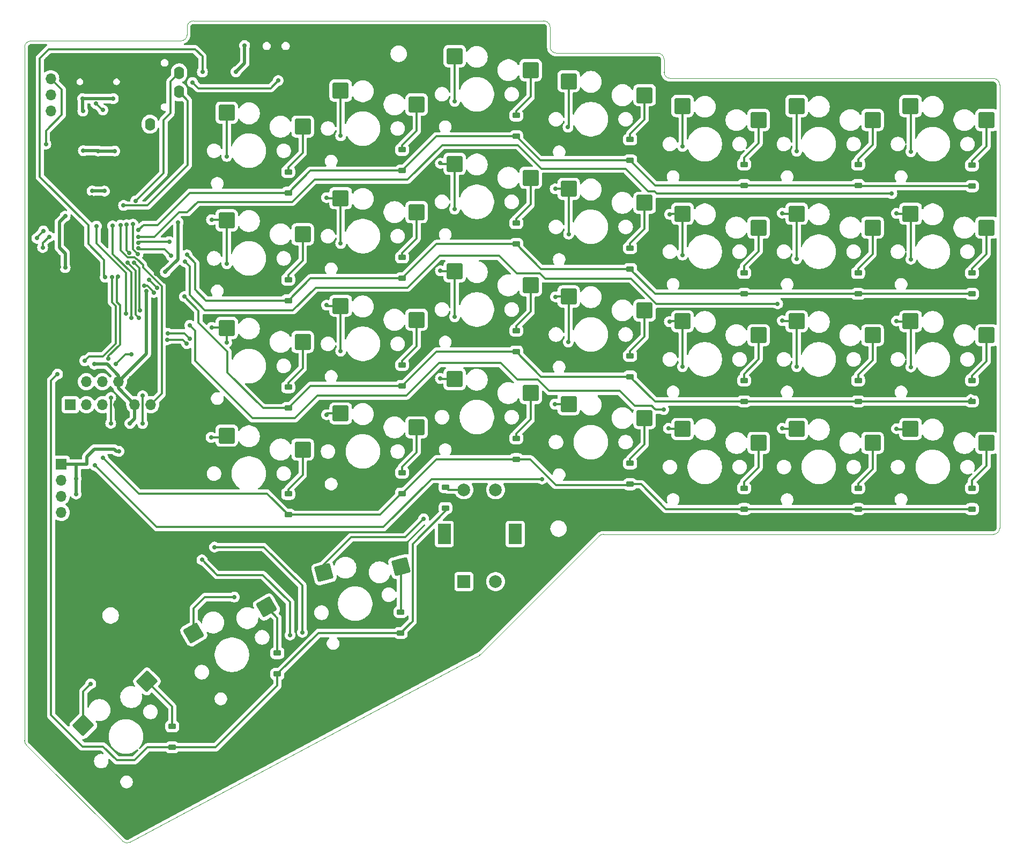
<source format=gbr>
%TF.GenerationSoftware,KiCad,Pcbnew,8.0.5*%
%TF.CreationDate,2024-10-11T21:29:17+02:00*%
%TF.ProjectId,vaucasy_right,76617563-6173-4795-9f72-696768742e6b,rev?*%
%TF.SameCoordinates,Original*%
%TF.FileFunction,Copper,L2,Bot*%
%TF.FilePolarity,Positive*%
%FSLAX46Y46*%
G04 Gerber Fmt 4.6, Leading zero omitted, Abs format (unit mm)*
G04 Created by KiCad (PCBNEW 8.0.5) date 2024-10-11 21:29:17*
%MOMM*%
%LPD*%
G01*
G04 APERTURE LIST*
G04 Aperture macros list*
%AMRoundRect*
0 Rectangle with rounded corners*
0 $1 Rounding radius*
0 $2 $3 $4 $5 $6 $7 $8 $9 X,Y pos of 4 corners*
0 Add a 4 corners polygon primitive as box body*
4,1,4,$2,$3,$4,$5,$6,$7,$8,$9,$2,$3,0*
0 Add four circle primitives for the rounded corners*
1,1,$1+$1,$2,$3*
1,1,$1+$1,$4,$5*
1,1,$1+$1,$6,$7*
1,1,$1+$1,$8,$9*
0 Add four rect primitives between the rounded corners*
20,1,$1+$1,$2,$3,$4,$5,0*
20,1,$1+$1,$4,$5,$6,$7,0*
20,1,$1+$1,$6,$7,$8,$9,0*
20,1,$1+$1,$8,$9,$2,$3,0*%
G04 Aperture macros list end*
%TA.AperFunction,ComponentPad*%
%ADD10R,2.000000X2.000000*%
%TD*%
%TA.AperFunction,ComponentPad*%
%ADD11C,2.000000*%
%TD*%
%TA.AperFunction,ComponentPad*%
%ADD12R,2.000000X3.200000*%
%TD*%
%TA.AperFunction,ComponentPad*%
%ADD13R,1.700000X1.700000*%
%TD*%
%TA.AperFunction,ComponentPad*%
%ADD14O,1.700000X1.700000*%
%TD*%
%TA.AperFunction,SMDPad,CuDef*%
%ADD15RoundRect,0.250000X-1.025000X-1.000000X1.025000X-1.000000X1.025000X1.000000X-1.025000X1.000000X0*%
%TD*%
%TA.AperFunction,ComponentPad*%
%ADD16O,1.600000X2.000000*%
%TD*%
%TA.AperFunction,SMDPad,CuDef*%
%ADD17RoundRect,0.250000X-0.731255X-1.231215X1.248893X-0.700636X0.731255X1.231215X-1.248893X0.700636X0*%
%TD*%
%TA.AperFunction,SMDPad,CuDef*%
%ADD18RoundRect,0.250000X-0.017678X-1.431891X1.431891X0.017678X0.017678X1.431891X-1.431891X-0.017678X0*%
%TD*%
%TA.AperFunction,ComponentPad*%
%ADD19O,1.000000X2.100000*%
%TD*%
%TA.AperFunction,ComponentPad*%
%ADD20O,1.000000X1.600000*%
%TD*%
%TA.AperFunction,SMDPad,CuDef*%
%ADD21RoundRect,0.250000X-0.387676X-1.378525X1.387676X-0.353525X0.387676X1.378525X-1.387676X0.353525X0*%
%TD*%
%TA.AperFunction,SMDPad,CuDef*%
%ADD22RoundRect,0.225000X0.375000X-0.225000X0.375000X0.225000X-0.375000X0.225000X-0.375000X-0.225000X0*%
%TD*%
%TA.AperFunction,ViaPad*%
%ADD23C,0.700000*%
%TD*%
%TA.AperFunction,Conductor*%
%ADD24C,0.300000*%
%TD*%
%TA.AperFunction,Conductor*%
%ADD25C,0.500000*%
%TD*%
%TA.AperFunction,Profile*%
%ADD26C,0.050000*%
%TD*%
G04 APERTURE END LIST*
D10*
%TO.P,SW3,A,A*%
%TO.N,Net-(C15-Pad1)*%
X94387500Y-116462500D03*
D11*
%TO.P,SW3,B,B*%
%TO.N,Net-(C14-Pad2)*%
X99387500Y-116462500D03*
%TO.P,SW3,C,C*%
%TO.N,GND*%
X96887500Y-116462500D03*
D12*
%TO.P,SW3,MP*%
%TO.N,N/C*%
X91287500Y-108962500D03*
X102487500Y-108962500D03*
D11*
%TO.P,SW3,S1,S1*%
%TO.N,Net-(R6-Pad2)*%
X99387500Y-101962500D03*
%TO.P,SW3,S2,S2*%
%TO.N,Net-(D33-A)*%
X94387500Y-101962500D03*
%TD*%
D13*
%TO.P,J4,1,Vcc*%
%TO.N,+3.3V*%
X30812500Y-97947500D03*
D14*
%TO.P,J4,2,SDA*%
%TO.N,LTRACK_SDA*%
X30812500Y-100487500D03*
%TO.P,J4,3,SCL*%
%TO.N,LTRACK_SCL*%
X30812500Y-103027500D03*
%TO.P,J4,4,INT*%
%TO.N,unconnected-(J4-INT-Pad4)*%
X30812500Y-105567500D03*
%TO.P,J4,5,GND*%
%TO.N,GND*%
X30812500Y-108107500D03*
%TD*%
D15*
%TO.P,S5,1,1*%
%TO.N,LColumn 4*%
X128925000Y-41362500D03*
%TO.P,S5,2,2*%
%TO.N,Net-(D5-A)*%
X140925000Y-43562500D03*
%TD*%
%TO.P,S27,1,1*%
%TO.N,LColumn 5*%
X146925000Y-75362500D03*
%TO.P,S27,2,2*%
%TO.N,Net-(D27-A)*%
X158925000Y-77562500D03*
%TD*%
%TO.P,S3,1,1*%
%TO.N,LColumn 2*%
X92925000Y-33487500D03*
%TO.P,S3,2,2*%
%TO.N,Net-(D3-A)*%
X104925000Y-35687500D03*
%TD*%
%TO.P,S19,1,1*%
%TO.N,LColumn 1*%
X74925000Y-72912500D03*
%TO.P,S19,2,2*%
%TO.N,Net-(D19-A)*%
X86925000Y-75112500D03*
%TD*%
%TO.P,S28,1,1*%
%TO.N,LColumn 5*%
X146925000Y-92362500D03*
%TO.P,S28,2,2*%
%TO.N,Net-(D28-A)*%
X158925000Y-94562500D03*
%TD*%
%TO.P,S7,1,1*%
%TO.N,LColumn 6*%
X164925000Y-41362500D03*
%TO.P,S7,2,2*%
%TO.N,Net-(D7-A)*%
X176925000Y-43562500D03*
%TD*%
%TO.P,S30,1,1*%
%TO.N,LColumn 6*%
X164925000Y-92362500D03*
%TO.P,S30,2,2*%
%TO.N,Net-(D30-A)*%
X176925000Y-94562500D03*
%TD*%
%TO.P,S14,1,1*%
%TO.N,LColumn 5*%
X146925000Y-58362500D03*
%TO.P,S14,2,2*%
%TO.N,Net-(D14-A)*%
X158925000Y-60562500D03*
%TD*%
%TO.P,S6,1,1*%
%TO.N,LColumn 5*%
X146925000Y-41362500D03*
%TO.P,S6,2,2*%
%TO.N,Net-(D6-A)*%
X158925000Y-43562500D03*
%TD*%
D13*
%TO.P,J2,1,GND*%
%TO.N,GND*%
X42367500Y-84887500D03*
D14*
%TO.P,J2,2,VCC*%
%TO.N,+3.3V*%
X39827500Y-84887500D03*
%TO.P,J2,3,SCL*%
%TO.N,LOLED_SCL*%
X37287500Y-84887500D03*
%TO.P,J2,4,SDA*%
%TO.N,LOLED_SDA*%
X34747500Y-84887500D03*
%TD*%
D15*
%TO.P,S15,1,1*%
%TO.N,LColumn 6*%
X164925000Y-58362500D03*
%TO.P,S15,2,2*%
%TO.N,Net-(D15-A)*%
X176925000Y-60562500D03*
%TD*%
%TO.P,S29,1,1*%
%TO.N,LColumn 6*%
X164925000Y-75362500D03*
%TO.P,S29,2,2*%
%TO.N,Net-(D29-A)*%
X176925000Y-77562500D03*
%TD*%
%TO.P,S22,1,1*%
%TO.N,LColumn 2*%
X92925000Y-84487500D03*
%TO.P,S22,2,2*%
%TO.N,Net-(D22-A)*%
X104925000Y-86687500D03*
%TD*%
%TO.P,S26,1,1*%
%TO.N,LColumn 4*%
X128925000Y-92362500D03*
%TO.P,S26,2,2*%
%TO.N,Net-(D26-A)*%
X140925000Y-94562500D03*
%TD*%
%TO.P,S23,1,1*%
%TO.N,LColumn 3*%
X110925000Y-71437500D03*
%TO.P,S23,2,2*%
%TO.N,Net-(D23-A)*%
X122925000Y-73637500D03*
%TD*%
%TO.P,S1,1,1*%
%TO.N,LColumn 0*%
X56925000Y-42412500D03*
%TO.P,S1,2,2*%
%TO.N,Net-(D1-A)*%
X68925000Y-44612500D03*
%TD*%
%TO.P,S13,1,1*%
%TO.N,LColumn 4*%
X128925000Y-58362500D03*
%TO.P,S13,2,2*%
%TO.N,Net-(D13-A)*%
X140925000Y-60562500D03*
%TD*%
%TO.P,S9,1,1*%
%TO.N,LColumn 0*%
X56925000Y-59412500D03*
%TO.P,S9,2,2*%
%TO.N,Net-(D9-A)*%
X68925000Y-61612500D03*
%TD*%
%TO.P,S4,1,1*%
%TO.N,LColumn 3*%
X110925000Y-37437500D03*
%TO.P,S4,2,2*%
%TO.N,Net-(D4-A)*%
X122925000Y-39637500D03*
%TD*%
%TO.P,S10,1,1*%
%TO.N,LColumn 1*%
X74925000Y-55912500D03*
%TO.P,S10,2,2*%
%TO.N,Net-(D10-A)*%
X86925000Y-58112500D03*
%TD*%
%TO.P,S11,1,1*%
%TO.N,LColumn 2*%
X92925000Y-50487500D03*
%TO.P,S11,2,2*%
%TO.N,Net-(D11-A)*%
X104925000Y-52687500D03*
%TD*%
D16*
%TO.P,U4,1,SLEEVE*%
%TO.N,+3.3V*%
X44812500Y-44225000D03*
%TO.P,U4,2,TIP*%
%TO.N,GND*%
X49412500Y-43125000D03*
%TO.P,U4,3,RING1*%
%TO.N,LUART1_TX*%
X49412500Y-39125000D03*
%TO.P,U4,4,RING2*%
%TO.N,LUART1_RX*%
X49412500Y-36125000D03*
%TD*%
D15*
%TO.P,S17,1,1*%
%TO.N,LColumn 0*%
X56925000Y-76412500D03*
%TO.P,S17,2,2*%
%TO.N,Net-(D17-A)*%
X68925000Y-78612500D03*
%TD*%
%TO.P,S24,1,1*%
%TO.N,LColumn 3*%
X110925000Y-88437500D03*
%TO.P,S24,2,2*%
%TO.N,Net-(D24-A)*%
X122925000Y-90637500D03*
%TD*%
D17*
%TO.P,S31,1,1*%
%TO.N,LColumn 2*%
X72278846Y-115072810D03*
%TO.P,S31,2,2*%
%TO.N,Net-(D31-A)*%
X84439357Y-114092020D03*
%TD*%
D15*
%TO.P,S2,1,1*%
%TO.N,LColumn 1*%
X74925000Y-38912500D03*
%TO.P,S2,2,2*%
%TO.N,Net-(D2-A)*%
X86925000Y-41112500D03*
%TD*%
%TO.P,S20,1,1*%
%TO.N,LColumn 1*%
X74925000Y-89912500D03*
%TO.P,S20,2,2*%
%TO.N,Net-(D20-A)*%
X86925000Y-92112500D03*
%TD*%
D18*
%TO.P,S8,1,1*%
%TO.N,LColumn 0*%
X34283318Y-139167273D03*
%TO.P,S8,2,2*%
%TO.N,Net-(D8-A)*%
X44324234Y-132237627D03*
%TD*%
D19*
%TO.P,J1,S1,SHIELD*%
%TO.N,GND*%
X40957500Y-38057500D03*
D20*
X40957500Y-33877500D03*
D19*
X32317500Y-38057500D03*
D20*
X32317500Y-33877500D03*
%TD*%
D15*
%TO.P,S25,1,1*%
%TO.N,LColumn 4*%
X128925000Y-75362500D03*
%TO.P,S25,2,2*%
%TO.N,Net-(D25-A)*%
X140925000Y-77562500D03*
%TD*%
%TO.P,S12,1,1*%
%TO.N,LColumn 3*%
X110925000Y-54437500D03*
%TO.P,S12,2,2*%
%TO.N,Net-(D12-A)*%
X122925000Y-56637500D03*
%TD*%
%TO.P,S21,1,1*%
%TO.N,LColumn 2*%
X92925000Y-67487500D03*
%TO.P,S21,2,2*%
%TO.N,Net-(D21-A)*%
X104925000Y-69687500D03*
%TD*%
D13*
%TO.P,J6,1,Pin_1*%
%TO.N,GND*%
X29137500Y-34487500D03*
D14*
%TO.P,J6,2,Pin_2*%
%TO.N,LSWCLK*%
X29137500Y-37027500D03*
%TO.P,J6,3,Pin_3*%
%TO.N,LSWDIO*%
X29137500Y-39567500D03*
%TO.P,J6,4,Pin_4*%
%TO.N,+3.3V*%
X29137500Y-42107500D03*
%TD*%
D21*
%TO.P,S16,1,1*%
%TO.N,LColumn 1*%
X51724251Y-124583283D03*
%TO.P,S16,2,2*%
%TO.N,Net-(D16-A)*%
X63216556Y-120488538D03*
%TD*%
D15*
%TO.P,S18,1,1*%
%TO.N,LColumn 0*%
X56925000Y-93412500D03*
%TO.P,S18,2,2*%
%TO.N,Net-(D18-A)*%
X68925000Y-95612500D03*
%TD*%
D22*
%TO.P,D19,1,K*%
%TO.N,LRow 2*%
X84637500Y-85562500D03*
%TO.P,D19,2,A*%
%TO.N,Net-(D19-A)*%
X84637500Y-82262500D03*
%TD*%
%TO.P,D9,1,K*%
%TO.N,LRow 1*%
X66637500Y-72062500D03*
%TO.P,D9,2,A*%
%TO.N,Net-(D9-A)*%
X66637500Y-68762500D03*
%TD*%
D13*
%TO.P,J5,1,State*%
%TO.N,unconnected-(J5-State-Pad1)*%
X32237500Y-88512500D03*
D14*
%TO.P,J5,2,RXD*%
%TO.N,LUART2_RX*%
X34777500Y-88512500D03*
%TO.P,J5,3,TXD*%
%TO.N,LUART2_TX*%
X37317500Y-88512500D03*
%TO.P,J5,4,GND*%
%TO.N,GND*%
X39857500Y-88512500D03*
%TO.P,J5,5,VCC*%
%TO.N,+3.3V*%
X42397500Y-88512500D03*
%TO.P,J5,6,EN*%
%TO.N,LBT_EN*%
X44937500Y-88512500D03*
%TD*%
D22*
%TO.P,D15,1,K*%
%TO.N,LRow 1*%
X174637500Y-71012500D03*
%TO.P,D15,2,A*%
%TO.N,Net-(D15-A)*%
X174637500Y-67712500D03*
%TD*%
%TO.P,D8,1,K*%
%TO.N,LRow 4*%
X48324360Y-142637500D03*
%TO.P,D8,2,A*%
%TO.N,Net-(D8-A)*%
X48324360Y-139337500D03*
%TD*%
%TO.P,D17,1,K*%
%TO.N,LRow 2*%
X66637500Y-89062500D03*
%TO.P,D17,2,A*%
%TO.N,Net-(D17-A)*%
X66637500Y-85762500D03*
%TD*%
%TO.P,D18,1,K*%
%TO.N,LRow 3*%
X66637500Y-105912500D03*
%TO.P,D18,2,A*%
%TO.N,Net-(D18-A)*%
X66637500Y-102612500D03*
%TD*%
%TO.P,D14,1,K*%
%TO.N,LRow 1*%
X156637500Y-71012500D03*
%TO.P,D14,2,A*%
%TO.N,Net-(D14-A)*%
X156637500Y-67712500D03*
%TD*%
%TO.P,D12,1,K*%
%TO.N,LRow 1*%
X120637500Y-67087500D03*
%TO.P,D12,2,A*%
%TO.N,Net-(D12-A)*%
X120637500Y-63787500D03*
%TD*%
%TO.P,D24,1,K*%
%TO.N,LRow 3*%
X120637500Y-101087500D03*
%TO.P,D24,2,A*%
%TO.N,Net-(D24-A)*%
X120637500Y-97787500D03*
%TD*%
%TO.P,D26,1,K*%
%TO.N,LRow 3*%
X138637500Y-105012500D03*
%TO.P,D26,2,A*%
%TO.N,Net-(D26-A)*%
X138637500Y-101712500D03*
%TD*%
%TO.P,D13,1,K*%
%TO.N,LRow 1*%
X138637500Y-71012500D03*
%TO.P,D13,2,A*%
%TO.N,Net-(D13-A)*%
X138637500Y-67712500D03*
%TD*%
%TO.P,D6,1,K*%
%TO.N,LRow 0*%
X156637500Y-53862500D03*
%TO.P,D6,2,A*%
%TO.N,Net-(D6-A)*%
X156637500Y-50562500D03*
%TD*%
%TO.P,D22,1,K*%
%TO.N,LRow 3*%
X102637500Y-97137500D03*
%TO.P,D22,2,A*%
%TO.N,Net-(D22-A)*%
X102637500Y-93837500D03*
%TD*%
%TO.P,D30,1,K*%
%TO.N,LRow 3*%
X174637500Y-105012500D03*
%TO.P,D30,2,A*%
%TO.N,Net-(D30-A)*%
X174637500Y-101712500D03*
%TD*%
%TO.P,D2,1,K*%
%TO.N,LRow 0*%
X84637500Y-51562500D03*
%TO.P,D2,2,A*%
%TO.N,Net-(D2-A)*%
X84637500Y-48262500D03*
%TD*%
%TO.P,D16,1,K*%
%TO.N,LRow 4*%
X64922328Y-131063538D03*
%TO.P,D16,2,A*%
%TO.N,Net-(D16-A)*%
X64922328Y-127763538D03*
%TD*%
%TO.P,D7,1,K*%
%TO.N,LRow 0*%
X174637500Y-54012500D03*
%TO.P,D7,2,A*%
%TO.N,Net-(D7-A)*%
X174637500Y-50712500D03*
%TD*%
%TO.P,D29,1,K*%
%TO.N,LRow 2*%
X174637500Y-88012500D03*
%TO.P,D29,2,A*%
%TO.N,Net-(D29-A)*%
X174637500Y-84712500D03*
%TD*%
%TO.P,D25,1,K*%
%TO.N,LRow 2*%
X138637500Y-88012500D03*
%TO.P,D25,2,A*%
%TO.N,Net-(D25-A)*%
X138637500Y-84712500D03*
%TD*%
%TO.P,D33,1,K*%
%TO.N,LRow 4*%
X91487500Y-104862500D03*
%TO.P,D33,2,A*%
%TO.N,Net-(D33-A)*%
X91487500Y-101562500D03*
%TD*%
%TO.P,D11,1,K*%
%TO.N,LRow 1*%
X102637500Y-63137500D03*
%TO.P,D11,2,A*%
%TO.N,Net-(D11-A)*%
X102637500Y-59837500D03*
%TD*%
%TO.P,D27,1,K*%
%TO.N,LRow 2*%
X156637500Y-88012500D03*
%TO.P,D27,2,A*%
%TO.N,Net-(D27-A)*%
X156637500Y-84712500D03*
%TD*%
%TO.P,D5,1,K*%
%TO.N,LRow 0*%
X138637500Y-53862500D03*
%TO.P,D5,2,A*%
%TO.N,Net-(D5-A)*%
X138637500Y-50562500D03*
%TD*%
%TO.P,D3,1,K*%
%TO.N,LRow 0*%
X102637500Y-46137500D03*
%TO.P,D3,2,A*%
%TO.N,Net-(D3-A)*%
X102637500Y-42837500D03*
%TD*%
%TO.P,D20,1,K*%
%TO.N,LRow 3*%
X84637500Y-102562500D03*
%TO.P,D20,2,A*%
%TO.N,Net-(D20-A)*%
X84637500Y-99262500D03*
%TD*%
%TO.P,D23,1,K*%
%TO.N,LRow 2*%
X120637500Y-84087500D03*
%TO.P,D23,2,A*%
%TO.N,Net-(D23-A)*%
X120637500Y-80787500D03*
%TD*%
%TO.P,D31,1,K*%
%TO.N,LRow 4*%
X84397328Y-124588538D03*
%TO.P,D31,2,A*%
%TO.N,Net-(D31-A)*%
X84397328Y-121288538D03*
%TD*%
%TO.P,D21,1,K*%
%TO.N,LRow 2*%
X102637500Y-80137500D03*
%TO.P,D21,2,A*%
%TO.N,Net-(D21-A)*%
X102637500Y-76837500D03*
%TD*%
%TO.P,D1,1,K*%
%TO.N,LRow 0*%
X66637500Y-55062500D03*
%TO.P,D1,2,A*%
%TO.N,Net-(D1-A)*%
X66637500Y-51762500D03*
%TD*%
%TO.P,D28,1,K*%
%TO.N,LRow 3*%
X156637500Y-105012500D03*
%TO.P,D28,2,A*%
%TO.N,Net-(D28-A)*%
X156637500Y-101712500D03*
%TD*%
%TO.P,D10,1,K*%
%TO.N,LRow 1*%
X84637500Y-68562500D03*
%TO.P,D10,2,A*%
%TO.N,Net-(D10-A)*%
X84637500Y-65262500D03*
%TD*%
%TO.P,D4,1,K*%
%TO.N,LRow 0*%
X120637500Y-49937500D03*
%TO.P,D4,2,A*%
%TO.N,Net-(D4-A)*%
X120637500Y-46637500D03*
%TD*%
D23*
%TO.N,GND*%
X31937500Y-70037500D03*
X38425000Y-73675000D03*
X46612500Y-57987500D03*
X45771212Y-67906262D03*
X34605122Y-67342925D03*
X36587500Y-72637500D03*
X33562500Y-72537500D03*
X36937500Y-77912500D03*
X47425000Y-69200000D03*
X40987500Y-52062510D03*
X36637500Y-46312500D03*
X33237500Y-68737500D03*
X48075000Y-61100000D03*
X104675000Y-103700000D03*
X30462500Y-66787500D03*
X35637500Y-55737504D03*
X45475000Y-72550000D03*
X40187502Y-49332500D03*
%TO.N,+3.3V*%
X37637500Y-54787500D03*
X41637500Y-91487500D03*
X33137500Y-100187500D03*
X39887500Y-95887500D03*
X31412500Y-66887500D03*
X31412500Y-58762500D03*
X35662500Y-54762500D03*
X36012500Y-82137500D03*
X44215051Y-70568490D03*
X33137500Y-102637500D03*
X49262500Y-59712500D03*
X47237504Y-67571347D03*
%TO.N,LNRST*%
X37737500Y-68387500D03*
X53087500Y-35987500D03*
%TO.N,+5V*%
X36632349Y-48470000D03*
X34287500Y-48412500D03*
X39237500Y-48462500D03*
%TO.N,LBOOT0*%
X51537500Y-37612500D03*
X65062500Y-37337500D03*
%TO.N,LRow 0*%
X42987500Y-60962500D03*
%TO.N,LRow 1*%
X48112500Y-64987500D03*
X50662500Y-64862500D03*
X42987501Y-63835291D03*
%TO.N,LRow 2*%
X50237500Y-71462500D03*
%TO.N,VBUS*%
X34187500Y-40162500D03*
X39018736Y-40177467D03*
X34212500Y-42162500D03*
%TO.N,LRow 3*%
X27862500Y-63687500D03*
X37362500Y-96887500D03*
X28874841Y-61987500D03*
%TO.N,LD-*%
X36242497Y-40962500D03*
X37362546Y-41987500D03*
%TO.N,LOLED_SCL*%
X38237500Y-81212500D03*
X39708574Y-68303493D03*
%TO.N,LOLED_SDA*%
X34512500Y-81587500D03*
X38812500Y-68387500D03*
%TO.N,LUART2_RX*%
X44637500Y-68787500D03*
X45924551Y-70046190D03*
%TO.N,LUART2_TX*%
X43862500Y-69740412D03*
X45412500Y-70812500D03*
%TO.N,LBT_EN*%
X40187500Y-60162500D03*
%TO.N,LSWCLK*%
X28362500Y-47362500D03*
%TO.N,LColumn 0*%
X35462500Y-132612500D03*
X47837500Y-62762500D03*
X56924999Y-66262501D03*
X54525000Y-59312500D03*
X56925000Y-78687500D03*
X42991902Y-62935299D03*
X54450000Y-93687500D03*
X56924998Y-49312502D03*
X54575000Y-76337500D03*
%TO.N,LColumn 1*%
X74925003Y-46062497D03*
X74925000Y-80062500D03*
X58112500Y-118912500D03*
X72675000Y-90112500D03*
X72675000Y-55812500D03*
X72675000Y-72812500D03*
X74925002Y-63062498D03*
%TO.N,LColumn 2*%
X92925002Y-40637498D03*
X90675000Y-50387500D03*
X92925000Y-74637500D03*
X90675000Y-67387500D03*
X90675000Y-84387500D03*
X92924998Y-57637502D03*
X88037500Y-106562500D03*
%TO.N,LColumn 3*%
X108827837Y-71484663D03*
X110818750Y-44693750D03*
X108775000Y-88437500D03*
X108800000Y-54437500D03*
X26937500Y-62237500D03*
X36137500Y-98112500D03*
X110881250Y-78631250D03*
X110925002Y-61587498D03*
X27962500Y-61087500D03*
X106725000Y-100275000D03*
%TO.N,LColumn 4*%
X126830331Y-75417831D03*
X128925004Y-82512496D03*
X126865687Y-58453187D03*
X125925000Y-89287500D03*
X126675000Y-92262500D03*
X128924999Y-47737501D03*
X128924999Y-64887501D03*
X51087500Y-75987500D03*
%TO.N,LColumn 5*%
X143925000Y-72587500D03*
X50312500Y-65962500D03*
X144675000Y-75262500D03*
X144675000Y-58262500D03*
X146925002Y-65512498D03*
X146925001Y-82512499D03*
X146924998Y-48512502D03*
X144675000Y-92262500D03*
%TO.N,LColumn 6*%
X164962503Y-48562497D03*
X162712500Y-58312500D03*
X164962502Y-82562498D03*
X164962501Y-65562499D03*
X162712500Y-75312500D03*
X42962444Y-62035779D03*
X161962500Y-55162500D03*
X162712500Y-92312500D03*
%TO.N,LUART1_TX*%
X40638100Y-57061347D03*
%TO.N,LUART1_RX*%
X42562500Y-56337500D03*
%TO.N,Net-(R2-Pad2)*%
X58387500Y-35955000D03*
X59762500Y-31805000D03*
%TO.N,LTRACK_SCL*%
X43662500Y-91512500D03*
X43662500Y-87112500D03*
X36362500Y-60312500D03*
X41037500Y-74100000D03*
%TO.N,LTRACK_SDA*%
X38887499Y-60287499D03*
X39387500Y-82112500D03*
X41862500Y-80562500D03*
X38612500Y-87387500D03*
X41837500Y-74812500D03*
X38612500Y-91462500D03*
%TO.N,LENCODER_B*%
X50617749Y-78871852D03*
X41112500Y-60112500D03*
X66937500Y-124912500D03*
X53012500Y-113037500D03*
X41237500Y-66062500D03*
X47562500Y-78262500D03*
X43012500Y-74812500D03*
X41539091Y-64535291D03*
%TO.N,LENCODER_A*%
X55012500Y-111012500D03*
X42270337Y-66067435D03*
X47612500Y-77237500D03*
X43262500Y-73662500D03*
X68862500Y-124487500D03*
X42137500Y-60012500D03*
X51053025Y-78084109D03*
X42912500Y-64762500D03*
%TO.N,LRow 4*%
X30212500Y-83687500D03*
%TD*%
D24*
%TO.N,GND*%
X45771212Y-67906262D02*
X47064950Y-69200000D01*
D25*
X31937500Y-70037500D02*
X33237500Y-68737500D01*
D24*
X47064950Y-69200000D02*
X47425000Y-69200000D01*
D25*
%TO.N,+3.3V*%
X44215051Y-80499949D02*
X44215051Y-70568490D01*
X42397500Y-90727500D02*
X41637500Y-91487500D01*
X49262500Y-59712500D02*
X49262500Y-65546351D01*
X33137500Y-97947500D02*
X33137500Y-102637500D01*
X39827500Y-83927500D02*
X39827500Y-84887500D01*
X39887500Y-95887500D02*
X39512500Y-95887500D01*
X37637500Y-54787500D02*
X35687500Y-54787500D01*
X49262500Y-65546351D02*
X47237504Y-67571347D01*
X39512500Y-95887500D02*
X39162500Y-95537500D01*
X42397500Y-88512500D02*
X42397500Y-90402500D01*
X38037500Y-82137500D02*
X39827500Y-83927500D01*
X39827500Y-84887500D02*
X44215051Y-80499949D01*
X35687500Y-54787500D02*
X35662500Y-54762500D01*
X31412500Y-66887500D02*
X31387500Y-66862500D01*
X39827500Y-85942500D02*
X42397500Y-88512500D01*
X30487500Y-59687500D02*
X31412500Y-58762500D01*
X36012500Y-82137500D02*
X38037500Y-82137500D01*
X30487500Y-63687500D02*
X30487500Y-59687500D01*
X42397500Y-90402500D02*
X42397500Y-90727500D01*
X39162500Y-95537500D02*
X36062500Y-95537500D01*
X39827500Y-84887500D02*
X39827500Y-85942500D01*
X34852500Y-97947500D02*
X33137500Y-97947500D01*
X31412500Y-66887500D02*
X31412500Y-64612500D01*
X36062500Y-95537500D02*
X34852500Y-96747500D01*
X33137500Y-97947500D02*
X30812500Y-97947500D01*
X34852500Y-96747500D02*
X34852500Y-97947500D01*
X31412500Y-64612500D02*
X30487500Y-63687500D01*
D24*
%TO.N,LNRST*%
X35062500Y-63162500D02*
X35062500Y-60162500D01*
X27412500Y-33812500D02*
X28862500Y-32362500D01*
X35062500Y-60162500D02*
X27412500Y-52512500D01*
X27412500Y-52512500D02*
X27412500Y-33812500D01*
X51912500Y-32362500D02*
X53087500Y-33537500D01*
X37737500Y-68387500D02*
X37587500Y-68237500D01*
X53087500Y-33537500D02*
X53087500Y-35987500D01*
X28862500Y-32362500D02*
X51912500Y-32362500D01*
X37587500Y-68237500D02*
X37587500Y-65687500D01*
X37587500Y-65687500D02*
X35062500Y-63162500D01*
D25*
%TO.N,+5V*%
X36574849Y-48412500D02*
X36632349Y-48470000D01*
X34287500Y-48412500D02*
X36574849Y-48412500D01*
X36632349Y-48470000D02*
X36639849Y-48462500D01*
X36639849Y-48462500D02*
X39237500Y-48462500D01*
D24*
%TO.N,Net-(D1-A)*%
X68925000Y-48762500D02*
X66637500Y-51050000D01*
X66637500Y-51050000D02*
X66637500Y-51762500D01*
X68925000Y-44612500D02*
X68925000Y-48762500D01*
%TO.N,Net-(D2-A)*%
X86925000Y-45262500D02*
X84637500Y-47550000D01*
X86925000Y-41112500D02*
X86925000Y-45262500D01*
X84637500Y-47550000D02*
X84637500Y-48262500D01*
%TO.N,Net-(D3-A)*%
X104925000Y-39837500D02*
X102637500Y-42125000D01*
X104925000Y-35687500D02*
X104925000Y-39837500D01*
X102637500Y-42125000D02*
X102637500Y-42837500D01*
%TO.N,Net-(D4-A)*%
X120637500Y-45737500D02*
X120637500Y-46637500D01*
X122925000Y-43450000D02*
X120637500Y-45737500D01*
X122925000Y-39637500D02*
X122925000Y-43450000D01*
%TO.N,Net-(D5-A)*%
X140925000Y-43562500D02*
X140925000Y-47225000D01*
X140925000Y-47225000D02*
X138637500Y-49512500D01*
X138637500Y-49512500D02*
X138637500Y-50562500D01*
%TO.N,Net-(D6-A)*%
X156637500Y-49762500D02*
X156637500Y-50562500D01*
X158925000Y-43562500D02*
X158925000Y-47475000D01*
X158925000Y-47475000D02*
X156637500Y-49762500D01*
%TO.N,Net-(D7-A)*%
X174637500Y-50000000D02*
X174637500Y-50712500D01*
X176925000Y-43562500D02*
X176925000Y-47712500D01*
X176925000Y-47712500D02*
X174637500Y-50000000D01*
%TO.N,LBOOT0*%
X52462500Y-38537500D02*
X51537500Y-37612500D01*
X65062500Y-37337500D02*
X63862500Y-38537500D01*
X63862500Y-38537500D02*
X52462500Y-38537500D01*
%TO.N,LRow 0*%
X70137500Y-51562500D02*
X66637500Y-55062500D01*
X174637500Y-54012500D02*
X156787500Y-54012500D01*
X84637500Y-51562500D02*
X70137500Y-51562500D01*
X46012500Y-60137500D02*
X43812500Y-60137500D01*
X51087500Y-55062500D02*
X46012500Y-60137500D01*
X43812500Y-60137500D02*
X42987500Y-60962500D01*
X124562500Y-53862500D02*
X120637500Y-49937500D01*
X120637500Y-49937500D02*
X106437500Y-49937500D01*
X156637500Y-53862500D02*
X138637500Y-53862500D01*
X66637500Y-55062500D02*
X51087500Y-55062500D01*
X138637500Y-53862500D02*
X124562500Y-53862500D01*
X102637500Y-46137500D02*
X90062500Y-46137500D01*
X90062500Y-46137500D02*
X84637500Y-51562500D01*
X156787500Y-54012500D02*
X156637500Y-53862500D01*
X106437500Y-49937500D02*
X102637500Y-46137500D01*
%TO.N,Net-(D9-A)*%
X68925000Y-61612500D02*
X68925000Y-65762500D01*
X68925000Y-65762500D02*
X66637500Y-68050000D01*
X66637500Y-68050000D02*
X66637500Y-68762500D01*
%TO.N,Net-(D10-A)*%
X86925000Y-62262500D02*
X84637500Y-64550000D01*
X84637500Y-64550000D02*
X84637500Y-65262500D01*
X86925000Y-58112500D02*
X86925000Y-62262500D01*
%TO.N,Net-(D11-A)*%
X102637500Y-59125000D02*
X102637500Y-59837500D01*
X104925000Y-56837500D02*
X102637500Y-59125000D01*
X104925000Y-52687500D02*
X104925000Y-56837500D01*
%TO.N,Net-(D12-A)*%
X122925000Y-60787500D02*
X120637500Y-63075000D01*
X120637500Y-63075000D02*
X120637500Y-63787500D01*
X122925000Y-56637500D02*
X122925000Y-60787500D01*
%TO.N,Net-(D13-A)*%
X138637500Y-66568750D02*
X138637500Y-67712500D01*
X140925000Y-64281250D02*
X138637500Y-66568750D01*
X140925000Y-60562500D02*
X140925000Y-64281250D01*
%TO.N,Net-(D14-A)*%
X158925000Y-60562500D02*
X158925000Y-64712500D01*
X156637500Y-67000000D02*
X156637500Y-67712500D01*
X158925000Y-64712500D02*
X156637500Y-67000000D01*
%TO.N,Net-(D15-A)*%
X176925000Y-64712500D02*
X174637500Y-67000000D01*
X174637500Y-67000000D02*
X174637500Y-67712500D01*
X176925000Y-60562500D02*
X176925000Y-64712500D01*
%TO.N,Net-(D16-A)*%
X63216556Y-120488538D02*
X64922328Y-122194310D01*
X64922328Y-122194310D02*
X64922328Y-127763538D01*
%TO.N,Net-(D17-A)*%
X66637500Y-85050000D02*
X66637500Y-85762500D01*
X68925000Y-82762500D02*
X66637500Y-85050000D01*
X68925000Y-78612500D02*
X68925000Y-82762500D01*
%TO.N,LRow 1*%
X120637500Y-67087500D02*
X106587500Y-67087500D01*
X53662500Y-72062500D02*
X51962500Y-70362500D01*
X156637500Y-71012500D02*
X138637500Y-71012500D01*
X106587500Y-67087500D02*
X102637500Y-63137500D01*
X51962500Y-66162500D02*
X50662500Y-64862500D01*
X66637500Y-72062500D02*
X53662500Y-72062500D01*
X174637500Y-71012500D02*
X156637500Y-71012500D01*
X102637500Y-63137500D02*
X90062500Y-63137500D01*
X48112500Y-64987500D02*
X47137500Y-64012500D01*
X47137500Y-64012500D02*
X43164710Y-64012500D01*
X124562500Y-71012500D02*
X120637500Y-67087500D01*
X84637500Y-68562500D02*
X70137500Y-68562500D01*
X70137500Y-68562500D02*
X66637500Y-72062500D01*
X43164710Y-64012500D02*
X42987501Y-63835291D01*
X138637500Y-71012500D02*
X124562500Y-71012500D01*
X90062500Y-63137500D02*
X84637500Y-68562500D01*
X51962500Y-70362500D02*
X51962500Y-66162500D01*
%TO.N,Net-(D18-A)*%
X68925000Y-99612500D02*
X66637500Y-101900000D01*
X68925000Y-95612500D02*
X68925000Y-99612500D01*
X66637500Y-101900000D02*
X66637500Y-102612500D01*
%TO.N,LRow 2*%
X70137500Y-85562500D02*
X66637500Y-89062500D01*
X52462500Y-73687500D02*
X50237500Y-71462500D01*
X90062500Y-80137500D02*
X84637500Y-85562500D01*
X102637500Y-80137500D02*
X90062500Y-80137500D01*
X174425000Y-87512500D02*
X174450000Y-87537500D01*
X124562500Y-88012500D02*
X120637500Y-84087500D01*
X138637500Y-88012500D02*
X124562500Y-88012500D01*
X120637500Y-84087500D02*
X106587500Y-84087500D01*
X57037500Y-83437500D02*
X57037500Y-80162500D01*
X66637500Y-89062500D02*
X62662500Y-89062500D01*
X106587500Y-84087500D02*
X102637500Y-80137500D01*
X156637500Y-88012500D02*
X138637500Y-88012500D01*
X52462500Y-75587500D02*
X52462500Y-73687500D01*
X174637500Y-88012500D02*
X156637500Y-88012500D01*
X57037500Y-80162500D02*
X52462500Y-75587500D01*
X62662500Y-89062500D02*
X57037500Y-83437500D01*
X84637500Y-85562500D02*
X70137500Y-85562500D01*
%TO.N,Net-(D19-A)*%
X86925000Y-79262500D02*
X84637500Y-81550000D01*
X86925000Y-75112500D02*
X86925000Y-79262500D01*
X84637500Y-81550000D02*
X84637500Y-82262500D01*
%TO.N,Net-(D20-A)*%
X86925000Y-96025000D02*
X84637500Y-98312500D01*
X86925000Y-92112500D02*
X86925000Y-96025000D01*
X84637500Y-98312500D02*
X84637500Y-99262500D01*
%TO.N,Net-(D21-A)*%
X104925000Y-73837500D02*
X102637500Y-76125000D01*
X102637500Y-76125000D02*
X102637500Y-76837500D01*
X104925000Y-69687500D02*
X104925000Y-73837500D01*
%TO.N,Net-(D22-A)*%
X104925000Y-90837500D02*
X102637500Y-93125000D01*
X104925000Y-86687500D02*
X104925000Y-90837500D01*
X102637500Y-93125000D02*
X102637500Y-93837500D01*
%TO.N,Net-(D23-A)*%
X120637500Y-80075000D02*
X120637500Y-80787500D01*
X122925000Y-77787500D02*
X120637500Y-80075000D01*
X122925000Y-73637500D02*
X122925000Y-77787500D01*
%TO.N,Net-(D24-A)*%
X120637500Y-97075000D02*
X120637500Y-97787500D01*
X122925000Y-90637500D02*
X122925000Y-94787500D01*
X122925000Y-94787500D02*
X120637500Y-97075000D01*
%TO.N,Net-(D25-A)*%
X138637500Y-83662500D02*
X138637500Y-84712500D01*
X140925000Y-81375000D02*
X138637500Y-83662500D01*
X140925000Y-77562500D02*
X140925000Y-81375000D01*
%TO.N,Net-(D26-A)*%
X140925000Y-94562500D02*
X140925000Y-98450000D01*
X138637500Y-100737500D02*
X138637500Y-101712500D01*
X140925000Y-98450000D02*
X138637500Y-100737500D01*
%TO.N,Net-(D27-A)*%
X158925000Y-77562500D02*
X158925000Y-81525000D01*
X158925000Y-81525000D02*
X156637500Y-83812500D01*
X156637500Y-83812500D02*
X156637500Y-84712500D01*
%TO.N,Net-(D28-A)*%
X158925000Y-98712500D02*
X156637500Y-101000000D01*
X158925000Y-94562500D02*
X158925000Y-98712500D01*
X156637500Y-101000000D02*
X156637500Y-101712500D01*
%TO.N,Net-(D29-A)*%
X176925000Y-77562500D02*
X176925000Y-81712500D01*
X176925000Y-81712500D02*
X174637500Y-84000000D01*
X174637500Y-84000000D02*
X174637500Y-84712500D01*
%TO.N,Net-(D30-A)*%
X174637500Y-100487500D02*
X174637500Y-101712500D01*
X176925000Y-94562500D02*
X176925000Y-98200000D01*
X176925000Y-98200000D02*
X174637500Y-100487500D01*
%TO.N,Net-(D31-A)*%
X84439357Y-121246509D02*
X84397328Y-121288538D01*
X84439357Y-114092020D02*
X84439357Y-121246509D01*
%TO.N,Net-(D33-A)*%
X94387500Y-101962500D02*
X91887500Y-101962500D01*
X91887500Y-101962500D02*
X91487500Y-101562500D01*
D25*
%TO.N,VBUS*%
X34187500Y-42137500D02*
X34212500Y-42162500D01*
X34187500Y-40162500D02*
X39003769Y-40162500D01*
X39003769Y-40162500D02*
X39018736Y-40177467D01*
X34187500Y-40162500D02*
X34187500Y-42137500D01*
D24*
%TO.N,LRow 3*%
X138637500Y-105012500D02*
X126312500Y-105012500D01*
X90062500Y-97137500D02*
X84637500Y-102562500D01*
X27862500Y-63687500D02*
X27862500Y-62999841D01*
X102637500Y-97137500D02*
X90062500Y-97137500D01*
X43037500Y-102562500D02*
X37362500Y-96887500D01*
X84637500Y-102562500D02*
X84462500Y-102562500D01*
X122387500Y-101087500D02*
X120637500Y-101087500D01*
X156637500Y-105012500D02*
X138637500Y-105012500D01*
X126312500Y-105012500D02*
X122387500Y-101087500D01*
X108937500Y-101212500D02*
X104862500Y-97137500D01*
X27862500Y-62999841D02*
X28874841Y-61987500D01*
X120512500Y-101212500D02*
X108937500Y-101212500D01*
X84462500Y-102562500D02*
X81112500Y-105912500D01*
X81112500Y-105912500D02*
X66637500Y-105912500D01*
X63287500Y-102562500D02*
X43037500Y-102562500D01*
X120637500Y-101087500D02*
X120512500Y-101212500D01*
X174637500Y-105012500D02*
X156637500Y-105012500D01*
X104862500Y-97137500D02*
X102637500Y-97137500D01*
X66637500Y-105912500D02*
X63287500Y-102562500D01*
%TO.N,LD-*%
X37362546Y-41987500D02*
X37267497Y-41987500D01*
X37267497Y-41987500D02*
X36242497Y-40962500D01*
%TO.N,LOLED_SCL*%
X39612500Y-68399567D02*
X39612500Y-72337500D01*
X39612500Y-72337500D02*
X40062500Y-72787500D01*
X40062500Y-79022550D02*
X38237500Y-80847550D01*
X39708574Y-68303493D02*
X39612500Y-68399567D01*
X40062500Y-72787500D02*
X40062500Y-79022550D01*
X38237500Y-80847550D02*
X38237500Y-81212500D01*
%TO.N,LOLED_SDA*%
X39387500Y-72912500D02*
X39387500Y-78862500D01*
X35212500Y-80887500D02*
X34512500Y-81587500D01*
X37362500Y-80887500D02*
X35212500Y-80887500D01*
X38812500Y-72337500D02*
X39387500Y-72912500D01*
X38812500Y-68387500D02*
X38812500Y-72337500D01*
X39387500Y-78862500D02*
X37362500Y-80887500D01*
%TO.N,LUART2_RX*%
X44665861Y-68787500D02*
X45924551Y-70046190D01*
X44637500Y-68787500D02*
X44665861Y-68787500D01*
%TO.N,LUART2_TX*%
X45412500Y-70772550D02*
X44380362Y-69740412D01*
X44380362Y-69740412D02*
X43862500Y-69740412D01*
X45412500Y-70812500D02*
X45412500Y-70772550D01*
%TO.N,LBT_EN*%
X41249141Y-65235291D02*
X40187500Y-64173650D01*
X40187500Y-64173650D02*
X40187500Y-60162500D01*
X46662500Y-86787500D02*
X46662500Y-69787500D01*
X44937500Y-88512500D02*
X46662500Y-86787500D01*
X43712500Y-66837500D02*
X43712500Y-66472550D01*
X42395341Y-65235291D02*
X41249141Y-65235291D01*
X43712500Y-66472550D02*
X42702450Y-65462500D01*
X42622550Y-65462500D02*
X42395341Y-65235291D01*
X42702450Y-65462500D02*
X42622550Y-65462500D01*
X46662500Y-69787500D02*
X43712500Y-66837500D01*
%TO.N,LSWCLK*%
X30887500Y-42737500D02*
X30887500Y-38777500D01*
X28362500Y-47362500D02*
X28362500Y-45262500D01*
X30887500Y-38777500D02*
X29137500Y-37027500D01*
X28362500Y-45262500D02*
X30887500Y-42737500D01*
%TO.N,LColumn 0*%
X54450000Y-93687500D02*
X56650000Y-93687500D01*
X34283318Y-133791682D02*
X34283318Y-139167273D01*
X43164701Y-62762500D02*
X42991902Y-62935299D01*
X56925000Y-49312500D02*
X56924998Y-49312502D01*
X56825000Y-59312500D02*
X56925000Y-59412500D01*
X56650000Y-93687500D02*
X56925000Y-93412500D01*
X35462500Y-132612500D02*
X34283318Y-133791682D01*
X54575000Y-76337500D02*
X56850000Y-76337500D01*
X54525000Y-59312500D02*
X56825000Y-59312500D01*
X56925000Y-59412500D02*
X56925000Y-66262500D01*
X47837500Y-62762500D02*
X43164701Y-62762500D01*
X56925000Y-42412500D02*
X56925000Y-49312500D01*
X56850000Y-76337500D02*
X56925000Y-76412500D01*
X56925000Y-66262500D02*
X56924999Y-66262501D01*
X56925000Y-76412500D02*
X56925000Y-78687500D01*
%TO.N,LColumn 1*%
X74925000Y-55912500D02*
X74925000Y-63062496D01*
X74925000Y-55912500D02*
X72775000Y-55912500D01*
X53487500Y-118912500D02*
X51724251Y-120675749D01*
X51724251Y-120675749D02*
X51724251Y-124583283D01*
X72775000Y-55912500D02*
X72675000Y-55812500D01*
X74925000Y-72912500D02*
X72775000Y-72912500D01*
X74925000Y-72912500D02*
X74925000Y-80062500D01*
X74925000Y-89912500D02*
X72775000Y-89912500D01*
X74925000Y-38912500D02*
X74925000Y-46062494D01*
X74925000Y-63062496D02*
X74925002Y-63062498D01*
X74925000Y-46062494D02*
X74925003Y-46062497D01*
X58112500Y-118912500D02*
X53487500Y-118912500D01*
%TO.N,LColumn 2*%
X92925000Y-50487500D02*
X90775000Y-50487500D01*
X92925000Y-50487500D02*
X92925000Y-57637500D01*
X72278846Y-115072812D02*
X72278846Y-113778717D01*
X76595063Y-109462500D02*
X85137500Y-109462500D01*
X72278846Y-113778717D02*
X76595063Y-109462500D01*
X92925000Y-57637500D02*
X92924998Y-57637502D01*
X85137500Y-109462500D02*
X88037500Y-106562500D01*
X92925000Y-84487500D02*
X90775000Y-84487500D01*
X92925000Y-40637496D02*
X92925002Y-40637498D01*
X92925000Y-67487500D02*
X90775000Y-67487500D01*
X92925000Y-67487500D02*
X92925000Y-74637500D01*
X92925000Y-33487500D02*
X92925000Y-40637496D01*
%TO.N,LColumn 3*%
X110925000Y-71437500D02*
X110925000Y-78587500D01*
X110925000Y-54437500D02*
X110925000Y-61587496D01*
X108800000Y-54437500D02*
X108775000Y-54437500D01*
X27962500Y-61087500D02*
X26937500Y-62112500D01*
X110925000Y-71437500D02*
X108775000Y-71437500D01*
X36137500Y-98112500D02*
X45887500Y-107862500D01*
X110925000Y-54437500D02*
X108800000Y-54437500D01*
X45887500Y-107862500D02*
X81687500Y-107862500D01*
X81687500Y-107862500D02*
X89275000Y-100275000D01*
X89275000Y-100275000D02*
X106725000Y-100275000D01*
X110925000Y-88437500D02*
X108775000Y-88437500D01*
X110925000Y-44587500D02*
X110818750Y-44693750D01*
X110925000Y-61587496D02*
X110925002Y-61587498D01*
X26937500Y-62112500D02*
X26937500Y-62237500D01*
X110925000Y-78587500D02*
X110881250Y-78631250D01*
X110925000Y-37437500D02*
X110925000Y-44587500D01*
%TO.N,LColumn 4*%
X128925000Y-75362500D02*
X126775000Y-75362500D01*
X125925000Y-89287500D02*
X124637500Y-89287500D01*
X128925000Y-82512492D02*
X128925004Y-82512496D01*
X106062500Y-84562500D02*
X104137500Y-84562500D01*
X102837500Y-84562500D02*
X100237500Y-81962500D01*
X128925000Y-75362500D02*
X128925000Y-82512492D01*
X51962500Y-81612500D02*
X51962500Y-76862500D01*
X124637500Y-89287500D02*
X124362500Y-89012500D01*
X128925000Y-58362500D02*
X126775000Y-58362500D01*
X128925000Y-58362500D02*
X128925000Y-64887500D01*
X67662500Y-90662500D02*
X66562500Y-90662500D01*
X124362500Y-89012500D02*
X124037500Y-88687500D01*
X121362500Y-88687500D02*
X119037500Y-86362500D01*
X52087500Y-81737500D02*
X51962500Y-81612500D01*
X122362500Y-88687500D02*
X121362500Y-88687500D01*
X51962500Y-76862500D02*
X51087500Y-75987500D01*
X107862500Y-86362500D02*
X106387500Y-84887500D01*
X104137500Y-84562500D02*
X102837500Y-84562500D01*
X90462500Y-81962500D02*
X85337500Y-87087500D01*
X128925000Y-41362500D02*
X128925000Y-47737500D01*
X119037500Y-86362500D02*
X107862500Y-86362500D01*
X61012500Y-90662500D02*
X52087500Y-81737500D01*
X66562500Y-90662500D02*
X61012500Y-90662500D01*
X85337500Y-87087500D02*
X71237500Y-87087500D01*
X128925000Y-47737500D02*
X128924999Y-47737501D01*
X100237500Y-81962500D02*
X90462500Y-81962500D01*
X71237500Y-87087500D02*
X67662500Y-90662500D01*
X124037500Y-88687500D02*
X122362500Y-88687500D01*
X106387500Y-84887500D02*
X106062500Y-84562500D01*
X128925000Y-92362500D02*
X126775000Y-92362500D01*
X128925000Y-64887500D02*
X128924999Y-64887501D01*
%TO.N,LColumn 5*%
X146925000Y-58362500D02*
X144775000Y-58362500D01*
X120812500Y-68612500D02*
X107187500Y-68612500D01*
X102737500Y-67812500D02*
X99937500Y-65012500D01*
X146925000Y-65512496D02*
X146925002Y-65512498D01*
X51062500Y-66712500D02*
X50312500Y-65962500D01*
X124787500Y-72587500D02*
X120812500Y-68612500D01*
X53462500Y-73612500D02*
X51062500Y-71212500D01*
X146925000Y-82512498D02*
X146925001Y-82512499D01*
X146925000Y-92362500D02*
X144775000Y-92362500D01*
X107187500Y-68612500D02*
X106387500Y-67812500D01*
X146925000Y-41362500D02*
X146925000Y-48512500D01*
X90512500Y-65012500D02*
X85487500Y-70037500D01*
X67387500Y-73612500D02*
X53462500Y-73612500D01*
X146925000Y-75362500D02*
X146925000Y-82512498D01*
X85487500Y-70037500D02*
X70962500Y-70037500D01*
X99937500Y-65012500D02*
X90512500Y-65012500D01*
X146925000Y-75362500D02*
X144775000Y-75362500D01*
X146925000Y-48512500D02*
X146924998Y-48512502D01*
X70962500Y-70037500D02*
X67387500Y-73612500D01*
X143925000Y-72587500D02*
X124787500Y-72587500D01*
X51062500Y-71212500D02*
X51062500Y-66712500D01*
X146925000Y-58362500D02*
X146925000Y-65512496D01*
X106387500Y-67812500D02*
X102737500Y-67812500D01*
%TO.N,LColumn 6*%
X52337500Y-56487500D02*
X50712500Y-58112500D01*
X106662500Y-51237500D02*
X102937500Y-47512500D01*
X85487500Y-52962500D02*
X70787500Y-52962500D01*
X123462500Y-54812500D02*
X119887500Y-51237500D01*
X161962500Y-55162500D02*
X124862500Y-55162500D01*
X124837500Y-55187500D02*
X124462500Y-54812500D01*
X164962502Y-75412500D02*
X164962502Y-82562498D01*
X67262500Y-56487500D02*
X52337500Y-56487500D01*
X50712500Y-58112500D02*
X49412500Y-58112500D01*
X124462500Y-54812500D02*
X123462500Y-54812500D01*
X162812500Y-58412500D02*
X164962501Y-58412500D01*
X49412500Y-58112500D02*
X45489221Y-62035779D01*
X162812500Y-75412500D02*
X164962502Y-75412500D01*
X124862500Y-55162500D02*
X124837500Y-55187500D01*
X119887500Y-51237500D02*
X106662500Y-51237500D01*
X164962500Y-92412500D02*
X162812500Y-92412500D01*
X70787500Y-52962500D02*
X67262500Y-56487500D01*
X164962500Y-41412500D02*
X164962500Y-48562494D01*
X102937500Y-47512500D02*
X90937500Y-47512500D01*
X90937500Y-47512500D02*
X85487500Y-52962500D01*
X164962501Y-58412500D02*
X164962501Y-65562499D01*
X164962500Y-48562494D02*
X164962503Y-48562497D01*
X45489221Y-62035779D02*
X42962444Y-62035779D01*
%TO.N,LUART1_TX*%
X50787500Y-40500000D02*
X49412500Y-39125000D01*
X50787500Y-50662500D02*
X50787500Y-40500000D01*
X44388653Y-57061347D02*
X50787500Y-50662500D01*
X40638100Y-57061347D02*
X44388653Y-57061347D01*
%TO.N,LUART1_RX*%
X48062500Y-37475000D02*
X49412500Y-36125000D01*
X46937500Y-43587500D02*
X48062500Y-42462500D01*
X46937500Y-51962500D02*
X46937500Y-43587500D01*
X48062500Y-42462500D02*
X48062500Y-37475000D01*
X42562500Y-56337500D02*
X46937500Y-51962500D01*
D25*
%TO.N,Net-(R2-Pad2)*%
X59762500Y-34580000D02*
X59762500Y-31805000D01*
X58387500Y-35955000D02*
X59762500Y-34580000D01*
D24*
%TO.N,LTRACK_SCL*%
X41037500Y-74100000D02*
X41037500Y-67712500D01*
X41037500Y-67712500D02*
X36362500Y-63037500D01*
X43662500Y-87112500D02*
X43662500Y-91512500D01*
X36362500Y-63037500D02*
X36362500Y-60312500D01*
%TO.N,LTRACK_SDA*%
X38887499Y-60287499D02*
X38887499Y-64702449D01*
X38612500Y-87387500D02*
X38612500Y-91462500D01*
X40937500Y-80562500D02*
X41862500Y-80562500D01*
X39387500Y-82112500D02*
X40937500Y-80562500D01*
X41837500Y-67652450D02*
X41837500Y-74812500D01*
X38887499Y-64702449D02*
X41837500Y-67652450D01*
%TO.N,LENCODER_B*%
X53012500Y-113037500D02*
X55387500Y-115412500D01*
X55387500Y-115412500D02*
X62637500Y-115412500D01*
X42512500Y-72737500D02*
X42512500Y-74312500D01*
X41112500Y-60112500D02*
X41112500Y-64108700D01*
X42512500Y-67337500D02*
X42512500Y-72737500D01*
X42512500Y-74312500D02*
X43012500Y-74812500D01*
X62637500Y-115412500D02*
X66937500Y-119712500D01*
X41112500Y-64108700D02*
X41539091Y-64535291D01*
X41237500Y-66062500D02*
X42512500Y-67337500D01*
X47562500Y-78262500D02*
X50008397Y-78262500D01*
X50008397Y-78262500D02*
X50617749Y-78871852D01*
X66937500Y-119712500D02*
X66937500Y-124912500D01*
%TO.N,LENCODER_A*%
X43162500Y-66959598D02*
X42270337Y-66067435D01*
X43262500Y-73662500D02*
X43162500Y-73562500D01*
X68862500Y-117086005D02*
X68862500Y-124487500D01*
X42287500Y-64137500D02*
X42912500Y-64762500D01*
X55012500Y-111012500D02*
X62788995Y-111012500D01*
X42137500Y-63958265D02*
X42287500Y-64108265D01*
X42287500Y-64108265D02*
X42287500Y-64137500D01*
X43162500Y-73562500D02*
X43162500Y-66959598D01*
X42137500Y-60012500D02*
X42137500Y-63958265D01*
X47612500Y-77237500D02*
X50206416Y-77237500D01*
X62788995Y-111012500D02*
X68862500Y-117086005D01*
X50206416Y-77237500D02*
X51053025Y-78084109D01*
%TO.N,Net-(D8-A)*%
X48324360Y-136237753D02*
X48324360Y-139337500D01*
X44324234Y-132237627D02*
X48324360Y-136237753D01*
%TO.N,LRow 4*%
X86290967Y-110509033D02*
X86290967Y-122694899D01*
X34162500Y-142512500D02*
X29187500Y-137537500D01*
X84397328Y-124588538D02*
X71397328Y-124588538D01*
X91487500Y-105312500D02*
X86290967Y-110509033D01*
X91487500Y-104862500D02*
X91487500Y-105312500D01*
X86290967Y-122694899D02*
X84397328Y-124588538D01*
X44412500Y-142637500D02*
X42362500Y-144687500D01*
X29187500Y-84712500D02*
X30212500Y-83687500D01*
X29187500Y-137537500D02*
X29187500Y-84712500D01*
X55187500Y-142637500D02*
X48324360Y-142637500D01*
X42362500Y-144687500D02*
X39562500Y-144687500D01*
X37387500Y-142512500D02*
X34162500Y-142512500D01*
X64922328Y-131063538D02*
X64922328Y-132902672D01*
X39562500Y-144687500D02*
X37387500Y-142512500D01*
X64922328Y-132902672D02*
X55187500Y-142637500D01*
X71397328Y-124588538D02*
X64922328Y-131063538D01*
X48324360Y-142637500D02*
X44412500Y-142637500D01*
%TD*%
%TA.AperFunction,Conductor*%
%TO.N,GND*%
G36*
X48893298Y-40520038D02*
G01*
X48913274Y-40530217D01*
X48913277Y-40530217D01*
X48913281Y-40530220D01*
X49047745Y-40573910D01*
X49107965Y-40593477D01*
X49187000Y-40605995D01*
X49310148Y-40625500D01*
X49310149Y-40625500D01*
X49514851Y-40625500D01*
X49514852Y-40625500D01*
X49717034Y-40593477D01*
X49828927Y-40557119D01*
X49898765Y-40555125D01*
X49954924Y-40587370D01*
X50100681Y-40733127D01*
X50134166Y-40794450D01*
X50137000Y-40820808D01*
X50137000Y-50341692D01*
X50117315Y-50408731D01*
X50100681Y-50429373D01*
X44155526Y-56374528D01*
X44094203Y-56408013D01*
X44067845Y-56410847D01*
X43708460Y-56410847D01*
X43641421Y-56391162D01*
X43595666Y-56338358D01*
X43585722Y-56269200D01*
X43614747Y-56205644D01*
X43620779Y-56199166D01*
X45427631Y-54392315D01*
X47442776Y-52377170D01*
X47496882Y-52296194D01*
X47513964Y-52270629D01*
X47513965Y-52270627D01*
X47563001Y-52152244D01*
X47571198Y-52111035D01*
X47579599Y-52068802D01*
X47588000Y-52026570D01*
X47588000Y-43908308D01*
X47607685Y-43841269D01*
X47624319Y-43820627D01*
X48567771Y-42877175D01*
X48567776Y-42877170D01*
X48618289Y-42801571D01*
X48638964Y-42770629D01*
X48638965Y-42770627D01*
X48688001Y-42652244D01*
X48698596Y-42598979D01*
X48713000Y-42526571D01*
X48713000Y-40630521D01*
X48732685Y-40563482D01*
X48785489Y-40517727D01*
X48854647Y-40507783D01*
X48893298Y-40520038D01*
G37*
%TD.AperFunction*%
%TA.AperFunction,Conductor*%
G36*
X107006922Y-28401280D02*
G01*
X107097266Y-28411459D01*
X107124331Y-28417636D01*
X107203540Y-28445352D01*
X107228553Y-28457398D01*
X107299606Y-28502043D01*
X107321313Y-28519355D01*
X107380644Y-28578686D01*
X107397957Y-28600395D01*
X107442600Y-28671444D01*
X107454648Y-28696462D01*
X107482362Y-28775666D01*
X107488540Y-28802735D01*
X107498720Y-28893076D01*
X107499500Y-28906961D01*
X107499500Y-32107317D01*
X107530044Y-32319764D01*
X107530047Y-32319774D01*
X107590517Y-32525715D01*
X107679672Y-32720938D01*
X107679679Y-32720951D01*
X107795720Y-32901514D01*
X107936275Y-33063724D01*
X108060277Y-33171172D01*
X108098487Y-33204281D01*
X108214831Y-33279050D01*
X108279048Y-33320320D01*
X108279061Y-33320327D01*
X108474284Y-33409482D01*
X108474288Y-33409483D01*
X108474290Y-33409484D01*
X108680231Y-33469954D01*
X108680232Y-33469954D01*
X108680235Y-33469955D01*
X108743584Y-33479062D01*
X108892682Y-33500500D01*
X108934108Y-33500500D01*
X124934108Y-33500500D01*
X124993038Y-33500500D01*
X125006922Y-33501280D01*
X125097266Y-33511459D01*
X125124331Y-33517636D01*
X125203540Y-33545352D01*
X125228553Y-33557398D01*
X125299606Y-33602043D01*
X125321313Y-33619355D01*
X125380644Y-33678686D01*
X125397957Y-33700395D01*
X125442600Y-33771444D01*
X125454648Y-33796462D01*
X125482362Y-33875666D01*
X125488540Y-33902735D01*
X125498720Y-33993076D01*
X125499500Y-34006961D01*
X125499500Y-36107317D01*
X125530044Y-36319764D01*
X125530047Y-36319774D01*
X125590517Y-36525715D01*
X125679672Y-36720938D01*
X125679679Y-36720951D01*
X125752868Y-36834835D01*
X125756377Y-36840296D01*
X125795720Y-36901514D01*
X125936275Y-37063724D01*
X126007314Y-37125279D01*
X126098487Y-37204281D01*
X126192447Y-37264665D01*
X126279048Y-37320320D01*
X126279061Y-37320327D01*
X126474284Y-37409482D01*
X126474288Y-37409483D01*
X126474290Y-37409484D01*
X126680231Y-37469954D01*
X126680232Y-37469954D01*
X126680235Y-37469955D01*
X126743584Y-37479062D01*
X126892682Y-37500500D01*
X126934108Y-37500500D01*
X177934108Y-37500500D01*
X177993038Y-37500500D01*
X178006922Y-37501280D01*
X178097266Y-37511459D01*
X178124331Y-37517636D01*
X178203540Y-37545352D01*
X178228553Y-37557398D01*
X178299606Y-37602043D01*
X178321313Y-37619355D01*
X178380644Y-37678686D01*
X178397957Y-37700395D01*
X178442600Y-37771444D01*
X178454648Y-37796462D01*
X178482362Y-37875666D01*
X178488540Y-37902735D01*
X178498720Y-37993076D01*
X178499500Y-38006961D01*
X178499500Y-41797478D01*
X178479815Y-41864517D01*
X178427011Y-41910272D01*
X178357853Y-41920216D01*
X178310405Y-41903018D01*
X178270102Y-41878160D01*
X178269334Y-41877686D01*
X178102797Y-41822501D01*
X178102795Y-41822500D01*
X178000010Y-41812000D01*
X175849998Y-41812000D01*
X175849981Y-41812001D01*
X175747203Y-41822500D01*
X175747200Y-41822501D01*
X175580668Y-41877685D01*
X175580663Y-41877687D01*
X175431342Y-41969789D01*
X175307289Y-42093842D01*
X175215187Y-42243163D01*
X175215185Y-42243168D01*
X175188958Y-42322316D01*
X175160001Y-42409703D01*
X175160001Y-42409704D01*
X175160000Y-42409704D01*
X175149500Y-42512483D01*
X175149500Y-42635648D01*
X175129815Y-42702687D01*
X175077011Y-42748442D01*
X175007853Y-42758386D01*
X174944297Y-42729361D01*
X174918113Y-42697648D01*
X174862779Y-42601807D01*
X174725084Y-42422359D01*
X174725078Y-42422352D01*
X174565147Y-42262421D01*
X174565140Y-42262415D01*
X174385692Y-42124720D01*
X174189809Y-42011627D01*
X174189794Y-42011620D01*
X173980834Y-41925067D01*
X173898547Y-41903018D01*
X173762351Y-41866524D01*
X173762350Y-41866523D01*
X173762347Y-41866523D01*
X173538104Y-41837001D01*
X173538101Y-41837000D01*
X173538095Y-41837000D01*
X173311905Y-41837000D01*
X173311899Y-41837000D01*
X173311895Y-41837001D01*
X173087652Y-41866523D01*
X172869165Y-41925067D01*
X172660205Y-42011620D01*
X172660190Y-42011627D01*
X172464307Y-42124720D01*
X172284859Y-42262415D01*
X172284852Y-42262421D01*
X172124921Y-42422352D01*
X172124915Y-42422359D01*
X171987220Y-42601807D01*
X171874127Y-42797690D01*
X171874120Y-42797705D01*
X171787567Y-43006665D01*
X171729023Y-43225152D01*
X171699501Y-43449395D01*
X171699500Y-43449411D01*
X171699500Y-43675588D01*
X171699501Y-43675604D01*
X171729023Y-43899847D01*
X171787567Y-44118334D01*
X171874120Y-44327294D01*
X171874127Y-44327309D01*
X171987220Y-44523192D01*
X172124915Y-44702640D01*
X172124921Y-44702647D01*
X172284852Y-44862578D01*
X172284859Y-44862584D01*
X172464307Y-45000279D01*
X172660190Y-45113372D01*
X172660205Y-45113379D01*
X172715274Y-45136189D01*
X172869166Y-45199933D01*
X173087649Y-45258476D01*
X173311905Y-45288000D01*
X173311912Y-45288000D01*
X173538088Y-45288000D01*
X173538095Y-45288000D01*
X173762351Y-45258476D01*
X173980834Y-45199933D01*
X174189806Y-45113374D01*
X174385693Y-45000279D01*
X174565142Y-44862583D01*
X174725083Y-44702642D01*
X174862779Y-44523193D01*
X174918114Y-44427348D01*
X174968679Y-44379135D01*
X175037286Y-44365911D01*
X175102151Y-44391879D01*
X175142680Y-44448792D01*
X175149500Y-44489349D01*
X175149500Y-44612500D01*
X175149501Y-44612519D01*
X175160000Y-44715296D01*
X175160001Y-44715299D01*
X175214036Y-44878365D01*
X175215186Y-44881834D01*
X175307288Y-45031156D01*
X175431344Y-45155212D01*
X175580666Y-45247314D01*
X175747203Y-45302499D01*
X175849991Y-45313000D01*
X176150500Y-45312999D01*
X176217539Y-45332683D01*
X176263294Y-45385487D01*
X176274500Y-45436999D01*
X176274500Y-47391691D01*
X176254815Y-47458730D01*
X176238181Y-47479372D01*
X174132227Y-49585325D01*
X174132226Y-49585326D01*
X174124570Y-49596785D01*
X174080928Y-49662102D01*
X174079556Y-49664155D01*
X174061034Y-49691874D01*
X174035648Y-49753161D01*
X173991806Y-49807564D01*
X173960095Y-49823412D01*
X173953804Y-49825496D01*
X173953797Y-49825499D01*
X173809456Y-49914531D01*
X173689532Y-50034455D01*
X173689529Y-50034459D01*
X173600501Y-50178794D01*
X173600496Y-50178805D01*
X173547151Y-50339790D01*
X173537000Y-50439147D01*
X173537000Y-50985837D01*
X173537001Y-50985855D01*
X173547150Y-51085207D01*
X173547151Y-51085210D01*
X173600496Y-51246194D01*
X173600501Y-51246205D01*
X173689529Y-51390540D01*
X173689532Y-51390544D01*
X173809455Y-51510467D01*
X173809459Y-51510470D01*
X173953794Y-51599498D01*
X173953797Y-51599499D01*
X173953803Y-51599503D01*
X174114792Y-51652849D01*
X174214155Y-51663000D01*
X175060844Y-51662999D01*
X175060852Y-51662998D01*
X175060855Y-51662998D01*
X175115260Y-51657440D01*
X175160208Y-51652849D01*
X175321197Y-51599503D01*
X175465544Y-51510468D01*
X175585468Y-51390544D01*
X175674503Y-51246197D01*
X175727849Y-51085208D01*
X175738000Y-50985845D01*
X175737999Y-50439156D01*
X175727849Y-50339792D01*
X175674503Y-50178803D01*
X175674499Y-50178797D01*
X175674498Y-50178794D01*
X175613105Y-50079261D01*
X175594664Y-50011869D01*
X175615586Y-49945205D01*
X175630957Y-49926488D01*
X177430277Y-48127169D01*
X177501466Y-48020626D01*
X177540145Y-47927245D01*
X177550501Y-47902244D01*
X177566909Y-47819757D01*
X177575500Y-47776571D01*
X177575500Y-45436999D01*
X177595185Y-45369960D01*
X177647989Y-45324205D01*
X177699500Y-45312999D01*
X178000002Y-45312999D01*
X178000008Y-45312999D01*
X178102797Y-45302499D01*
X178269334Y-45247314D01*
X178310404Y-45221981D01*
X178377796Y-45203542D01*
X178444459Y-45224465D01*
X178489229Y-45278107D01*
X178499500Y-45327521D01*
X178499500Y-58797478D01*
X178479815Y-58864517D01*
X178427011Y-58910272D01*
X178357853Y-58920216D01*
X178310405Y-58903018D01*
X178287912Y-58889145D01*
X178269334Y-58877686D01*
X178102797Y-58822501D01*
X178102795Y-58822500D01*
X178000010Y-58812000D01*
X175849998Y-58812000D01*
X175849981Y-58812001D01*
X175747203Y-58822500D01*
X175747200Y-58822501D01*
X175580668Y-58877685D01*
X175580663Y-58877687D01*
X175431342Y-58969789D01*
X175307289Y-59093842D01*
X175215187Y-59243163D01*
X175215185Y-59243168D01*
X175188958Y-59322316D01*
X175160001Y-59409703D01*
X175160001Y-59409704D01*
X175160000Y-59409704D01*
X175149500Y-59512483D01*
X175149500Y-59635648D01*
X175129815Y-59702687D01*
X175077011Y-59748442D01*
X175007853Y-59758386D01*
X174944297Y-59729361D01*
X174918113Y-59697648D01*
X174862779Y-59601807D01*
X174725084Y-59422359D01*
X174725078Y-59422352D01*
X174565144Y-59262418D01*
X174565140Y-59262415D01*
X174385692Y-59124720D01*
X174189809Y-59011627D01*
X174189794Y-59011620D01*
X173980834Y-58925067D01*
X173879917Y-58898026D01*
X173762351Y-58866524D01*
X173762350Y-58866523D01*
X173762347Y-58866523D01*
X173538104Y-58837001D01*
X173538101Y-58837000D01*
X173538095Y-58837000D01*
X173311905Y-58837000D01*
X173311899Y-58837000D01*
X173311895Y-58837001D01*
X173087652Y-58866523D01*
X172869165Y-58925067D01*
X172660205Y-59011620D01*
X172660190Y-59011627D01*
X172464307Y-59124720D01*
X172284859Y-59262415D01*
X172284856Y-59262418D01*
X172124921Y-59422352D01*
X172124915Y-59422359D01*
X171987220Y-59601807D01*
X171874127Y-59797690D01*
X171874120Y-59797705D01*
X171787567Y-60006665D01*
X171729023Y-60225152D01*
X171699501Y-60449395D01*
X171699500Y-60449411D01*
X171699500Y-60675588D01*
X171699501Y-60675604D01*
X171728351Y-60894744D01*
X171729024Y-60899851D01*
X171754038Y-60993203D01*
X171787567Y-61118334D01*
X171874120Y-61327294D01*
X171874127Y-61327309D01*
X171987220Y-61523192D01*
X172124915Y-61702640D01*
X172124921Y-61702647D01*
X172284852Y-61862578D01*
X172284859Y-61862584D01*
X172464307Y-62000279D01*
X172660190Y-62113372D01*
X172660205Y-62113379D01*
X172715274Y-62136189D01*
X172869166Y-62199933D01*
X173087649Y-62258476D01*
X173311905Y-62288000D01*
X173311912Y-62288000D01*
X173538088Y-62288000D01*
X173538095Y-62288000D01*
X173762351Y-62258476D01*
X173980834Y-62199933D01*
X174189806Y-62113374D01*
X174385693Y-62000279D01*
X174565142Y-61862583D01*
X174725083Y-61702642D01*
X174862779Y-61523193D01*
X174918114Y-61427348D01*
X174968679Y-61379135D01*
X175037286Y-61365911D01*
X175102151Y-61391879D01*
X175142680Y-61448792D01*
X175149500Y-61489349D01*
X175149500Y-61612500D01*
X175149501Y-61612519D01*
X175160000Y-61715296D01*
X175160001Y-61715299D01*
X175215185Y-61881831D01*
X175215187Y-61881836D01*
X175230583Y-61906797D01*
X175307288Y-62031156D01*
X175431344Y-62155212D01*
X175580666Y-62247314D01*
X175747203Y-62302499D01*
X175849991Y-62313000D01*
X176150500Y-62312999D01*
X176217539Y-62332683D01*
X176263294Y-62385487D01*
X176274500Y-62436999D01*
X176274500Y-64391691D01*
X176254815Y-64458730D01*
X176238181Y-64479372D01*
X174132227Y-66585325D01*
X174132224Y-66585328D01*
X174077134Y-66667778D01*
X174061036Y-66691870D01*
X174035648Y-66753161D01*
X173991806Y-66807564D01*
X173960095Y-66823412D01*
X173953804Y-66825496D01*
X173953797Y-66825499D01*
X173809456Y-66914531D01*
X173689532Y-67034455D01*
X173689529Y-67034459D01*
X173600501Y-67178794D01*
X173600496Y-67178805D01*
X173547151Y-67339790D01*
X173537000Y-67439147D01*
X173537000Y-67985837D01*
X173537001Y-67985855D01*
X173547150Y-68085207D01*
X173547151Y-68085210D01*
X173600496Y-68246194D01*
X173600501Y-68246205D01*
X173689529Y-68390540D01*
X173689532Y-68390544D01*
X173809455Y-68510467D01*
X173809459Y-68510470D01*
X173953794Y-68599498D01*
X173953797Y-68599499D01*
X173953803Y-68599503D01*
X174114792Y-68652849D01*
X174214155Y-68663000D01*
X175060844Y-68662999D01*
X175060852Y-68662998D01*
X175060855Y-68662998D01*
X175115260Y-68657440D01*
X175160208Y-68652849D01*
X175321197Y-68599503D01*
X175465544Y-68510468D01*
X175585468Y-68390544D01*
X175674503Y-68246197D01*
X175727849Y-68085208D01*
X175738000Y-67985845D01*
X175737999Y-67439156D01*
X175733339Y-67393541D01*
X175727849Y-67339792D01*
X175727848Y-67339789D01*
X175704077Y-67268053D01*
X175674503Y-67178803D01*
X175674499Y-67178797D01*
X175674498Y-67178794D01*
X175613105Y-67079261D01*
X175594664Y-67011869D01*
X175615586Y-66945205D01*
X175630957Y-66926488D01*
X177430277Y-65127169D01*
X177501466Y-65020626D01*
X177530837Y-64949718D01*
X177541725Y-64923432D01*
X177550499Y-64902248D01*
X177550501Y-64902244D01*
X177566909Y-64819757D01*
X177575500Y-64776571D01*
X177575500Y-62436999D01*
X177595185Y-62369960D01*
X177647989Y-62324205D01*
X177699500Y-62312999D01*
X178000002Y-62312999D01*
X178000008Y-62312999D01*
X178102797Y-62302499D01*
X178269334Y-62247314D01*
X178310404Y-62221981D01*
X178377796Y-62203542D01*
X178444459Y-62224465D01*
X178489229Y-62278107D01*
X178499500Y-62327521D01*
X178499500Y-75797478D01*
X178479815Y-75864517D01*
X178427011Y-75910272D01*
X178357853Y-75920216D01*
X178310405Y-75903018D01*
X178287912Y-75889145D01*
X178269334Y-75877686D01*
X178102797Y-75822501D01*
X178102795Y-75822500D01*
X178000010Y-75812000D01*
X175849998Y-75812000D01*
X175849981Y-75812001D01*
X175747203Y-75822500D01*
X175747200Y-75822501D01*
X175580668Y-75877685D01*
X175580663Y-75877687D01*
X175431342Y-75969789D01*
X175307289Y-76093842D01*
X175215187Y-76243163D01*
X175215185Y-76243168D01*
X175188958Y-76322316D01*
X175160001Y-76409703D01*
X175160001Y-76409704D01*
X175160000Y-76409704D01*
X175149500Y-76512483D01*
X175149500Y-76635648D01*
X175129815Y-76702687D01*
X175077011Y-76748442D01*
X175007853Y-76758386D01*
X174944297Y-76729361D01*
X174918113Y-76697648D01*
X174862779Y-76601807D01*
X174725084Y-76422359D01*
X174725078Y-76422352D01*
X174565147Y-76262421D01*
X174565140Y-76262415D01*
X174385692Y-76124720D01*
X174189809Y-76011627D01*
X174189794Y-76011620D01*
X173980834Y-75925067D01*
X173879917Y-75898026D01*
X173762351Y-75866524D01*
X173762350Y-75866523D01*
X173762347Y-75866523D01*
X173538104Y-75837001D01*
X173538101Y-75837000D01*
X173538095Y-75837000D01*
X173311905Y-75837000D01*
X173311899Y-75837000D01*
X173311895Y-75837001D01*
X173087652Y-75866523D01*
X172869165Y-75925067D01*
X172660205Y-76011620D01*
X172660190Y-76011627D01*
X172464307Y-76124720D01*
X172284859Y-76262415D01*
X172284852Y-76262421D01*
X172124921Y-76422352D01*
X172124915Y-76422359D01*
X171987220Y-76601807D01*
X171874127Y-76797690D01*
X171874120Y-76797705D01*
X171787567Y-77006665D01*
X171729023Y-77225152D01*
X171699501Y-77449395D01*
X171699500Y-77449411D01*
X171699500Y-77675588D01*
X171699501Y-77675604D01*
X171728351Y-77894744D01*
X171729024Y-77899851D01*
X171752376Y-77987000D01*
X171787567Y-78118334D01*
X171874120Y-78327294D01*
X171874127Y-78327309D01*
X171987220Y-78523192D01*
X172124915Y-78702640D01*
X172124921Y-78702647D01*
X172284852Y-78862578D01*
X172284859Y-78862584D01*
X172464307Y-79000279D01*
X172660190Y-79113372D01*
X172660205Y-79113379D01*
X172715274Y-79136189D01*
X172869166Y-79199933D01*
X173087649Y-79258476D01*
X173311905Y-79288000D01*
X173311912Y-79288000D01*
X173538088Y-79288000D01*
X173538095Y-79288000D01*
X173762351Y-79258476D01*
X173980834Y-79199933D01*
X174189806Y-79113374D01*
X174385693Y-79000279D01*
X174565142Y-78862583D01*
X174725083Y-78702642D01*
X174862779Y-78523193D01*
X174918114Y-78427348D01*
X174968679Y-78379135D01*
X175037286Y-78365911D01*
X175102151Y-78391879D01*
X175142680Y-78448792D01*
X175149500Y-78489349D01*
X175149500Y-78612500D01*
X175149501Y-78612519D01*
X175160000Y-78715296D01*
X175160001Y-78715299D01*
X175201489Y-78840499D01*
X175215186Y-78881834D01*
X175307288Y-79031156D01*
X175431344Y-79155212D01*
X175580666Y-79247314D01*
X175747203Y-79302499D01*
X175849991Y-79313000D01*
X176150500Y-79312999D01*
X176217539Y-79332683D01*
X176263294Y-79385487D01*
X176274500Y-79436999D01*
X176274500Y-81391692D01*
X176254815Y-81458731D01*
X176238181Y-81479373D01*
X174132222Y-83585331D01*
X174132218Y-83585336D01*
X174098316Y-83636077D01*
X174091093Y-83646888D01*
X174081898Y-83660650D01*
X174061035Y-83691872D01*
X174061035Y-83691873D01*
X174035648Y-83753161D01*
X173991806Y-83807564D01*
X173960095Y-83823412D01*
X173953804Y-83825496D01*
X173953797Y-83825499D01*
X173809456Y-83914531D01*
X173689532Y-84034455D01*
X173689529Y-84034459D01*
X173600501Y-84178794D01*
X173600496Y-84178805D01*
X173547151Y-84339790D01*
X173537000Y-84439147D01*
X173537000Y-84985837D01*
X173537001Y-84985855D01*
X173547150Y-85085207D01*
X173547151Y-85085210D01*
X173600496Y-85246194D01*
X173600501Y-85246205D01*
X173689529Y-85390540D01*
X173689532Y-85390544D01*
X173809455Y-85510467D01*
X173809459Y-85510470D01*
X173953794Y-85599498D01*
X173953797Y-85599499D01*
X173953803Y-85599503D01*
X174114792Y-85652849D01*
X174214155Y-85663000D01*
X175060844Y-85662999D01*
X175060852Y-85662998D01*
X175060855Y-85662998D01*
X175115260Y-85657440D01*
X175160208Y-85652849D01*
X175321197Y-85599503D01*
X175465544Y-85510468D01*
X175585468Y-85390544D01*
X175674503Y-85246197D01*
X175727849Y-85085208D01*
X175738000Y-84985845D01*
X175737999Y-84439156D01*
X175732183Y-84382224D01*
X175727849Y-84339792D01*
X175727848Y-84339789D01*
X175716112Y-84304372D01*
X175674503Y-84178803D01*
X175674499Y-84178797D01*
X175674498Y-84178794D01*
X175613105Y-84079261D01*
X175594664Y-84011869D01*
X175615586Y-83945205D01*
X175630957Y-83926488D01*
X177430277Y-82127169D01*
X177501466Y-82020626D01*
X177522079Y-81970861D01*
X177536505Y-81936034D01*
X177536505Y-81936033D01*
X177542887Y-81920625D01*
X177550501Y-81902244D01*
X177564250Y-81833126D01*
X177575500Y-81776571D01*
X177575500Y-79436999D01*
X177595185Y-79369960D01*
X177647989Y-79324205D01*
X177699500Y-79312999D01*
X178000002Y-79312999D01*
X178000008Y-79312999D01*
X178102797Y-79302499D01*
X178269334Y-79247314D01*
X178310404Y-79221981D01*
X178377796Y-79203542D01*
X178444459Y-79224465D01*
X178489229Y-79278107D01*
X178499500Y-79327521D01*
X178499500Y-92797478D01*
X178479815Y-92864517D01*
X178427011Y-92910272D01*
X178357853Y-92920216D01*
X178310405Y-92903018D01*
X178287912Y-92889145D01*
X178269334Y-92877686D01*
X178102797Y-92822501D01*
X178102795Y-92822500D01*
X178000010Y-92812000D01*
X175849998Y-92812000D01*
X175849981Y-92812001D01*
X175747203Y-92822500D01*
X175747200Y-92822501D01*
X175580668Y-92877685D01*
X175580663Y-92877687D01*
X175431342Y-92969789D01*
X175307289Y-93093842D01*
X175215187Y-93243163D01*
X175215185Y-93243168D01*
X175188958Y-93322316D01*
X175160001Y-93409703D01*
X175160001Y-93409704D01*
X175160000Y-93409704D01*
X175149500Y-93512483D01*
X175149500Y-93635648D01*
X175129815Y-93702687D01*
X175077011Y-93748442D01*
X175007853Y-93758386D01*
X174944297Y-93729361D01*
X174918113Y-93697648D01*
X174862779Y-93601807D01*
X174725084Y-93422359D01*
X174725078Y-93422352D01*
X174565147Y-93262421D01*
X174565140Y-93262415D01*
X174385692Y-93124720D01*
X174189809Y-93011627D01*
X174189794Y-93011620D01*
X173980834Y-92925067D01*
X173879917Y-92898026D01*
X173762351Y-92866524D01*
X173762350Y-92866523D01*
X173762347Y-92866523D01*
X173538104Y-92837001D01*
X173538101Y-92837000D01*
X173538095Y-92837000D01*
X173311905Y-92837000D01*
X173311899Y-92837000D01*
X173311895Y-92837001D01*
X173087652Y-92866523D01*
X172869165Y-92925067D01*
X172660205Y-93011620D01*
X172660190Y-93011627D01*
X172464307Y-93124720D01*
X172284859Y-93262415D01*
X172284852Y-93262421D01*
X172124921Y-93422352D01*
X172124915Y-93422359D01*
X171987220Y-93601807D01*
X171874127Y-93797690D01*
X171874120Y-93797705D01*
X171787567Y-94006665D01*
X171729023Y-94225152D01*
X171699501Y-94449395D01*
X171699500Y-94449411D01*
X171699500Y-94675588D01*
X171699501Y-94675604D01*
X171728351Y-94894744D01*
X171729024Y-94899851D01*
X171743681Y-94954551D01*
X171787567Y-95118334D01*
X171874120Y-95327294D01*
X171874127Y-95327309D01*
X171987220Y-95523192D01*
X172124915Y-95702640D01*
X172124921Y-95702647D01*
X172284852Y-95862578D01*
X172284859Y-95862584D01*
X172464307Y-96000279D01*
X172660190Y-96113372D01*
X172660205Y-96113379D01*
X172715274Y-96136189D01*
X172869166Y-96199933D01*
X173087649Y-96258476D01*
X173311905Y-96288000D01*
X173311912Y-96288000D01*
X173538088Y-96288000D01*
X173538095Y-96288000D01*
X173762351Y-96258476D01*
X173980834Y-96199933D01*
X174189806Y-96113374D01*
X174385693Y-96000279D01*
X174565142Y-95862583D01*
X174725083Y-95702642D01*
X174862779Y-95523193D01*
X174918114Y-95427348D01*
X174968679Y-95379135D01*
X175037286Y-95365911D01*
X175102151Y-95391879D01*
X175142680Y-95448792D01*
X175149500Y-95489349D01*
X175149500Y-95612500D01*
X175149501Y-95612519D01*
X175160000Y-95715296D01*
X175160001Y-95715299D01*
X175201489Y-95840499D01*
X175215186Y-95881834D01*
X175307288Y-96031156D01*
X175431344Y-96155212D01*
X175580666Y-96247314D01*
X175747203Y-96302499D01*
X175849991Y-96313000D01*
X176150500Y-96312999D01*
X176217539Y-96332683D01*
X176263294Y-96385487D01*
X176274500Y-96436999D01*
X176274500Y-97879191D01*
X176254815Y-97946230D01*
X176238181Y-97966872D01*
X175119190Y-99085863D01*
X175057867Y-99119348D01*
X174988175Y-99114364D01*
X174932242Y-99072492D01*
X174907825Y-99007028D01*
X174921025Y-98941887D01*
X174991206Y-98804149D01*
X174991212Y-98804136D01*
X175006164Y-98758118D01*
X175047171Y-98631909D01*
X175065598Y-98515565D01*
X175075500Y-98453051D01*
X175075500Y-98271948D01*
X175059019Y-98167897D01*
X175047171Y-98093091D01*
X174995707Y-97934697D01*
X174991212Y-97920863D01*
X174991211Y-97920860D01*
X174937549Y-97815544D01*
X174908996Y-97759506D01*
X174888641Y-97731489D01*
X174802558Y-97613005D01*
X174802554Y-97613000D01*
X174674499Y-97484945D01*
X174674494Y-97484941D01*
X174527997Y-97378506D01*
X174527996Y-97378505D01*
X174527994Y-97378504D01*
X174448501Y-97338000D01*
X174366639Y-97296288D01*
X174366636Y-97296287D01*
X174194410Y-97240329D01*
X174015551Y-97212000D01*
X174015546Y-97212000D01*
X173834454Y-97212000D01*
X173834449Y-97212000D01*
X173655589Y-97240329D01*
X173483363Y-97296287D01*
X173483360Y-97296288D01*
X173322002Y-97378506D01*
X173175505Y-97484941D01*
X173175500Y-97484945D01*
X173047445Y-97613000D01*
X173047441Y-97613005D01*
X172941006Y-97759502D01*
X172858788Y-97920860D01*
X172858787Y-97920863D01*
X172802829Y-98093089D01*
X172774500Y-98271948D01*
X172774500Y-98453051D01*
X172802829Y-98631910D01*
X172858787Y-98804136D01*
X172858788Y-98804139D01*
X172908773Y-98902237D01*
X172939733Y-98963000D01*
X172941006Y-98965497D01*
X173047441Y-99111994D01*
X173047445Y-99111999D01*
X173175500Y-99240054D01*
X173175505Y-99240058D01*
X173267954Y-99307225D01*
X173322006Y-99346496D01*
X173427484Y-99400240D01*
X173483360Y-99428711D01*
X173483363Y-99428712D01*
X173569476Y-99456691D01*
X173655591Y-99484671D01*
X173738429Y-99497791D01*
X173834449Y-99513000D01*
X173834454Y-99513000D01*
X174015551Y-99513000D01*
X174105107Y-99498815D01*
X174194409Y-99484671D01*
X174366639Y-99428711D01*
X174504386Y-99358524D01*
X174573054Y-99345628D01*
X174637795Y-99371904D01*
X174678052Y-99429010D01*
X174681045Y-99498815D01*
X174648362Y-99556690D01*
X174132226Y-100072826D01*
X174113769Y-100100450D01*
X174068498Y-100168204D01*
X174063380Y-100175864D01*
X174061033Y-100179376D01*
X174011999Y-100297755D01*
X174011997Y-100297761D01*
X173987000Y-100423428D01*
X173987000Y-100735813D01*
X173967315Y-100802852D01*
X173928098Y-100841351D01*
X173809456Y-100914531D01*
X173689532Y-101034455D01*
X173689529Y-101034459D01*
X173600501Y-101178794D01*
X173600496Y-101178805D01*
X173547151Y-101339790D01*
X173537000Y-101439147D01*
X173537000Y-101985837D01*
X173537001Y-101985855D01*
X173547150Y-102085207D01*
X173547151Y-102085210D01*
X173600496Y-102246194D01*
X173600501Y-102246205D01*
X173689529Y-102390540D01*
X173689532Y-102390544D01*
X173809455Y-102510467D01*
X173809459Y-102510470D01*
X173953794Y-102599498D01*
X173953797Y-102599499D01*
X173953803Y-102599503D01*
X174114792Y-102652849D01*
X174214155Y-102663000D01*
X175060844Y-102662999D01*
X175060852Y-102662998D01*
X175060855Y-102662998D01*
X175115260Y-102657440D01*
X175160208Y-102652849D01*
X175321197Y-102599503D01*
X175465544Y-102510468D01*
X175585468Y-102390544D01*
X175674503Y-102246197D01*
X175727849Y-102085208D01*
X175738000Y-101985845D01*
X175737999Y-101439156D01*
X175727849Y-101339792D01*
X175674503Y-101178803D01*
X175674499Y-101178797D01*
X175674498Y-101178794D01*
X175585470Y-101034459D01*
X175585467Y-101034455D01*
X175465543Y-100914531D01*
X175391739Y-100869008D01*
X175345015Y-100817060D01*
X175333794Y-100748097D01*
X175361637Y-100684015D01*
X175369145Y-100675800D01*
X177430277Y-98614669D01*
X177501466Y-98508126D01*
X177537709Y-98420627D01*
X177550501Y-98389744D01*
X177568019Y-98301680D01*
X177575500Y-98264071D01*
X177575500Y-96436999D01*
X177595185Y-96369960D01*
X177647989Y-96324205D01*
X177699500Y-96312999D01*
X178000002Y-96312999D01*
X178000008Y-96312999D01*
X178102797Y-96302499D01*
X178269334Y-96247314D01*
X178310404Y-96221981D01*
X178377796Y-96203542D01*
X178444459Y-96224465D01*
X178489229Y-96278107D01*
X178499500Y-96327521D01*
X178499500Y-107993038D01*
X178498720Y-108006923D01*
X178488540Y-108097264D01*
X178482362Y-108124333D01*
X178454648Y-108203537D01*
X178442600Y-108228555D01*
X178397957Y-108299604D01*
X178380644Y-108321313D01*
X178321313Y-108380644D01*
X178299604Y-108397957D01*
X178228555Y-108442600D01*
X178203537Y-108454648D01*
X178124333Y-108482362D01*
X178097264Y-108488540D01*
X178017075Y-108497576D01*
X178006921Y-108498720D01*
X177993038Y-108499500D01*
X116341007Y-108499500D01*
X116340873Y-108499508D01*
X116315871Y-108499508D01*
X116120872Y-108525177D01*
X116120853Y-108525181D01*
X115930871Y-108576083D01*
X115749141Y-108651356D01*
X115749137Y-108651358D01*
X115642969Y-108712653D01*
X115578797Y-108749702D01*
X115578794Y-108749704D01*
X115578791Y-108749706D01*
X115422746Y-108869441D01*
X115411271Y-108880915D01*
X115399796Y-108892389D01*
X115399793Y-108892393D01*
X115334964Y-108957222D01*
X115334963Y-108957221D01*
X115306608Y-108985577D01*
X96752795Y-127539389D01*
X96748404Y-127543571D01*
X96718939Y-127570286D01*
X96709565Y-127577984D01*
X96680083Y-127599872D01*
X96670001Y-127606617D01*
X96655859Y-127615109D01*
X96635942Y-127627068D01*
X96630664Y-127630063D01*
X96617225Y-127637261D01*
X96617224Y-127637263D01*
X76687336Y-138313989D01*
X41423902Y-157205115D01*
X41411954Y-157210719D01*
X41331991Y-157243152D01*
X41306664Y-157250404D01*
X41228219Y-157264069D01*
X41201932Y-157265808D01*
X41122359Y-157262592D01*
X41096299Y-157258738D01*
X41019206Y-157238787D01*
X40994549Y-157229516D01*
X40923404Y-157193725D01*
X40901267Y-157179456D01*
X40833909Y-157125103D01*
X40824097Y-157116283D01*
X31918531Y-148210717D01*
X40106397Y-148210717D01*
X40144845Y-148404003D01*
X40144848Y-148404013D01*
X40220262Y-148586081D01*
X40220269Y-148586094D01*
X40329758Y-148749955D01*
X40329761Y-148749959D01*
X40469112Y-148889310D01*
X40469116Y-148889313D01*
X40632977Y-148998802D01*
X40632990Y-148998809D01*
X40815058Y-149074223D01*
X40815063Y-149074225D01*
X40815067Y-149074225D01*
X40815068Y-149074226D01*
X41008354Y-149112674D01*
X41008357Y-149112674D01*
X41205441Y-149112674D01*
X41335480Y-149086806D01*
X41398733Y-149074225D01*
X41580812Y-148998806D01*
X41744680Y-148889313D01*
X41884037Y-148749956D01*
X41993530Y-148586088D01*
X42068949Y-148404009D01*
X42107398Y-148210715D01*
X42107398Y-148013633D01*
X42107398Y-148013630D01*
X42068950Y-147820344D01*
X42068949Y-147820343D01*
X42068949Y-147820339D01*
X42068947Y-147820334D01*
X41993533Y-147638266D01*
X41993526Y-147638253D01*
X41884037Y-147474392D01*
X41884034Y-147474388D01*
X41744683Y-147335037D01*
X41744679Y-147335034D01*
X41580818Y-147225545D01*
X41580805Y-147225538D01*
X41398737Y-147150124D01*
X41398727Y-147150121D01*
X41205441Y-147111674D01*
X41205439Y-147111674D01*
X41008357Y-147111674D01*
X41008355Y-147111674D01*
X40815068Y-147150121D01*
X40815058Y-147150124D01*
X40632990Y-147225538D01*
X40632977Y-147225545D01*
X40469116Y-147335034D01*
X40469112Y-147335037D01*
X40329761Y-147474388D01*
X40329758Y-147474392D01*
X40220269Y-147638253D01*
X40220262Y-147638266D01*
X40144848Y-147820334D01*
X40144845Y-147820344D01*
X40106398Y-148013630D01*
X40106398Y-148013633D01*
X40106398Y-148210715D01*
X40106398Y-148210717D01*
X40106397Y-148210717D01*
X31918531Y-148210717D01*
X25651119Y-141943305D01*
X25642947Y-141934289D01*
X25604137Y-141886999D01*
X25592430Y-141872734D01*
X25578928Y-141852525D01*
X25571983Y-141839532D01*
X25544285Y-141787710D01*
X25534985Y-141765258D01*
X25513648Y-141694917D01*
X25508909Y-141671090D01*
X25501096Y-141591752D01*
X25500500Y-141579602D01*
X25500500Y-141561346D01*
X25500501Y-141519901D01*
X25500500Y-141519897D01*
X25500500Y-84648428D01*
X28537000Y-84648428D01*
X28537000Y-137601570D01*
X28561315Y-137723802D01*
X28561319Y-137723821D01*
X28561999Y-137727245D01*
X28562000Y-137727247D01*
X28611033Y-137845625D01*
X28682226Y-137952173D01*
X33747824Y-143017771D01*
X33747831Y-143017777D01*
X33854371Y-143088964D01*
X33854370Y-143088964D01*
X33889044Y-143103326D01*
X33972756Y-143138001D01*
X33972760Y-143138001D01*
X33972761Y-143138002D01*
X34098428Y-143163000D01*
X34098431Y-143163000D01*
X37066692Y-143163000D01*
X37133731Y-143182685D01*
X37154373Y-143199319D01*
X37439068Y-143484014D01*
X37472553Y-143545337D01*
X37467569Y-143615029D01*
X37425697Y-143670962D01*
X37360233Y-143695379D01*
X37331989Y-143694168D01*
X37202296Y-143673627D01*
X37202291Y-143673627D01*
X37021199Y-143673627D01*
X37021194Y-143673627D01*
X36842334Y-143701956D01*
X36670108Y-143757914D01*
X36670105Y-143757915D01*
X36508747Y-143840133D01*
X36362250Y-143946568D01*
X36362245Y-143946572D01*
X36234190Y-144074627D01*
X36234186Y-144074632D01*
X36127751Y-144221129D01*
X36045533Y-144382487D01*
X36045532Y-144382490D01*
X35989574Y-144554716D01*
X35961245Y-144733575D01*
X35961245Y-144914678D01*
X35989574Y-145093537D01*
X36045532Y-145265763D01*
X36045533Y-145265766D01*
X36127751Y-145427124D01*
X36234186Y-145573621D01*
X36234190Y-145573626D01*
X36362245Y-145701681D01*
X36362250Y-145701685D01*
X36490032Y-145794523D01*
X36508751Y-145808123D01*
X36614229Y-145861867D01*
X36670105Y-145890338D01*
X36670108Y-145890339D01*
X36756221Y-145918318D01*
X36842336Y-145946298D01*
X36925174Y-145959418D01*
X37021194Y-145974627D01*
X37021199Y-145974627D01*
X37202296Y-145974627D01*
X37289004Y-145960892D01*
X37381154Y-145946298D01*
X37553384Y-145890338D01*
X37714739Y-145808123D01*
X37861246Y-145701680D01*
X37989298Y-145573628D01*
X38095741Y-145427121D01*
X38177956Y-145265766D01*
X38178542Y-145263964D01*
X38201673Y-145192771D01*
X38233916Y-145093536D01*
X38248510Y-145001386D01*
X38262245Y-144914678D01*
X38262245Y-144733575D01*
X38241703Y-144603882D01*
X38250657Y-144534589D01*
X38295653Y-144481137D01*
X38362405Y-144460497D01*
X38429719Y-144479222D01*
X38451857Y-144496803D01*
X39147824Y-145192771D01*
X39147831Y-145192777D01*
X39254371Y-145263964D01*
X39254370Y-145263964D01*
X39289044Y-145278326D01*
X39372756Y-145313001D01*
X39372760Y-145313001D01*
X39372761Y-145313002D01*
X39498428Y-145338000D01*
X39498431Y-145338000D01*
X42426571Y-145338000D01*
X42511115Y-145321182D01*
X42552244Y-145313001D01*
X42670627Y-145263965D01*
X42777169Y-145192777D01*
X44645627Y-143324319D01*
X44706950Y-143290834D01*
X44733308Y-143288000D01*
X47297486Y-143288000D01*
X47364525Y-143307685D01*
X47385167Y-143324319D01*
X47496315Y-143435467D01*
X47496319Y-143435470D01*
X47640654Y-143524498D01*
X47640657Y-143524499D01*
X47640663Y-143524503D01*
X47801652Y-143577849D01*
X47901015Y-143588000D01*
X48747704Y-143587999D01*
X48747712Y-143587998D01*
X48747715Y-143587998D01*
X48802120Y-143582440D01*
X48847068Y-143577849D01*
X49008057Y-143524503D01*
X49152404Y-143435468D01*
X49263553Y-143324319D01*
X49324876Y-143290834D01*
X49351234Y-143288000D01*
X55251571Y-143288000D01*
X55336115Y-143271182D01*
X55377244Y-143263001D01*
X55495627Y-143213965D01*
X55602169Y-143142777D01*
X65427605Y-133317341D01*
X65498793Y-133210799D01*
X65547829Y-133092415D01*
X65547829Y-133092411D01*
X65547831Y-133092408D01*
X65556857Y-133047031D01*
X65556857Y-133047029D01*
X65557228Y-133045167D01*
X65572828Y-132966741D01*
X65572828Y-132040223D01*
X65592513Y-131973184D01*
X65631727Y-131934687D01*
X65750372Y-131861506D01*
X65870296Y-131741582D01*
X65959331Y-131597235D01*
X66012677Y-131436246D01*
X66022828Y-131336883D01*
X66022827Y-130934344D01*
X66042511Y-130867306D01*
X66059141Y-130846669D01*
X71630455Y-125275357D01*
X71691778Y-125241872D01*
X71718136Y-125239038D01*
X72993580Y-125239038D01*
X73060619Y-125258723D01*
X73106374Y-125311527D01*
X73116318Y-125380685D01*
X73087293Y-125444241D01*
X73081261Y-125450719D01*
X72938652Y-125593327D01*
X72938649Y-125593331D01*
X72829160Y-125757192D01*
X72829153Y-125757205D01*
X72753739Y-125939273D01*
X72753736Y-125939283D01*
X72715289Y-126132569D01*
X72715289Y-126132572D01*
X72715289Y-126329654D01*
X72715289Y-126329656D01*
X72715288Y-126329656D01*
X72753736Y-126522942D01*
X72753739Y-126522952D01*
X72829153Y-126705020D01*
X72829160Y-126705033D01*
X72938649Y-126868894D01*
X72938652Y-126868898D01*
X73078003Y-127008249D01*
X73078007Y-127008252D01*
X73241868Y-127117741D01*
X73241881Y-127117748D01*
X73423949Y-127193162D01*
X73423954Y-127193164D01*
X73423958Y-127193164D01*
X73423959Y-127193165D01*
X73617245Y-127231613D01*
X73617248Y-127231613D01*
X73814332Y-127231613D01*
X73944371Y-127205745D01*
X74007624Y-127193164D01*
X74189703Y-127117745D01*
X74353571Y-127008252D01*
X74492928Y-126868895D01*
X74602421Y-126705027D01*
X74677840Y-126522948D01*
X74716289Y-126329654D01*
X74716289Y-126132572D01*
X74716289Y-126132569D01*
X74677841Y-125939283D01*
X74677840Y-125939282D01*
X74677840Y-125939278D01*
X74621444Y-125803124D01*
X74602424Y-125757205D01*
X74602417Y-125757192D01*
X74492928Y-125593331D01*
X74492925Y-125593327D01*
X74350317Y-125450719D01*
X74316832Y-125389396D01*
X74321816Y-125319704D01*
X74363688Y-125263771D01*
X74429152Y-125239354D01*
X74437998Y-125239038D01*
X83370454Y-125239038D01*
X83437493Y-125258723D01*
X83458135Y-125275357D01*
X83569283Y-125386505D01*
X83569287Y-125386508D01*
X83713622Y-125475536D01*
X83713625Y-125475537D01*
X83713631Y-125475541D01*
X83874620Y-125528887D01*
X83973983Y-125539038D01*
X84820672Y-125539037D01*
X84820680Y-125539036D01*
X84820683Y-125539036D01*
X84875088Y-125533478D01*
X84920036Y-125528887D01*
X85081025Y-125475541D01*
X85225372Y-125386506D01*
X85345296Y-125266582D01*
X85434331Y-125122235D01*
X85487677Y-124961246D01*
X85497828Y-124861883D01*
X85497827Y-124459344D01*
X85517511Y-124392306D01*
X85534141Y-124371669D01*
X86796244Y-123109568D01*
X86867432Y-123003026D01*
X86916468Y-122884643D01*
X86931953Y-122806796D01*
X86941467Y-122758970D01*
X86941467Y-115414635D01*
X92887000Y-115414635D01*
X92887000Y-117510370D01*
X92887001Y-117510376D01*
X92893408Y-117569983D01*
X92943702Y-117704828D01*
X92943706Y-117704835D01*
X93029952Y-117820044D01*
X93029955Y-117820047D01*
X93145164Y-117906293D01*
X93145171Y-117906297D01*
X93280017Y-117956591D01*
X93280016Y-117956591D01*
X93286944Y-117957335D01*
X93339627Y-117963000D01*
X95435372Y-117962999D01*
X95494983Y-117956591D01*
X95629831Y-117906296D01*
X95745046Y-117820046D01*
X95831296Y-117704831D01*
X95881591Y-117569983D01*
X95888000Y-117510373D01*
X95887999Y-116462494D01*
X97881857Y-116462494D01*
X97881857Y-116462505D01*
X97902390Y-116710312D01*
X97902392Y-116710324D01*
X97963436Y-116951381D01*
X98063326Y-117179106D01*
X98199333Y-117387282D01*
X98199336Y-117387285D01*
X98367756Y-117570238D01*
X98563991Y-117722974D01*
X98782690Y-117841328D01*
X99017886Y-117922071D01*
X99263165Y-117963000D01*
X99511835Y-117963000D01*
X99757114Y-117922071D01*
X99992310Y-117841328D01*
X100211009Y-117722974D01*
X100407244Y-117570238D01*
X100575664Y-117387285D01*
X100711673Y-117179107D01*
X100811563Y-116951381D01*
X100872608Y-116710321D01*
X100873972Y-116693862D01*
X100893143Y-116462505D01*
X100893143Y-116462494D01*
X100872609Y-116214687D01*
X100872607Y-116214675D01*
X100811563Y-115973618D01*
X100711673Y-115745893D01*
X100575666Y-115537717D01*
X100527476Y-115485369D01*
X100407244Y-115354762D01*
X100211009Y-115202026D01*
X100211007Y-115202025D01*
X100211006Y-115202024D01*
X99992311Y-115083672D01*
X99992302Y-115083669D01*
X99757116Y-115002929D01*
X99511835Y-114962000D01*
X99263165Y-114962000D01*
X99017883Y-115002929D01*
X98782697Y-115083669D01*
X98782688Y-115083672D01*
X98563993Y-115202024D01*
X98367757Y-115354761D01*
X98199333Y-115537717D01*
X98063326Y-115745893D01*
X97963436Y-115973618D01*
X97902392Y-116214675D01*
X97902390Y-116214687D01*
X97881857Y-116462494D01*
X95887999Y-116462494D01*
X95887999Y-115414628D01*
X95881591Y-115355017D01*
X95831296Y-115220169D01*
X95831295Y-115220168D01*
X95831293Y-115220164D01*
X95745047Y-115104955D01*
X95745044Y-115104952D01*
X95629835Y-115018706D01*
X95629828Y-115018702D01*
X95494982Y-114968408D01*
X95494983Y-114968408D01*
X95435383Y-114962001D01*
X95435381Y-114962000D01*
X95435373Y-114962000D01*
X95435364Y-114962000D01*
X93339629Y-114962000D01*
X93339623Y-114962001D01*
X93280016Y-114968408D01*
X93145171Y-115018702D01*
X93145164Y-115018706D01*
X93029955Y-115104952D01*
X93029952Y-115104955D01*
X92943706Y-115220164D01*
X92943702Y-115220171D01*
X92893408Y-115355017D01*
X92887001Y-115414616D01*
X92887001Y-115414623D01*
X92887000Y-115414635D01*
X86941467Y-115414635D01*
X86941467Y-110829840D01*
X86961152Y-110762801D01*
X86977781Y-110742164D01*
X89575321Y-108144623D01*
X89636642Y-108111140D01*
X89706334Y-108116124D01*
X89762267Y-108157996D01*
X89786684Y-108223460D01*
X89787000Y-108232306D01*
X89787000Y-110610370D01*
X89787001Y-110610376D01*
X89793408Y-110669983D01*
X89843702Y-110804828D01*
X89843706Y-110804835D01*
X89929952Y-110920044D01*
X89929955Y-110920047D01*
X90045164Y-111006293D01*
X90045171Y-111006297D01*
X90180017Y-111056591D01*
X90180016Y-111056591D01*
X90186944Y-111057335D01*
X90239627Y-111063000D01*
X92335372Y-111062999D01*
X92394983Y-111056591D01*
X92529831Y-111006296D01*
X92645046Y-110920046D01*
X92731296Y-110804831D01*
X92781591Y-110669983D01*
X92788000Y-110610373D01*
X92787999Y-107314635D01*
X100987000Y-107314635D01*
X100987000Y-110610370D01*
X100987001Y-110610376D01*
X100993408Y-110669983D01*
X101043702Y-110804828D01*
X101043706Y-110804835D01*
X101129952Y-110920044D01*
X101129955Y-110920047D01*
X101245164Y-111006293D01*
X101245171Y-111006297D01*
X101380017Y-111056591D01*
X101380016Y-111056591D01*
X101386944Y-111057335D01*
X101439627Y-111063000D01*
X103535372Y-111062999D01*
X103594983Y-111056591D01*
X103729831Y-111006296D01*
X103845046Y-110920046D01*
X103931296Y-110804831D01*
X103981591Y-110669983D01*
X103988000Y-110610373D01*
X103987999Y-107997648D01*
X108024500Y-107997648D01*
X108024500Y-108202352D01*
X108041777Y-108311433D01*
X108056523Y-108404534D01*
X108056522Y-108404534D01*
X108119781Y-108599223D01*
X108212715Y-108781613D01*
X108333028Y-108947213D01*
X108477786Y-109091971D01*
X108632371Y-109204281D01*
X108643390Y-109212287D01*
X108759607Y-109271503D01*
X108825776Y-109305218D01*
X108825778Y-109305218D01*
X108825781Y-109305220D01*
X108930137Y-109339127D01*
X109020465Y-109368477D01*
X109121557Y-109384488D01*
X109222648Y-109400500D01*
X109222649Y-109400500D01*
X109427351Y-109400500D01*
X109427352Y-109400500D01*
X109629534Y-109368477D01*
X109824219Y-109305220D01*
X110006610Y-109212287D01*
X110099590Y-109144732D01*
X110172213Y-109091971D01*
X110172215Y-109091968D01*
X110172219Y-109091966D01*
X110316966Y-108947219D01*
X110316968Y-108947215D01*
X110316971Y-108947213D01*
X110397046Y-108836997D01*
X110437287Y-108781610D01*
X110530220Y-108599219D01*
X110593477Y-108404534D01*
X110625500Y-108202352D01*
X110625500Y-107997648D01*
X110593477Y-107795466D01*
X110530220Y-107600781D01*
X110530218Y-107600778D01*
X110530218Y-107600776D01*
X110456283Y-107455672D01*
X110437287Y-107418390D01*
X110406365Y-107375829D01*
X110316971Y-107252786D01*
X110172213Y-107108028D01*
X110006613Y-106987715D01*
X110006612Y-106987714D01*
X110006610Y-106987713D01*
X109949653Y-106958691D01*
X109824223Y-106894781D01*
X109629534Y-106831522D01*
X109454995Y-106803878D01*
X109427352Y-106799500D01*
X109222648Y-106799500D01*
X109198329Y-106803351D01*
X109020465Y-106831522D01*
X108825776Y-106894781D01*
X108643386Y-106987715D01*
X108477786Y-107108028D01*
X108333028Y-107252786D01*
X108212715Y-107418386D01*
X108119781Y-107600776D01*
X108056522Y-107795465D01*
X108034748Y-107932945D01*
X108024500Y-107997648D01*
X103987999Y-107997648D01*
X103987999Y-107314628D01*
X103981591Y-107255017D01*
X103931296Y-107120169D01*
X103931295Y-107120168D01*
X103931293Y-107120164D01*
X103845047Y-107004955D01*
X103845044Y-107004952D01*
X103729835Y-106918706D01*
X103729828Y-106918702D01*
X103594982Y-106868408D01*
X103594983Y-106868408D01*
X103535383Y-106862001D01*
X103535381Y-106862000D01*
X103535373Y-106862000D01*
X103535364Y-106862000D01*
X101439629Y-106862000D01*
X101439623Y-106862001D01*
X101380016Y-106868408D01*
X101245171Y-106918702D01*
X101245164Y-106918706D01*
X101129955Y-107004952D01*
X101129952Y-107004955D01*
X101043706Y-107120164D01*
X101043702Y-107120171D01*
X100993408Y-107255017D01*
X100988238Y-107303112D01*
X100987001Y-107314623D01*
X100987000Y-107314635D01*
X92787999Y-107314635D01*
X92787999Y-107314628D01*
X92781591Y-107255017D01*
X92731296Y-107120169D01*
X92731295Y-107120168D01*
X92731293Y-107120164D01*
X92645047Y-107004955D01*
X92645044Y-107004952D01*
X92529835Y-106918706D01*
X92529828Y-106918702D01*
X92394982Y-106868408D01*
X92394983Y-106868408D01*
X92335383Y-106862001D01*
X92335381Y-106862000D01*
X92335373Y-106862000D01*
X92335365Y-106862000D01*
X91157307Y-106862000D01*
X91090268Y-106842315D01*
X91044513Y-106789511D01*
X91034569Y-106720353D01*
X91063594Y-106656797D01*
X91069626Y-106650319D01*
X91434738Y-106285207D01*
X91875310Y-105844634D01*
X91936631Y-105811151D01*
X91950380Y-105808960D01*
X92010208Y-105802849D01*
X92171197Y-105749503D01*
X92315544Y-105660468D01*
X92435468Y-105540544D01*
X92524503Y-105396197D01*
X92577849Y-105235208D01*
X92588000Y-105135845D01*
X92587999Y-104589156D01*
X92577849Y-104489792D01*
X92524503Y-104328803D01*
X92524499Y-104328797D01*
X92524498Y-104328794D01*
X92435470Y-104184459D01*
X92435467Y-104184455D01*
X92315544Y-104064532D01*
X92315540Y-104064529D01*
X92171205Y-103975501D01*
X92171199Y-103975498D01*
X92171197Y-103975497D01*
X92171194Y-103975496D01*
X92010209Y-103922151D01*
X91910846Y-103912000D01*
X91064162Y-103912000D01*
X91064144Y-103912001D01*
X90964792Y-103922150D01*
X90964789Y-103922151D01*
X90803805Y-103975496D01*
X90803794Y-103975501D01*
X90659459Y-104064529D01*
X90659455Y-104064532D01*
X90539532Y-104184455D01*
X90539529Y-104184459D01*
X90450501Y-104328794D01*
X90450496Y-104328805D01*
X90397151Y-104489790D01*
X90387000Y-104589147D01*
X90387000Y-105135837D01*
X90387001Y-105135855D01*
X90397150Y-105235207D01*
X90397152Y-105235214D01*
X90434741Y-105348652D01*
X90437142Y-105418480D01*
X90404716Y-105475336D01*
X89090388Y-106789664D01*
X89029065Y-106823149D01*
X88959373Y-106818165D01*
X88903440Y-106776293D01*
X88879023Y-106710829D01*
X88879385Y-106689032D01*
X88892685Y-106562500D01*
X88873997Y-106384697D01*
X88818750Y-106214665D01*
X88729359Y-106059835D01*
X88682503Y-106007796D01*
X88609735Y-105926978D01*
X88609732Y-105926976D01*
X88609731Y-105926975D01*
X88609730Y-105926974D01*
X88465093Y-105821888D01*
X88301767Y-105749171D01*
X88301765Y-105749170D01*
X88174094Y-105722033D01*
X88126891Y-105712000D01*
X87948109Y-105712000D01*
X87917454Y-105718515D01*
X87773233Y-105749170D01*
X87773228Y-105749172D01*
X87609908Y-105821887D01*
X87465268Y-105926975D01*
X87345640Y-106059836D01*
X87256250Y-106214664D01*
X87256247Y-106214670D01*
X87201004Y-106384692D01*
X87201003Y-106384694D01*
X87194511Y-106446463D01*
X87167925Y-106511077D01*
X87158871Y-106521181D01*
X84904373Y-108775681D01*
X84843050Y-108809166D01*
X84816692Y-108812000D01*
X76530992Y-108812000D01*
X76405324Y-108836997D01*
X76405314Y-108837000D01*
X76356283Y-108857310D01*
X76286944Y-108886030D01*
X76286926Y-108886040D01*
X76180395Y-108957221D01*
X76180388Y-108957227D01*
X71773571Y-113364044D01*
X71773567Y-113364049D01*
X71773529Y-113364107D01*
X71773501Y-113364130D01*
X71769705Y-113368756D01*
X71768827Y-113368035D01*
X71719913Y-113408908D01*
X71702526Y-113414983D01*
X70787410Y-113660188D01*
X70787392Y-113660194D01*
X70690843Y-113696932D01*
X70690834Y-113696937D01*
X70544257Y-113793343D01*
X70423862Y-113920953D01*
X70423858Y-113920958D01*
X70336138Y-114072895D01*
X70285824Y-114240963D01*
X70275621Y-114416105D01*
X70278667Y-114434978D01*
X70292082Y-114518112D01*
X70809379Y-116448687D01*
X70835610Y-116546579D01*
X70872350Y-116643135D01*
X70872357Y-116643148D01*
X70968758Y-116789718D01*
X70968759Y-116789719D01*
X70968760Y-116789720D01*
X70968761Y-116789721D01*
X71096372Y-116910117D01*
X71248309Y-116997838D01*
X71416381Y-117048155D01*
X71591526Y-117058356D01*
X71591527Y-117058356D01*
X71693509Y-117041900D01*
X71693516Y-117041898D01*
X71693530Y-117041896D01*
X73770286Y-116485430D01*
X73836010Y-116460420D01*
X73866848Y-116448687D01*
X73866849Y-116448685D01*
X73866855Y-116448684D01*
X74013435Y-116352276D01*
X74133831Y-116224665D01*
X74221552Y-116072728D01*
X74271868Y-115904656D01*
X74282070Y-115729511D01*
X74265610Y-115627508D01*
X74264739Y-115624258D01*
X74259618Y-115605145D01*
X74261279Y-115535295D01*
X74300441Y-115477432D01*
X74364669Y-115449927D01*
X74433572Y-115461513D01*
X74467073Y-115485369D01*
X74545320Y-115563616D01*
X74545327Y-115563622D01*
X74724775Y-115701317D01*
X74920658Y-115814410D01*
X74920673Y-115814417D01*
X75010727Y-115851718D01*
X75129634Y-115900971D01*
X75348117Y-115959514D01*
X75572373Y-115989038D01*
X75572380Y-115989038D01*
X75798556Y-115989038D01*
X75798563Y-115989038D01*
X76022819Y-115959514D01*
X76241302Y-115900971D01*
X76450274Y-115814412D01*
X76646161Y-115701317D01*
X76825610Y-115563621D01*
X76985551Y-115403680D01*
X77123247Y-115224231D01*
X77236342Y-115028344D01*
X77322901Y-114819372D01*
X77381444Y-114600889D01*
X77410968Y-114376633D01*
X77410968Y-114150443D01*
X77381444Y-113926187D01*
X77322901Y-113707704D01*
X77253504Y-113540165D01*
X77236347Y-113498743D01*
X77236340Y-113498728D01*
X77123247Y-113302845D01*
X76985552Y-113123397D01*
X76985546Y-113123390D01*
X76825615Y-112963459D01*
X76825608Y-112963453D01*
X76646160Y-112825758D01*
X76450277Y-112712665D01*
X76450262Y-112712658D01*
X76241302Y-112626105D01*
X76022815Y-112567561D01*
X75798572Y-112538039D01*
X75798569Y-112538038D01*
X75798563Y-112538038D01*
X75572373Y-112538038D01*
X75572367Y-112538038D01*
X75572363Y-112538039D01*
X75348120Y-112567561D01*
X75129633Y-112626105D01*
X74920673Y-112712658D01*
X74920658Y-112712665D01*
X74724775Y-112825758D01*
X74545327Y-112963453D01*
X74545320Y-112963459D01*
X74385389Y-113123390D01*
X74385383Y-113123397D01*
X74247688Y-113302845D01*
X74134595Y-113498728D01*
X74134588Y-113498743D01*
X74048033Y-113707708D01*
X74019390Y-113814603D01*
X73983025Y-113874263D01*
X73920178Y-113904791D01*
X73850802Y-113896496D01*
X73796925Y-113852010D01*
X73779842Y-113814603D01*
X73722084Y-113599047D01*
X73685338Y-113502478D01*
X73685336Y-113502476D01*
X73685336Y-113502474D01*
X73657404Y-113460007D01*
X73637010Y-113393180D01*
X73655983Y-113325935D01*
X73673317Y-113304190D01*
X76828190Y-110149319D01*
X76889513Y-110115834D01*
X76915871Y-110113000D01*
X85201571Y-110113000D01*
X85295286Y-110094358D01*
X85327244Y-110088001D01*
X85445627Y-110038965D01*
X85498320Y-110003757D01*
X85552169Y-109967777D01*
X88075592Y-107444353D01*
X88136913Y-107410870D01*
X88136980Y-107410855D01*
X88149415Y-107408212D01*
X88219078Y-107413532D01*
X88274809Y-107455672D01*
X88298911Y-107521253D01*
X88283731Y-107589454D01*
X88262867Y-107617185D01*
X85785694Y-110094358D01*
X85785688Y-110094365D01*
X85740497Y-110161999D01*
X85740498Y-110162000D01*
X85714501Y-110200907D01*
X85665466Y-110319288D01*
X85665464Y-110319294D01*
X85640467Y-110444961D01*
X85640467Y-112052037D01*
X85620782Y-112119076D01*
X85567978Y-112164831D01*
X85498820Y-112174775D01*
X85476949Y-112168605D01*
X85476812Y-112169064D01*
X85469897Y-112166993D01*
X85469894Y-112166992D01*
X85322729Y-112122934D01*
X85301823Y-112116675D01*
X85301817Y-112116674D01*
X85126676Y-112106473D01*
X85126675Y-112106473D01*
X85024693Y-112122929D01*
X85024672Y-112122934D01*
X83983276Y-112401976D01*
X83146817Y-112626105D01*
X82947910Y-112679402D01*
X82851354Y-112716142D01*
X82851345Y-112716147D01*
X82704768Y-112812553D01*
X82584373Y-112940163D01*
X82584369Y-112940168D01*
X82496649Y-113092105D01*
X82446335Y-113260173D01*
X82436132Y-113435315D01*
X82452592Y-113537318D01*
X82452593Y-113537323D01*
X82484467Y-113656280D01*
X82482804Y-113726130D01*
X82443641Y-113783992D01*
X82379413Y-113811496D01*
X82310510Y-113799909D01*
X82277011Y-113776054D01*
X82198764Y-113697807D01*
X82198757Y-113697801D01*
X82019309Y-113560106D01*
X81823426Y-113447013D01*
X81823411Y-113447006D01*
X81614451Y-113360453D01*
X81395968Y-113301910D01*
X81395967Y-113301909D01*
X81395964Y-113301909D01*
X81171721Y-113272387D01*
X81171718Y-113272386D01*
X81171712Y-113272386D01*
X80945522Y-113272386D01*
X80945516Y-113272386D01*
X80945512Y-113272387D01*
X80721269Y-113301909D01*
X80502782Y-113360453D01*
X80293822Y-113447006D01*
X80293807Y-113447013D01*
X80097924Y-113560106D01*
X79918476Y-113697801D01*
X79918469Y-113697807D01*
X79758538Y-113857738D01*
X79758532Y-113857745D01*
X79620837Y-114037193D01*
X79507744Y-114233076D01*
X79507737Y-114233091D01*
X79421184Y-114442051D01*
X79362640Y-114660538D01*
X79333118Y-114884781D01*
X79333117Y-114884797D01*
X79333117Y-115110974D01*
X79333118Y-115110990D01*
X79348026Y-115224231D01*
X79362641Y-115335237D01*
X79380982Y-115403685D01*
X79421184Y-115553720D01*
X79507737Y-115762680D01*
X79507744Y-115762695D01*
X79620837Y-115958578D01*
X79758532Y-116138026D01*
X79758538Y-116138033D01*
X79918469Y-116297964D01*
X79918476Y-116297970D01*
X80097924Y-116435665D01*
X80293807Y-116548758D01*
X80293822Y-116548765D01*
X80370991Y-116580729D01*
X80502783Y-116635319D01*
X80721266Y-116693862D01*
X80945522Y-116723386D01*
X80945529Y-116723386D01*
X81171705Y-116723386D01*
X81171712Y-116723386D01*
X81395968Y-116693862D01*
X81614451Y-116635319D01*
X81823423Y-116548760D01*
X82019310Y-116435665D01*
X82198759Y-116297969D01*
X82358700Y-116138028D01*
X82496396Y-115958579D01*
X82609491Y-115762692D01*
X82696050Y-115553720D01*
X82724693Y-115446820D01*
X82761058Y-115387161D01*
X82823905Y-115356632D01*
X82893281Y-115364927D01*
X82947158Y-115409412D01*
X82964243Y-115446821D01*
X82996117Y-115565778D01*
X82996123Y-115565796D01*
X83032861Y-115662345D01*
X83032868Y-115662358D01*
X83129269Y-115808928D01*
X83129270Y-115808929D01*
X83129271Y-115808930D01*
X83129272Y-115808931D01*
X83256883Y-115929327D01*
X83408820Y-116017048D01*
X83576892Y-116067365D01*
X83672067Y-116072908D01*
X83737848Y-116096457D01*
X83780456Y-116151832D01*
X83788857Y-116196698D01*
X83788857Y-117968580D01*
X83769172Y-118035619D01*
X83716368Y-118081374D01*
X83647210Y-118091318D01*
X83583654Y-118062293D01*
X83554372Y-118024875D01*
X83548326Y-118013010D01*
X83509088Y-117936001D01*
X83440306Y-117841330D01*
X83402650Y-117789500D01*
X83402646Y-117789495D01*
X83274591Y-117661440D01*
X83274586Y-117661436D01*
X83128089Y-117555001D01*
X83128088Y-117555000D01*
X83128086Y-117554999D01*
X83040523Y-117510383D01*
X82966731Y-117472783D01*
X82966728Y-117472782D01*
X82794502Y-117416824D01*
X82615643Y-117388495D01*
X82615638Y-117388495D01*
X82434546Y-117388495D01*
X82434541Y-117388495D01*
X82255681Y-117416824D01*
X82083455Y-117472782D01*
X82083452Y-117472783D01*
X81922094Y-117555001D01*
X81775597Y-117661436D01*
X81775592Y-117661440D01*
X81647537Y-117789495D01*
X81647533Y-117789500D01*
X81541098Y-117935997D01*
X81458880Y-118097355D01*
X81458879Y-118097358D01*
X81402921Y-118269584D01*
X81374592Y-118448443D01*
X81374592Y-118629546D01*
X81402921Y-118808405D01*
X81458879Y-118980631D01*
X81458880Y-118980634D01*
X81541098Y-119141992D01*
X81647533Y-119288489D01*
X81647537Y-119288494D01*
X81775592Y-119416549D01*
X81775597Y-119416553D01*
X81897670Y-119505243D01*
X81922098Y-119522991D01*
X82000620Y-119563000D01*
X82083452Y-119605206D01*
X82083455Y-119605207D01*
X82169568Y-119633186D01*
X82255683Y-119661166D01*
X82338521Y-119674286D01*
X82434541Y-119689495D01*
X82434546Y-119689495D01*
X82615643Y-119689495D01*
X82702351Y-119675760D01*
X82794501Y-119661166D01*
X82966731Y-119605206D01*
X83128086Y-119522991D01*
X83274593Y-119416548D01*
X83402645Y-119288496D01*
X83509088Y-119141989D01*
X83554372Y-119053113D01*
X83602347Y-119002318D01*
X83670168Y-118985523D01*
X83736303Y-119008060D01*
X83779754Y-119062775D01*
X83788857Y-119109409D01*
X83788857Y-120287459D01*
X83769172Y-120354498D01*
X83719738Y-120397679D01*
X83719778Y-120397743D01*
X83719395Y-120397978D01*
X83717265Y-120399840D01*
X83713630Y-120401535D01*
X83569284Y-120490569D01*
X83449360Y-120610493D01*
X83449357Y-120610497D01*
X83360329Y-120754832D01*
X83360324Y-120754843D01*
X83306979Y-120915828D01*
X83296828Y-121015185D01*
X83296828Y-121561875D01*
X83296829Y-121561893D01*
X83306978Y-121661245D01*
X83306979Y-121661248D01*
X83360324Y-121822232D01*
X83360329Y-121822243D01*
X83449357Y-121966578D01*
X83449360Y-121966582D01*
X83569283Y-122086505D01*
X83569287Y-122086508D01*
X83713622Y-122175536D01*
X83713625Y-122175537D01*
X83713631Y-122175541D01*
X83874620Y-122228887D01*
X83973983Y-122239038D01*
X84820672Y-122239037D01*
X84820680Y-122239036D01*
X84820683Y-122239036D01*
X84875088Y-122233478D01*
X84920036Y-122228887D01*
X85081025Y-122175541D01*
X85225372Y-122086506D01*
X85345296Y-121966582D01*
X85385631Y-121901190D01*
X85410929Y-121860176D01*
X85462877Y-121813451D01*
X85531839Y-121802230D01*
X85595921Y-121830073D01*
X85634777Y-121888142D01*
X85640467Y-121925273D01*
X85640467Y-122374090D01*
X85620782Y-122441129D01*
X85604148Y-122461771D01*
X84464199Y-123601719D01*
X84402876Y-123635204D01*
X84376518Y-123638038D01*
X83973990Y-123638038D01*
X83973972Y-123638039D01*
X83874620Y-123648188D01*
X83874617Y-123648189D01*
X83713633Y-123701534D01*
X83713622Y-123701539D01*
X83569287Y-123790567D01*
X83569283Y-123790570D01*
X83458135Y-123901719D01*
X83396812Y-123935204D01*
X83370454Y-123938038D01*
X71333257Y-123938038D01*
X71207589Y-123963035D01*
X71207583Y-123963037D01*
X71089202Y-124012072D01*
X70982654Y-124083264D01*
X64989199Y-130076719D01*
X64927876Y-130110204D01*
X64901518Y-130113038D01*
X64498990Y-130113038D01*
X64498972Y-130113039D01*
X64399620Y-130123188D01*
X64399617Y-130123189D01*
X64238633Y-130176534D01*
X64238622Y-130176539D01*
X64094287Y-130265567D01*
X64094283Y-130265570D01*
X63974360Y-130385493D01*
X63974357Y-130385497D01*
X63885329Y-130529832D01*
X63885324Y-130529843D01*
X63831979Y-130690828D01*
X63821828Y-130790185D01*
X63821828Y-131336875D01*
X63821829Y-131336893D01*
X63831978Y-131436245D01*
X63831979Y-131436248D01*
X63885324Y-131597232D01*
X63885329Y-131597243D01*
X63974357Y-131741578D01*
X63974360Y-131741582D01*
X64094284Y-131861506D01*
X64212927Y-131934686D01*
X64259649Y-131986632D01*
X64271828Y-132040223D01*
X64271828Y-132581864D01*
X64252143Y-132648903D01*
X64235509Y-132669545D01*
X54954373Y-141950681D01*
X54893050Y-141984166D01*
X54866692Y-141987000D01*
X49351234Y-141987000D01*
X49284195Y-141967315D01*
X49263553Y-141950681D01*
X49152404Y-141839532D01*
X49152400Y-141839529D01*
X49008065Y-141750501D01*
X49008059Y-141750498D01*
X49008057Y-141750497D01*
X49008054Y-141750496D01*
X48847069Y-141697151D01*
X48747706Y-141687000D01*
X47901022Y-141687000D01*
X47901004Y-141687001D01*
X47801652Y-141697150D01*
X47801649Y-141697151D01*
X47640665Y-141750496D01*
X47640654Y-141750501D01*
X47496319Y-141839529D01*
X47496315Y-141839532D01*
X47385167Y-141950681D01*
X47323844Y-141984166D01*
X47297486Y-141987000D01*
X44348429Y-141987000D01*
X44222761Y-142011997D01*
X44222755Y-142011999D01*
X44125756Y-142052178D01*
X44104377Y-142061033D01*
X44104369Y-142061037D01*
X43997826Y-142132226D01*
X43259811Y-142870241D01*
X43198488Y-142903726D01*
X43128796Y-142898742D01*
X43072863Y-142856870D01*
X43048446Y-142791406D01*
X43063298Y-142723133D01*
X43075177Y-142705255D01*
X43227145Y-142514693D01*
X43390012Y-142255493D01*
X43522833Y-141979687D01*
X43623938Y-141690744D01*
X43692057Y-141392297D01*
X43726332Y-141088101D01*
X43726332Y-140781979D01*
X43692057Y-140477783D01*
X43623938Y-140179336D01*
X43522833Y-139890393D01*
X43390012Y-139614587D01*
X43227145Y-139355387D01*
X43227143Y-139355384D01*
X43227142Y-139355382D01*
X43036288Y-139116057D01*
X42819814Y-138899583D01*
X42580489Y-138708729D01*
X42580487Y-138708728D01*
X42321282Y-138545858D01*
X42045480Y-138413039D01*
X41756537Y-138311934D01*
X41756535Y-138311933D01*
X41526207Y-138259362D01*
X41458089Y-138243815D01*
X41458085Y-138243814D01*
X41458076Y-138243813D01*
X41153897Y-138209540D01*
X41153893Y-138209540D01*
X40847771Y-138209540D01*
X40847766Y-138209540D01*
X40543587Y-138243813D01*
X40543575Y-138243815D01*
X40245128Y-138311933D01*
X40245126Y-138311934D01*
X39956183Y-138413039D01*
X39680381Y-138545858D01*
X39421176Y-138708728D01*
X39421174Y-138708729D01*
X39181849Y-138899583D01*
X38965375Y-139116057D01*
X38774521Y-139355382D01*
X38774520Y-139355384D01*
X38611650Y-139614589D01*
X38478831Y-139890391D01*
X38377726Y-140179334D01*
X38377725Y-140179336D01*
X38309607Y-140477783D01*
X38309605Y-140477795D01*
X38275332Y-140781974D01*
X38275332Y-141088105D01*
X38309605Y-141392284D01*
X38309607Y-141392296D01*
X38377725Y-141690743D01*
X38377726Y-141690745D01*
X38478831Y-141979688D01*
X38611650Y-142255490D01*
X38774520Y-142514695D01*
X38774521Y-142514697D01*
X38965375Y-142754022D01*
X39181849Y-142970496D01*
X39421174Y-143161350D01*
X39421177Y-143161351D01*
X39421179Y-143161353D01*
X39666571Y-143315544D01*
X39680381Y-143324221D01*
X39818282Y-143390630D01*
X39956185Y-143457041D01*
X40245128Y-143558146D01*
X40543575Y-143626265D01*
X40847767Y-143660539D01*
X40847768Y-143660540D01*
X40847771Y-143660540D01*
X41153896Y-143660540D01*
X41153896Y-143660539D01*
X41458089Y-143626265D01*
X41756536Y-143558146D01*
X42045479Y-143457041D01*
X42321285Y-143324220D01*
X42580485Y-143161353D01*
X42771043Y-143009388D01*
X42835727Y-142982981D01*
X42904422Y-142995738D01*
X42955316Y-143043608D01*
X42972250Y-143111395D01*
X42949847Y-143177575D01*
X42936034Y-143194018D01*
X42129373Y-144000681D01*
X42068050Y-144034166D01*
X42041692Y-144037000D01*
X39883308Y-144037000D01*
X39816269Y-144017315D01*
X39795627Y-144000681D01*
X37802174Y-142007227D01*
X37802173Y-142007226D01*
X37802169Y-142007223D01*
X37695627Y-141936035D01*
X37577244Y-141886999D01*
X37577238Y-141886997D01*
X37451571Y-141862000D01*
X37451569Y-141862000D01*
X34483308Y-141862000D01*
X34416269Y-141842315D01*
X34395627Y-141825681D01*
X34131292Y-141561346D01*
X34097807Y-141500023D01*
X34102791Y-141430331D01*
X34144663Y-141374398D01*
X34210127Y-141349981D01*
X34218973Y-141349665D01*
X34353358Y-141349665D01*
X34353361Y-141349665D01*
X34524074Y-141309204D01*
X34680855Y-141230466D01*
X34760962Y-141165210D01*
X36281253Y-139644917D01*
X36346511Y-139564810D01*
X36425249Y-139408029D01*
X36465710Y-139237316D01*
X36465710Y-139061874D01*
X36425249Y-138891162D01*
X36425249Y-138891161D01*
X36346512Y-138734382D01*
X36346511Y-138734381D01*
X36281258Y-138654276D01*
X36281254Y-138654272D01*
X36264881Y-138637899D01*
X36231396Y-138576579D01*
X36236379Y-138506888D01*
X36278249Y-138450953D01*
X36343713Y-138426534D01*
X36384654Y-138430442D01*
X36491551Y-138459086D01*
X36715807Y-138488610D01*
X36715814Y-138488610D01*
X36941990Y-138488610D01*
X36941997Y-138488610D01*
X37166253Y-138459086D01*
X37384736Y-138400543D01*
X37593708Y-138313984D01*
X37789595Y-138200889D01*
X37969044Y-138063193D01*
X38128985Y-137903252D01*
X38266681Y-137723803D01*
X38379776Y-137527916D01*
X38466335Y-137318944D01*
X38524878Y-137100461D01*
X38543976Y-136955401D01*
X43739419Y-136955401D01*
X43739419Y-137136504D01*
X43767748Y-137315363D01*
X43823706Y-137487589D01*
X43823707Y-137487592D01*
X43905925Y-137648950D01*
X44012360Y-137795447D01*
X44012364Y-137795452D01*
X44140419Y-137923507D01*
X44140424Y-137923511D01*
X44268206Y-138016349D01*
X44286925Y-138029949D01*
X44392403Y-138083693D01*
X44448279Y-138112164D01*
X44448282Y-138112165D01*
X44534395Y-138140144D01*
X44620510Y-138168124D01*
X44703348Y-138181244D01*
X44799368Y-138196453D01*
X44799373Y-138196453D01*
X44980470Y-138196453D01*
X45067178Y-138182718D01*
X45159328Y-138168124D01*
X45331558Y-138112164D01*
X45492913Y-138029949D01*
X45639420Y-137923506D01*
X45767472Y-137795454D01*
X45873915Y-137648947D01*
X45956130Y-137487592D01*
X46012090Y-137315362D01*
X46027718Y-137216692D01*
X46040419Y-137136504D01*
X46040419Y-136955401D01*
X46023938Y-136851350D01*
X46012090Y-136776544D01*
X45956130Y-136604314D01*
X45956130Y-136604313D01*
X45906647Y-136507199D01*
X45873915Y-136442959D01*
X45806328Y-136349933D01*
X45767477Y-136296458D01*
X45767473Y-136296453D01*
X45639418Y-136168398D01*
X45639413Y-136168394D01*
X45492916Y-136061959D01*
X45492915Y-136061958D01*
X45492913Y-136061957D01*
X45396012Y-136012583D01*
X45331558Y-135979741D01*
X45331555Y-135979740D01*
X45159329Y-135923782D01*
X44980470Y-135895453D01*
X44980465Y-135895453D01*
X44799373Y-135895453D01*
X44799368Y-135895453D01*
X44620508Y-135923782D01*
X44448282Y-135979740D01*
X44448279Y-135979741D01*
X44286921Y-136061959D01*
X44140424Y-136168394D01*
X44140419Y-136168398D01*
X44012364Y-136296453D01*
X44012360Y-136296458D01*
X43905925Y-136442955D01*
X43823707Y-136604313D01*
X43823706Y-136604316D01*
X43767748Y-136776542D01*
X43739419Y-136955401D01*
X38543976Y-136955401D01*
X38554402Y-136876205D01*
X38554402Y-136650015D01*
X38524878Y-136425759D01*
X38466335Y-136207276D01*
X38400367Y-136048014D01*
X38379781Y-135998315D01*
X38379774Y-135998300D01*
X38266681Y-135802417D01*
X38128986Y-135622969D01*
X38128980Y-135622962D01*
X37969049Y-135463031D01*
X37969042Y-135463025D01*
X37789594Y-135325330D01*
X37593711Y-135212237D01*
X37593696Y-135212230D01*
X37384736Y-135125677D01*
X37166249Y-135067133D01*
X36942006Y-135037611D01*
X36942003Y-135037610D01*
X36941997Y-135037610D01*
X36715807Y-135037610D01*
X36715801Y-135037610D01*
X36715797Y-135037611D01*
X36491554Y-135067133D01*
X36273067Y-135125677D01*
X36064107Y-135212230D01*
X36064092Y-135212237D01*
X35868209Y-135325330D01*
X35688761Y-135463025D01*
X35688754Y-135463031D01*
X35528823Y-135622962D01*
X35528817Y-135622969D01*
X35391122Y-135802417D01*
X35278029Y-135998300D01*
X35278022Y-135998315D01*
X35191469Y-136207275D01*
X35177593Y-136259062D01*
X35141227Y-136318722D01*
X35078380Y-136349251D01*
X35009005Y-136340956D01*
X34955127Y-136296470D01*
X34933853Y-136229918D01*
X34933818Y-136226968D01*
X34933818Y-134599411D01*
X40123860Y-134599411D01*
X40123860Y-134825588D01*
X40123861Y-134825604D01*
X40153383Y-135049847D01*
X40211927Y-135268334D01*
X40298480Y-135477294D01*
X40298487Y-135477309D01*
X40411580Y-135673192D01*
X40549275Y-135852640D01*
X40549281Y-135852647D01*
X40709212Y-136012578D01*
X40709219Y-136012584D01*
X40888667Y-136150279D01*
X41084550Y-136263372D01*
X41084565Y-136263379D01*
X41164411Y-136296452D01*
X41293526Y-136349933D01*
X41512009Y-136408476D01*
X41736265Y-136438000D01*
X41736272Y-136438000D01*
X41962448Y-136438000D01*
X41962455Y-136438000D01*
X42186711Y-136408476D01*
X42405194Y-136349933D01*
X42614166Y-136263374D01*
X42810053Y-136150279D01*
X42989502Y-136012583D01*
X43149443Y-135852642D01*
X43287139Y-135673193D01*
X43400234Y-135477306D01*
X43486793Y-135268334D01*
X43545336Y-135049851D01*
X43574860Y-134825595D01*
X43574860Y-134599405D01*
X43545336Y-134375149D01*
X43516692Y-134268249D01*
X43518355Y-134198401D01*
X43557517Y-134140538D01*
X43621746Y-134113034D01*
X43690648Y-134124620D01*
X43724147Y-134148475D01*
X43811234Y-134235562D01*
X43851362Y-134268251D01*
X43891339Y-134300818D01*
X43891347Y-134300823D01*
X43992613Y-134351680D01*
X44048123Y-134379558D01*
X44218835Y-134420019D01*
X44218838Y-134420019D01*
X44394274Y-134420019D01*
X44394277Y-134420019D01*
X44564990Y-134379558D01*
X44721771Y-134300820D01*
X44801878Y-134235564D01*
X45014370Y-134023070D01*
X45075693Y-133989586D01*
X45145384Y-133994570D01*
X45189732Y-134023071D01*
X47637541Y-136470880D01*
X47671026Y-136532203D01*
X47673860Y-136558561D01*
X47673860Y-138360813D01*
X47654175Y-138427852D01*
X47614958Y-138466351D01*
X47496316Y-138539531D01*
X47376392Y-138659455D01*
X47376389Y-138659459D01*
X47287361Y-138803794D01*
X47287356Y-138803805D01*
X47234011Y-138964790D01*
X47223860Y-139064147D01*
X47223860Y-139610837D01*
X47223861Y-139610855D01*
X47234010Y-139710207D01*
X47234011Y-139710210D01*
X47287356Y-139871194D01*
X47287361Y-139871205D01*
X47376389Y-140015540D01*
X47376392Y-140015544D01*
X47496315Y-140135467D01*
X47496319Y-140135470D01*
X47640654Y-140224498D01*
X47640657Y-140224499D01*
X47640663Y-140224503D01*
X47801652Y-140277849D01*
X47901015Y-140288000D01*
X48747704Y-140287999D01*
X48747712Y-140287998D01*
X48747715Y-140287998D01*
X48802120Y-140282440D01*
X48847068Y-140277849D01*
X49008057Y-140224503D01*
X49152404Y-140135468D01*
X49272328Y-140015544D01*
X49361363Y-139871197D01*
X49414709Y-139710208D01*
X49424860Y-139610845D01*
X49424859Y-139064156D01*
X49414709Y-138964792D01*
X49361363Y-138803803D01*
X49361359Y-138803797D01*
X49361358Y-138803794D01*
X49272330Y-138659459D01*
X49272327Y-138659455D01*
X49152403Y-138539531D01*
X49033762Y-138466351D01*
X48987038Y-138414402D01*
X48974860Y-138360813D01*
X48974860Y-136173681D01*
X48949862Y-136048014D01*
X48949861Y-136048013D01*
X48949861Y-136048009D01*
X48900825Y-135929626D01*
X48900822Y-135929621D01*
X48896920Y-135923781D01*
X48896919Y-135923780D01*
X48829634Y-135823080D01*
X48829631Y-135823077D01*
X48094563Y-135088009D01*
X54999712Y-135088009D01*
X55038160Y-135281295D01*
X55038163Y-135281305D01*
X55113577Y-135463373D01*
X55113584Y-135463386D01*
X55223073Y-135627247D01*
X55223076Y-135627251D01*
X55362427Y-135766602D01*
X55362431Y-135766605D01*
X55526292Y-135876094D01*
X55526305Y-135876101D01*
X55655528Y-135929626D01*
X55708378Y-135951517D01*
X55708382Y-135951517D01*
X55708383Y-135951518D01*
X55901669Y-135989966D01*
X55901672Y-135989966D01*
X56098756Y-135989966D01*
X56228795Y-135964098D01*
X56292048Y-135951517D01*
X56474127Y-135876098D01*
X56637995Y-135766605D01*
X56777352Y-135627248D01*
X56886845Y-135463380D01*
X56962264Y-135281301D01*
X57000713Y-135088007D01*
X57000713Y-134890925D01*
X57000713Y-134890922D01*
X56962265Y-134697636D01*
X56962264Y-134697635D01*
X56962264Y-134697631D01*
X56962262Y-134697626D01*
X56886848Y-134515558D01*
X56886841Y-134515545D01*
X56777352Y-134351684D01*
X56777349Y-134351680D01*
X56637998Y-134212329D01*
X56637994Y-134212326D01*
X56474133Y-134102837D01*
X56474120Y-134102830D01*
X56292052Y-134027416D01*
X56292042Y-134027413D01*
X56098756Y-133988966D01*
X56098754Y-133988966D01*
X55901672Y-133988966D01*
X55901670Y-133988966D01*
X55708383Y-134027413D01*
X55708373Y-134027416D01*
X55526305Y-134102830D01*
X55526292Y-134102837D01*
X55362431Y-134212326D01*
X55362427Y-134212329D01*
X55223076Y-134351680D01*
X55223073Y-134351684D01*
X55113584Y-134515545D01*
X55113577Y-134515558D01*
X55038163Y-134697626D01*
X55038160Y-134697636D01*
X54999713Y-134890922D01*
X54999713Y-134890925D01*
X54999713Y-135088007D01*
X54999713Y-135088009D01*
X54999712Y-135088009D01*
X48094563Y-135088009D01*
X46109677Y-133103124D01*
X46076192Y-133041801D01*
X46081176Y-132972109D01*
X46109677Y-132927762D01*
X46138405Y-132899034D01*
X46322169Y-132715271D01*
X46387427Y-132635164D01*
X46466165Y-132478383D01*
X46506626Y-132307670D01*
X46506626Y-132132228D01*
X46466165Y-131961516D01*
X46466165Y-131961515D01*
X46387428Y-131804736D01*
X46387427Y-131804735D01*
X46322174Y-131724630D01*
X46322159Y-131724614D01*
X45286426Y-130688883D01*
X51841700Y-130688883D01*
X51841700Y-130869986D01*
X51870029Y-131048845D01*
X51925987Y-131221071D01*
X51925988Y-131221074D01*
X51981864Y-131330735D01*
X51984996Y-131336882D01*
X52008206Y-131382432D01*
X52114641Y-131528929D01*
X52114645Y-131528934D01*
X52242700Y-131656989D01*
X52242705Y-131656993D01*
X52359128Y-131741578D01*
X52389206Y-131763431D01*
X52494684Y-131817175D01*
X52550560Y-131845646D01*
X52550563Y-131845647D01*
X52631324Y-131871887D01*
X52722791Y-131901606D01*
X52805629Y-131914726D01*
X52901649Y-131929935D01*
X52901654Y-131929935D01*
X53082751Y-131929935D01*
X53169459Y-131916200D01*
X53261609Y-131901606D01*
X53433839Y-131845646D01*
X53595194Y-131763431D01*
X53741701Y-131656988D01*
X53869753Y-131528936D01*
X53976196Y-131382429D01*
X54058411Y-131221074D01*
X54114371Y-131048844D01*
X54140641Y-130882984D01*
X54142700Y-130869986D01*
X54142700Y-130688883D01*
X54126219Y-130584832D01*
X54114371Y-130510026D01*
X54073909Y-130385494D01*
X54058412Y-130337798D01*
X54058411Y-130337795D01*
X54016604Y-130255746D01*
X53976196Y-130176441D01*
X53962596Y-130157722D01*
X53869758Y-130029940D01*
X53869754Y-130029935D01*
X53741699Y-129901880D01*
X53741694Y-129901876D01*
X53595197Y-129795441D01*
X53595196Y-129795440D01*
X53595194Y-129795439D01*
X53543500Y-129769099D01*
X53433839Y-129713223D01*
X53433836Y-129713222D01*
X53261610Y-129657264D01*
X53082751Y-129628935D01*
X53082746Y-129628935D01*
X52901654Y-129628935D01*
X52901649Y-129628935D01*
X52722789Y-129657264D01*
X52550563Y-129713222D01*
X52550560Y-129713223D01*
X52389202Y-129795441D01*
X52242705Y-129901876D01*
X52242700Y-129901880D01*
X52114645Y-130029935D01*
X52114641Y-130029940D01*
X52008206Y-130176437D01*
X51925988Y-130337795D01*
X51925987Y-130337798D01*
X51870029Y-130510024D01*
X51841700Y-130688883D01*
X45286426Y-130688883D01*
X44837241Y-130239699D01*
X44837238Y-130239696D01*
X44837234Y-130239692D01*
X44797180Y-130207063D01*
X44757128Y-130174435D01*
X44757120Y-130174430D01*
X44600344Y-130095695D01*
X44429640Y-130055236D01*
X44429635Y-130055235D01*
X44429633Y-130055235D01*
X44254191Y-130055235D01*
X44254189Y-130055235D01*
X44254183Y-130055236D01*
X44083477Y-130095695D01*
X43926701Y-130174431D01*
X43926695Y-130174435D01*
X43846598Y-130239682D01*
X43846583Y-130239696D01*
X42326306Y-131759975D01*
X42326287Y-131759996D01*
X42261046Y-131840082D01*
X42261037Y-131840095D01*
X42182302Y-131996870D01*
X42141843Y-132167576D01*
X42141842Y-132167587D01*
X42141842Y-132343022D01*
X42141843Y-132343033D01*
X42182302Y-132513737D01*
X42182302Y-132513738D01*
X42261039Y-132670517D01*
X42261040Y-132670518D01*
X42326293Y-132750623D01*
X42326308Y-132750639D01*
X42413380Y-132837711D01*
X42446865Y-132899034D01*
X42441881Y-132968726D01*
X42400009Y-133024659D01*
X42334545Y-133049076D01*
X42293608Y-133045167D01*
X42186711Y-133016524D01*
X42186708Y-133016523D01*
X42186706Y-133016523D01*
X41962464Y-132987001D01*
X41962461Y-132987000D01*
X41962455Y-132987000D01*
X41736265Y-132987000D01*
X41736259Y-132987000D01*
X41736255Y-132987001D01*
X41512012Y-133016523D01*
X41293525Y-133075067D01*
X41084565Y-133161620D01*
X41084550Y-133161627D01*
X40888667Y-133274720D01*
X40709219Y-133412415D01*
X40709212Y-133412421D01*
X40549281Y-133572352D01*
X40549275Y-133572359D01*
X40411580Y-133751807D01*
X40298487Y-133947690D01*
X40298480Y-133947705D01*
X40211927Y-134156665D01*
X40153383Y-134375152D01*
X40123861Y-134599395D01*
X40123860Y-134599411D01*
X34933818Y-134599411D01*
X34933818Y-134112489D01*
X34953503Y-134045450D01*
X34970137Y-134024808D01*
X35059555Y-133935390D01*
X35500590Y-133494354D01*
X35561911Y-133460871D01*
X35562257Y-133460796D01*
X35726767Y-133425829D01*
X35890093Y-133353112D01*
X36034730Y-133248026D01*
X36154359Y-133115165D01*
X36243750Y-132960335D01*
X36298997Y-132790303D01*
X36317685Y-132612500D01*
X36298997Y-132434697D01*
X36243750Y-132264665D01*
X36154359Y-132109835D01*
X36091680Y-132040223D01*
X36034735Y-131976978D01*
X36034732Y-131976976D01*
X36034731Y-131976975D01*
X36034730Y-131976974D01*
X35890093Y-131871888D01*
X35726767Y-131799171D01*
X35726765Y-131799170D01*
X35599094Y-131772033D01*
X35551891Y-131762000D01*
X35373109Y-131762000D01*
X35366377Y-131763431D01*
X35198233Y-131799170D01*
X35198228Y-131799172D01*
X35034908Y-131871887D01*
X34890268Y-131976975D01*
X34770640Y-132109836D01*
X34681250Y-132264664D01*
X34681247Y-132264670D01*
X34626004Y-132434692D01*
X34626003Y-132434694D01*
X34619511Y-132496464D01*
X34592926Y-132561078D01*
X34583871Y-132571182D01*
X33778040Y-133377013D01*
X33745423Y-133425828D01*
X33745424Y-133425829D01*
X33706852Y-133483556D01*
X33657817Y-133601937D01*
X33657815Y-133601943D01*
X33632818Y-133727610D01*
X33632818Y-137290830D01*
X33613133Y-137357869D01*
X33596499Y-137378511D01*
X32285390Y-138689621D01*
X32285371Y-138689642D01*
X32220130Y-138769728D01*
X32220121Y-138769741D01*
X32141386Y-138926516D01*
X32100927Y-139097222D01*
X32100926Y-139097233D01*
X32100926Y-139231618D01*
X32081241Y-139298657D01*
X32028437Y-139344412D01*
X31959279Y-139354356D01*
X31895723Y-139325331D01*
X31889245Y-139319299D01*
X29874319Y-137304373D01*
X29840834Y-137243050D01*
X29838000Y-137216692D01*
X29838000Y-127876369D01*
X55029840Y-127876369D01*
X55029840Y-128182500D01*
X55064113Y-128486679D01*
X55064114Y-128486688D01*
X55064115Y-128486692D01*
X55069894Y-128512012D01*
X55132233Y-128785138D01*
X55132234Y-128785140D01*
X55233339Y-129074083D01*
X55366158Y-129349885D01*
X55529028Y-129609090D01*
X55529029Y-129609092D01*
X55719883Y-129848417D01*
X55936357Y-130064891D01*
X56175682Y-130255745D01*
X56175685Y-130255746D01*
X56175687Y-130255748D01*
X56434887Y-130418615D01*
X56710693Y-130551436D01*
X56999636Y-130652541D01*
X57298083Y-130720660D01*
X57602275Y-130754934D01*
X57602276Y-130754935D01*
X57602279Y-130754935D01*
X57908404Y-130754935D01*
X57908404Y-130754934D01*
X58212597Y-130720660D01*
X58511044Y-130652541D01*
X58799987Y-130551436D01*
X59075793Y-130418615D01*
X59334993Y-130255748D01*
X59355129Y-130239690D01*
X59574322Y-130064891D01*
X59574324Y-130064888D01*
X59574329Y-130064885D01*
X59790790Y-129848424D01*
X59833043Y-129795441D01*
X59981650Y-129609092D01*
X59981651Y-129609090D01*
X59981653Y-129609088D01*
X60144520Y-129349888D01*
X60277341Y-129074082D01*
X60378446Y-128785139D01*
X60446565Y-128486692D01*
X60480840Y-128182496D01*
X60480840Y-127876374D01*
X60446565Y-127572178D01*
X60378446Y-127273731D01*
X60277341Y-126984788D01*
X60144520Y-126708982D01*
X59981653Y-126449782D01*
X59981651Y-126449779D01*
X59981650Y-126449777D01*
X59790796Y-126210452D01*
X59574322Y-125993978D01*
X59334997Y-125803124D01*
X59334995Y-125803123D01*
X59075790Y-125640253D01*
X58799988Y-125507434D01*
X58511045Y-125406329D01*
X58511043Y-125406328D01*
X58280715Y-125353757D01*
X58212597Y-125338210D01*
X58212593Y-125338209D01*
X58212584Y-125338208D01*
X57908405Y-125303935D01*
X57908401Y-125303935D01*
X57602279Y-125303935D01*
X57602274Y-125303935D01*
X57298095Y-125338208D01*
X57298083Y-125338210D01*
X56999636Y-125406328D01*
X56999634Y-125406329D01*
X56710691Y-125507434D01*
X56434889Y-125640253D01*
X56175684Y-125803123D01*
X56175682Y-125803124D01*
X55936357Y-125993978D01*
X55719883Y-126210452D01*
X55529029Y-126449777D01*
X55529028Y-126449779D01*
X55366158Y-126708984D01*
X55233339Y-126984786D01*
X55132234Y-127273729D01*
X55132233Y-127273731D01*
X55064115Y-127572178D01*
X55064113Y-127572190D01*
X55029840Y-127876369D01*
X29838000Y-127876369D01*
X29838000Y-124295615D01*
X49583841Y-124295615D01*
X49619318Y-124467429D01*
X49624369Y-124478686D01*
X49661618Y-124561699D01*
X49661621Y-124561704D01*
X49661625Y-124561712D01*
X50711621Y-126380354D01*
X50711623Y-126380359D01*
X50711627Y-126380365D01*
X50711628Y-126380366D01*
X50772116Y-126464134D01*
X50772118Y-126464136D01*
X50772120Y-126464138D01*
X50876964Y-126557440D01*
X50903176Y-126580767D01*
X51057599Y-126664032D01*
X51227063Y-126709440D01*
X51402431Y-126714542D01*
X51402431Y-126714541D01*
X51402433Y-126714542D01*
X51516975Y-126690890D01*
X51574248Y-126679065D01*
X51668516Y-126636765D01*
X53530485Y-125561756D01*
X53614253Y-125501268D01*
X53730885Y-125370208D01*
X53814151Y-125215784D01*
X53821359Y-125188883D01*
X61367980Y-125188883D01*
X61367980Y-125369986D01*
X61396309Y-125548845D01*
X61452267Y-125721071D01*
X61452268Y-125721074D01*
X61534486Y-125882432D01*
X61640921Y-126028929D01*
X61640925Y-126028934D01*
X61768980Y-126156989D01*
X61768985Y-126156993D01*
X61842558Y-126210446D01*
X61915486Y-126263431D01*
X62020964Y-126317175D01*
X62076840Y-126345646D01*
X62076843Y-126345647D01*
X62162956Y-126373626D01*
X62249071Y-126401606D01*
X62331909Y-126414726D01*
X62427929Y-126429935D01*
X62427934Y-126429935D01*
X62609031Y-126429935D01*
X62695739Y-126416200D01*
X62787889Y-126401606D01*
X62960119Y-126345646D01*
X63121474Y-126263431D01*
X63267981Y-126156988D01*
X63396033Y-126028936D01*
X63502476Y-125882429D01*
X63584691Y-125721074D01*
X63640651Y-125548844D01*
X63656192Y-125450719D01*
X63668980Y-125369986D01*
X63668980Y-125188883D01*
X63646399Y-125046317D01*
X63640651Y-125010026D01*
X63595463Y-124870950D01*
X63584692Y-124837798D01*
X63584691Y-124837795D01*
X63532159Y-124734697D01*
X63502476Y-124676441D01*
X63450475Y-124604867D01*
X63396038Y-124529940D01*
X63396034Y-124529935D01*
X63267979Y-124401880D01*
X63267974Y-124401876D01*
X63121477Y-124295441D01*
X63121476Y-124295440D01*
X63121474Y-124295439D01*
X63069780Y-124269099D01*
X62960119Y-124213223D01*
X62960116Y-124213222D01*
X62787890Y-124157264D01*
X62609031Y-124128935D01*
X62609026Y-124128935D01*
X62427934Y-124128935D01*
X62427929Y-124128935D01*
X62249069Y-124157264D01*
X62076843Y-124213222D01*
X62076840Y-124213223D01*
X61915482Y-124295441D01*
X61768985Y-124401876D01*
X61768980Y-124401880D01*
X61640925Y-124529935D01*
X61640921Y-124529940D01*
X61534486Y-124676437D01*
X61452268Y-124837795D01*
X61452267Y-124837798D01*
X61396309Y-125010024D01*
X61367980Y-125188883D01*
X53821359Y-125188883D01*
X53859559Y-125046320D01*
X53864660Y-124870953D01*
X53864659Y-124870952D01*
X53864660Y-124870950D01*
X53829183Y-124699136D01*
X53829183Y-124699135D01*
X53786884Y-124604867D01*
X53775305Y-124584811D01*
X53758833Y-124516911D01*
X53781686Y-124450884D01*
X53836608Y-124407694D01*
X53906161Y-124401053D01*
X53944691Y-124415424D01*
X54040534Y-124470759D01*
X54040539Y-124470761D01*
X54040545Y-124470764D01*
X54080950Y-124487500D01*
X54249506Y-124557318D01*
X54467989Y-124615861D01*
X54692245Y-124645385D01*
X54692252Y-124645385D01*
X54918428Y-124645385D01*
X54918435Y-124645385D01*
X55142691Y-124615861D01*
X55361174Y-124557318D01*
X55570146Y-124470759D01*
X55766033Y-124357664D01*
X55945482Y-124219968D01*
X56105423Y-124060027D01*
X56243119Y-123880578D01*
X56356214Y-123684691D01*
X56442773Y-123475719D01*
X56501316Y-123257236D01*
X56530840Y-123032980D01*
X56530840Y-122806790D01*
X56501316Y-122582534D01*
X56442773Y-122364051D01*
X56370187Y-122188813D01*
X56356219Y-122155090D01*
X56356212Y-122155075D01*
X56339107Y-122125449D01*
X58459968Y-122125449D01*
X58459968Y-122351626D01*
X58459969Y-122351642D01*
X58488622Y-122569287D01*
X58489492Y-122575889D01*
X58523400Y-122702433D01*
X58548035Y-122794372D01*
X58634588Y-123003332D01*
X58634595Y-123003347D01*
X58747688Y-123199230D01*
X58885383Y-123378678D01*
X58885389Y-123378685D01*
X59045320Y-123538616D01*
X59045327Y-123538622D01*
X59224775Y-123676317D01*
X59420658Y-123789410D01*
X59420673Y-123789417D01*
X59510727Y-123826718D01*
X59629634Y-123875971D01*
X59848117Y-123934514D01*
X60072373Y-123964038D01*
X60072380Y-123964038D01*
X60298556Y-123964038D01*
X60298563Y-123964038D01*
X60522819Y-123934514D01*
X60741302Y-123875971D01*
X60950274Y-123789412D01*
X61146161Y-123676317D01*
X61325610Y-123538621D01*
X61485551Y-123378680D01*
X61623247Y-123199231D01*
X61736342Y-123003344D01*
X61822901Y-122794372D01*
X61881444Y-122575889D01*
X61910968Y-122351633D01*
X61910968Y-122240965D01*
X61930653Y-122173926D01*
X61983457Y-122128171D01*
X62052615Y-122118227D01*
X62116171Y-122147252D01*
X62142355Y-122178965D01*
X62203926Y-122285610D01*
X62203928Y-122285614D01*
X62203932Y-122285620D01*
X62203933Y-122285621D01*
X62264421Y-122369389D01*
X62264423Y-122369391D01*
X62264425Y-122369393D01*
X62327420Y-122425453D01*
X62395481Y-122486022D01*
X62549904Y-122569287D01*
X62719368Y-122614695D01*
X62894736Y-122619797D01*
X62894736Y-122619796D01*
X62894738Y-122619797D01*
X63009280Y-122596145D01*
X63066553Y-122584320D01*
X63160821Y-122542020D01*
X63832388Y-122154289D01*
X63900287Y-122137817D01*
X63966314Y-122160670D01*
X63982068Y-122173996D01*
X64235509Y-122427437D01*
X64268994Y-122488760D01*
X64271828Y-122515118D01*
X64271828Y-126786851D01*
X64252143Y-126853890D01*
X64212926Y-126892389D01*
X64094284Y-126965569D01*
X63974360Y-127085493D01*
X63974357Y-127085497D01*
X63885329Y-127229832D01*
X63885324Y-127229843D01*
X63831979Y-127390828D01*
X63821828Y-127490185D01*
X63821828Y-128036875D01*
X63821829Y-128036893D01*
X63831978Y-128136245D01*
X63831979Y-128136248D01*
X63885324Y-128297232D01*
X63885329Y-128297243D01*
X63974357Y-128441578D01*
X63974360Y-128441582D01*
X64094283Y-128561505D01*
X64094287Y-128561508D01*
X64238622Y-128650536D01*
X64238625Y-128650537D01*
X64238631Y-128650541D01*
X64399620Y-128703887D01*
X64498983Y-128714038D01*
X65345672Y-128714037D01*
X65345680Y-128714036D01*
X65345683Y-128714036D01*
X65400088Y-128708478D01*
X65445036Y-128703887D01*
X65606025Y-128650541D01*
X65750372Y-128561506D01*
X65870296Y-128441582D01*
X65959331Y-128297235D01*
X66012677Y-128136246D01*
X66022828Y-128036883D01*
X66022827Y-127490194D01*
X66012677Y-127390830D01*
X65959331Y-127229841D01*
X65959327Y-127229835D01*
X65959326Y-127229832D01*
X65870298Y-127085497D01*
X65870295Y-127085493D01*
X65750371Y-126965569D01*
X65631730Y-126892389D01*
X65585006Y-126840440D01*
X65572828Y-126786851D01*
X65572828Y-122130238D01*
X65547830Y-122004571D01*
X65547829Y-122004570D01*
X65547829Y-122004566D01*
X65498793Y-121886183D01*
X65459679Y-121827644D01*
X65459679Y-121827643D01*
X65427603Y-121779638D01*
X65427600Y-121779635D01*
X65164761Y-121516797D01*
X65131276Y-121455474D01*
X65136260Y-121385783D01*
X65159808Y-121346685D01*
X65223190Y-121275463D01*
X65306456Y-121121039D01*
X65351864Y-120951575D01*
X65356965Y-120776208D01*
X65356964Y-120776207D01*
X65356965Y-120776205D01*
X65322993Y-120611680D01*
X65321488Y-120604390D01*
X65279189Y-120510122D01*
X65265264Y-120486004D01*
X65003900Y-120033308D01*
X64229184Y-118691464D01*
X64229183Y-118691461D01*
X64193503Y-118642049D01*
X64168691Y-118607687D01*
X64168687Y-118607684D01*
X64168686Y-118607682D01*
X64037631Y-118491054D01*
X63883208Y-118407789D01*
X63713741Y-118362380D01*
X63538373Y-118357278D01*
X63366559Y-118392755D01*
X63366556Y-118392756D01*
X63272299Y-118435052D01*
X63272280Y-118435061D01*
X61410333Y-119510058D01*
X61410328Y-119510060D01*
X61326552Y-119570554D01*
X61209922Y-119701612D01*
X61126656Y-119856036D01*
X61081247Y-120025503D01*
X61076146Y-120200870D01*
X61111623Y-120372684D01*
X61111624Y-120372686D01*
X61153923Y-120466954D01*
X61153926Y-120466959D01*
X61153930Y-120466967D01*
X61215500Y-120573609D01*
X61231973Y-120641509D01*
X61209121Y-120707536D01*
X61154199Y-120750727D01*
X61084646Y-120757368D01*
X61046114Y-120742996D01*
X60950284Y-120687669D01*
X60950262Y-120687658D01*
X60741302Y-120601105D01*
X60638687Y-120573609D01*
X60522819Y-120542562D01*
X60522818Y-120542561D01*
X60522815Y-120542561D01*
X60298572Y-120513039D01*
X60298569Y-120513038D01*
X60298563Y-120513038D01*
X60072373Y-120513038D01*
X60072367Y-120513038D01*
X60072363Y-120513039D01*
X59848120Y-120542561D01*
X59629633Y-120601105D01*
X59420673Y-120687658D01*
X59420658Y-120687665D01*
X59224775Y-120800758D01*
X59045327Y-120938453D01*
X59045320Y-120938459D01*
X58885389Y-121098390D01*
X58885383Y-121098397D01*
X58747688Y-121277845D01*
X58634595Y-121473728D01*
X58634588Y-121473743D01*
X58548035Y-121682703D01*
X58489491Y-121901190D01*
X58459969Y-122125433D01*
X58459968Y-122125449D01*
X56339107Y-122125449D01*
X56243119Y-121959192D01*
X56105424Y-121779744D01*
X56105418Y-121779737D01*
X55945487Y-121619806D01*
X55945480Y-121619800D01*
X55766032Y-121482105D01*
X55570149Y-121369012D01*
X55570134Y-121369005D01*
X55361174Y-121282452D01*
X55142687Y-121223908D01*
X54918444Y-121194386D01*
X54918441Y-121194385D01*
X54918435Y-121194385D01*
X54692245Y-121194385D01*
X54692239Y-121194385D01*
X54692235Y-121194386D01*
X54467992Y-121223908D01*
X54249505Y-121282452D01*
X54040545Y-121369005D01*
X54040530Y-121369012D01*
X53844647Y-121482105D01*
X53665199Y-121619800D01*
X53665192Y-121619806D01*
X53505261Y-121779737D01*
X53505255Y-121779744D01*
X53367560Y-121959192D01*
X53254467Y-122155075D01*
X53254460Y-122155090D01*
X53167907Y-122364050D01*
X53109363Y-122582537D01*
X53079841Y-122806780D01*
X53079840Y-122806796D01*
X53079840Y-122917459D01*
X53060155Y-122984498D01*
X53007351Y-123030253D01*
X52938193Y-123040197D01*
X52874637Y-123011172D01*
X52848453Y-122979459D01*
X52778516Y-122858326D01*
X52736879Y-122786209D01*
X52736878Y-122786206D01*
X52736874Y-122786200D01*
X52676386Y-122702432D01*
X52676382Y-122702429D01*
X52676381Y-122702427D01*
X52545326Y-122585799D01*
X52439900Y-122528953D01*
X52390234Y-122479809D01*
X52374751Y-122419808D01*
X52374751Y-120996557D01*
X52394436Y-120929518D01*
X52411070Y-120908876D01*
X53720627Y-119599319D01*
X53781950Y-119565834D01*
X53808308Y-119563000D01*
X57520589Y-119563000D01*
X57587628Y-119582685D01*
X57593476Y-119586682D01*
X57684907Y-119653112D01*
X57848233Y-119725829D01*
X58023109Y-119763000D01*
X58023110Y-119763000D01*
X58201889Y-119763000D01*
X58201891Y-119763000D01*
X58376767Y-119725829D01*
X58540093Y-119653112D01*
X58684730Y-119548026D01*
X58804359Y-119415165D01*
X58893750Y-119260335D01*
X58948997Y-119090303D01*
X58967685Y-118912500D01*
X58948997Y-118734697D01*
X58893750Y-118564665D01*
X58804359Y-118409835D01*
X58757036Y-118357278D01*
X58684735Y-118276978D01*
X58684732Y-118276976D01*
X58684731Y-118276975D01*
X58684730Y-118276974D01*
X58540093Y-118171888D01*
X58376767Y-118099171D01*
X58376765Y-118099170D01*
X58249094Y-118072033D01*
X58201891Y-118062000D01*
X58023109Y-118062000D01*
X58021731Y-118062293D01*
X57848233Y-118099170D01*
X57848228Y-118099172D01*
X57684908Y-118171888D01*
X57684903Y-118171890D01*
X57593474Y-118238318D01*
X57527668Y-118261798D01*
X57520589Y-118262000D01*
X53423429Y-118262000D01*
X53297761Y-118286997D01*
X53297751Y-118287000D01*
X53266841Y-118299803D01*
X53266842Y-118299804D01*
X53179377Y-118336032D01*
X53179363Y-118336040D01*
X53072832Y-118407221D01*
X53072825Y-118407227D01*
X51218976Y-120261077D01*
X51218970Y-120261085D01*
X51160772Y-120348185D01*
X51160773Y-120348186D01*
X51160771Y-120348189D01*
X51147786Y-120367622D01*
X51147784Y-120367624D01*
X51147784Y-120367626D01*
X51098750Y-120486004D01*
X51098748Y-120486010D01*
X51073751Y-120611677D01*
X51073751Y-122865954D01*
X51054066Y-122932993D01*
X51011751Y-122973341D01*
X49918028Y-123604803D01*
X49918023Y-123604805D01*
X49834247Y-123665299D01*
X49717617Y-123796357D01*
X49634351Y-123950781D01*
X49588942Y-124120248D01*
X49583841Y-124295615D01*
X29838000Y-124295615D01*
X29838000Y-121722648D01*
X37299500Y-121722648D01*
X37299500Y-121927351D01*
X37331522Y-122129534D01*
X37394781Y-122324223D01*
X37443485Y-122419808D01*
X37485636Y-122502534D01*
X37487715Y-122506613D01*
X37608028Y-122672213D01*
X37752786Y-122816971D01*
X37891099Y-122917459D01*
X37918390Y-122937287D01*
X38011047Y-122984498D01*
X38100776Y-123030218D01*
X38100778Y-123030218D01*
X38100781Y-123030220D01*
X38205137Y-123064127D01*
X38295465Y-123093477D01*
X38396557Y-123109488D01*
X38497648Y-123125500D01*
X38497649Y-123125500D01*
X38702351Y-123125500D01*
X38702352Y-123125500D01*
X38904534Y-123093477D01*
X39099219Y-123030220D01*
X39281610Y-122937287D01*
X39379792Y-122865954D01*
X39447213Y-122816971D01*
X39447215Y-122816968D01*
X39447219Y-122816966D01*
X39591966Y-122672219D01*
X39591968Y-122672215D01*
X39591971Y-122672213D01*
X39654753Y-122585799D01*
X39712287Y-122506610D01*
X39805220Y-122324219D01*
X39868477Y-122129534D01*
X39900500Y-121927352D01*
X39900500Y-121722648D01*
X39884210Y-121619800D01*
X39868477Y-121520465D01*
X39824716Y-121385783D01*
X39805220Y-121325781D01*
X39805218Y-121325778D01*
X39805218Y-121325776D01*
X39771503Y-121259607D01*
X39712287Y-121143390D01*
X39679598Y-121098397D01*
X39591971Y-120977786D01*
X39447213Y-120833028D01*
X39281613Y-120712715D01*
X39281612Y-120712714D01*
X39281610Y-120712713D01*
X39224653Y-120683691D01*
X39099223Y-120619781D01*
X38904534Y-120556522D01*
X38729995Y-120528878D01*
X38702352Y-120524500D01*
X38497648Y-120524500D01*
X38473329Y-120528351D01*
X38295465Y-120556522D01*
X38100776Y-120619781D01*
X37918386Y-120712715D01*
X37752786Y-120833028D01*
X37608028Y-120977786D01*
X37487715Y-121143386D01*
X37394781Y-121325776D01*
X37331522Y-121520465D01*
X37299500Y-121722648D01*
X29838000Y-121722648D01*
X29838000Y-113037500D01*
X52157315Y-113037500D01*
X52176003Y-113215305D01*
X52176004Y-113215307D01*
X52231247Y-113385329D01*
X52231250Y-113385335D01*
X52320641Y-113540165D01*
X52338596Y-113560106D01*
X52440264Y-113673021D01*
X52440267Y-113673023D01*
X52440270Y-113673026D01*
X52584907Y-113778112D01*
X52748233Y-113850829D01*
X52748235Y-113850829D01*
X52748236Y-113850830D01*
X52780770Y-113857745D01*
X52912510Y-113885747D01*
X52973990Y-113918938D01*
X52974409Y-113919355D01*
X54882224Y-115827169D01*
X54956025Y-115900970D01*
X54972832Y-115917777D01*
X55079366Y-115988961D01*
X55079372Y-115988964D01*
X55079373Y-115988965D01*
X55197756Y-116038001D01*
X55197760Y-116038001D01*
X55197761Y-116038002D01*
X55323428Y-116063000D01*
X55323431Y-116063000D01*
X62316692Y-116063000D01*
X62383731Y-116082685D01*
X62404373Y-116099319D01*
X66250681Y-119945627D01*
X66284166Y-120006950D01*
X66287000Y-120033308D01*
X66287000Y-124316302D01*
X66267315Y-124383341D01*
X66255151Y-124399273D01*
X66245640Y-124409836D01*
X66156250Y-124564664D01*
X66156247Y-124564670D01*
X66101004Y-124734692D01*
X66101003Y-124734694D01*
X66082315Y-124912500D01*
X66101003Y-125090305D01*
X66101004Y-125090307D01*
X66156247Y-125260329D01*
X66156250Y-125260335D01*
X66245641Y-125415165D01*
X66277654Y-125450719D01*
X66365264Y-125548021D01*
X66365267Y-125548023D01*
X66365270Y-125548026D01*
X66509907Y-125653112D01*
X66673233Y-125725829D01*
X66848109Y-125763000D01*
X66848110Y-125763000D01*
X67026889Y-125763000D01*
X67026891Y-125763000D01*
X67201767Y-125725829D01*
X67365093Y-125653112D01*
X67509730Y-125548026D01*
X67629359Y-125415165D01*
X67718750Y-125260335D01*
X67773997Y-125090303D01*
X67792685Y-124912500D01*
X67773997Y-124734697D01*
X67735385Y-124615861D01*
X67718752Y-124564670D01*
X67718749Y-124564664D01*
X67717040Y-124561704D01*
X67629359Y-124409835D01*
X67619849Y-124399273D01*
X67589620Y-124336282D01*
X67588000Y-124316302D01*
X67588000Y-119648428D01*
X67563002Y-119522761D01*
X67563001Y-119522760D01*
X67563001Y-119522756D01*
X67519010Y-119416553D01*
X67513966Y-119404375D01*
X67513961Y-119404367D01*
X67462379Y-119327169D01*
X67462377Y-119327166D01*
X67442778Y-119297832D01*
X67442776Y-119297830D01*
X63052174Y-114907227D01*
X63052173Y-114907226D01*
X63052169Y-114907223D01*
X62945627Y-114836035D01*
X62827244Y-114786999D01*
X62827238Y-114786997D01*
X62701571Y-114762000D01*
X62701569Y-114762000D01*
X55708307Y-114762000D01*
X55641268Y-114742315D01*
X55620626Y-114725681D01*
X53891128Y-112996183D01*
X53857643Y-112934860D01*
X53855488Y-112921461D01*
X53848997Y-112859698D01*
X53793752Y-112689670D01*
X53793749Y-112689664D01*
X53704359Y-112534835D01*
X53657503Y-112482796D01*
X53584735Y-112401978D01*
X53584732Y-112401976D01*
X53584731Y-112401975D01*
X53584730Y-112401974D01*
X53440093Y-112296888D01*
X53276767Y-112224171D01*
X53276765Y-112224170D01*
X53149094Y-112197033D01*
X53101891Y-112187000D01*
X52923109Y-112187000D01*
X52892454Y-112193515D01*
X52748233Y-112224170D01*
X52748228Y-112224172D01*
X52584908Y-112296887D01*
X52440268Y-112401975D01*
X52320640Y-112534836D01*
X52231250Y-112689664D01*
X52231247Y-112689670D01*
X52176004Y-112859692D01*
X52176003Y-112859694D01*
X52157315Y-113037500D01*
X29838000Y-113037500D01*
X29838000Y-111012500D01*
X54157315Y-111012500D01*
X54176003Y-111190305D01*
X54176004Y-111190307D01*
X54231247Y-111360329D01*
X54231250Y-111360335D01*
X54320641Y-111515165D01*
X54362312Y-111561446D01*
X54440264Y-111648021D01*
X54440267Y-111648023D01*
X54440270Y-111648026D01*
X54584907Y-111753112D01*
X54748233Y-111825829D01*
X54923109Y-111863000D01*
X54923110Y-111863000D01*
X55101889Y-111863000D01*
X55101891Y-111863000D01*
X55276767Y-111825829D01*
X55440093Y-111753112D01*
X55531525Y-111686682D01*
X55597331Y-111663202D01*
X55604411Y-111663000D01*
X62468187Y-111663000D01*
X62535226Y-111682685D01*
X62555868Y-111699319D01*
X68175681Y-117319131D01*
X68209166Y-117380454D01*
X68212000Y-117406812D01*
X68212000Y-123891302D01*
X68192315Y-123958341D01*
X68180151Y-123974273D01*
X68170640Y-123984836D01*
X68081250Y-124139664D01*
X68081247Y-124139670D01*
X68026004Y-124309692D01*
X68026003Y-124309694D01*
X68007315Y-124487500D01*
X68026003Y-124665305D01*
X68026004Y-124665307D01*
X68081247Y-124835329D01*
X68081250Y-124835335D01*
X68170641Y-124990165D01*
X68188524Y-125010026D01*
X68290264Y-125123021D01*
X68290267Y-125123023D01*
X68290270Y-125123026D01*
X68434907Y-125228112D01*
X68598233Y-125300829D01*
X68773109Y-125338000D01*
X68773110Y-125338000D01*
X68951889Y-125338000D01*
X68951891Y-125338000D01*
X69126767Y-125300829D01*
X69290093Y-125228112D01*
X69434730Y-125123026D01*
X69435436Y-125122243D01*
X69464194Y-125090303D01*
X69554359Y-124990165D01*
X69643750Y-124835335D01*
X69698997Y-124665303D01*
X69717685Y-124487500D01*
X69698997Y-124309697D01*
X69667650Y-124213222D01*
X69643752Y-124139670D01*
X69643749Y-124139664D01*
X69637555Y-124128935D01*
X69554359Y-123984835D01*
X69544849Y-123974273D01*
X69514620Y-123911282D01*
X69513000Y-123891302D01*
X69513000Y-121295453D01*
X70749408Y-121295453D01*
X70749408Y-121476556D01*
X70777737Y-121655415D01*
X70833695Y-121827641D01*
X70833696Y-121827644D01*
X70884501Y-121927352D01*
X70900724Y-121959192D01*
X70915914Y-121989002D01*
X71022349Y-122135499D01*
X71022353Y-122135504D01*
X71150408Y-122263559D01*
X71150413Y-122263563D01*
X71271623Y-122351626D01*
X71296914Y-122370001D01*
X71394665Y-122419808D01*
X71458268Y-122452216D01*
X71458271Y-122452217D01*
X71543193Y-122479809D01*
X71630499Y-122508176D01*
X71713337Y-122521296D01*
X71809357Y-122536505D01*
X71809362Y-122536505D01*
X71990459Y-122536505D01*
X72077167Y-122522770D01*
X72169317Y-122508176D01*
X72341547Y-122452216D01*
X72502902Y-122370001D01*
X72649409Y-122263558D01*
X72777461Y-122135506D01*
X72883904Y-121988999D01*
X72966119Y-121827644D01*
X73022079Y-121655414D01*
X73040017Y-121542157D01*
X73050408Y-121476556D01*
X73050408Y-121295453D01*
X73033927Y-121191402D01*
X73022079Y-121116596D01*
X72986518Y-121007148D01*
X72966120Y-120944368D01*
X72966119Y-120944365D01*
X72909389Y-120833028D01*
X72883904Y-120783011D01*
X72836819Y-120718204D01*
X72777466Y-120636510D01*
X72777462Y-120636505D01*
X72649407Y-120508450D01*
X72649402Y-120508446D01*
X72502905Y-120402011D01*
X72502904Y-120402010D01*
X72502902Y-120402009D01*
X72435414Y-120367622D01*
X72341547Y-120319793D01*
X72341544Y-120319792D01*
X72169318Y-120263834D01*
X71990459Y-120235505D01*
X71990454Y-120235505D01*
X71809362Y-120235505D01*
X71809357Y-120235505D01*
X71630497Y-120263834D01*
X71458271Y-120319792D01*
X71458268Y-120319793D01*
X71296910Y-120402011D01*
X71150413Y-120508446D01*
X71150408Y-120508450D01*
X71022353Y-120636505D01*
X71022349Y-120636510D01*
X70915914Y-120783007D01*
X70833696Y-120944365D01*
X70833695Y-120944368D01*
X70777737Y-121116594D01*
X70749408Y-121295453D01*
X69513000Y-121295453D01*
X69513000Y-119809434D01*
X74487000Y-119809434D01*
X74487000Y-120115565D01*
X74521273Y-120419744D01*
X74521274Y-120419753D01*
X74521275Y-120419757D01*
X74536396Y-120486004D01*
X74589393Y-120718203D01*
X74589394Y-120718205D01*
X74690499Y-121007148D01*
X74823318Y-121282950D01*
X74986188Y-121542155D01*
X74986189Y-121542157D01*
X75177043Y-121781482D01*
X75393517Y-121997956D01*
X75632842Y-122188810D01*
X75632845Y-122188811D01*
X75632847Y-122188813D01*
X75892047Y-122351680D01*
X76167853Y-122484501D01*
X76456796Y-122585606D01*
X76755243Y-122653725D01*
X77059435Y-122687999D01*
X77059436Y-122688000D01*
X77059439Y-122688000D01*
X77365564Y-122688000D01*
X77365564Y-122687999D01*
X77669757Y-122653725D01*
X77968204Y-122585606D01*
X78257147Y-122484501D01*
X78532953Y-122351680D01*
X78792153Y-122188813D01*
X78810821Y-122173926D01*
X79031482Y-121997956D01*
X79031484Y-121997953D01*
X79031489Y-121997950D01*
X79247950Y-121781489D01*
X79249343Y-121779743D01*
X79438810Y-121542157D01*
X79438811Y-121542155D01*
X79438813Y-121542153D01*
X79601680Y-121282953D01*
X79734501Y-121007147D01*
X79835606Y-120718204D01*
X79903725Y-120419757D01*
X79938000Y-120115561D01*
X79938000Y-119809439D01*
X79903725Y-119505243D01*
X79835606Y-119206796D01*
X79734501Y-118917853D01*
X79625479Y-118691466D01*
X79601681Y-118642049D01*
X79580090Y-118607688D01*
X79438813Y-118382847D01*
X79438811Y-118382844D01*
X79438810Y-118382842D01*
X79247956Y-118143517D01*
X79031482Y-117927043D01*
X78792157Y-117736189D01*
X78792155Y-117736188D01*
X78532950Y-117573318D01*
X78257148Y-117440499D01*
X77968205Y-117339394D01*
X77968203Y-117339393D01*
X77737875Y-117286822D01*
X77669757Y-117271275D01*
X77669753Y-117271274D01*
X77669744Y-117271273D01*
X77365565Y-117237000D01*
X77365561Y-117237000D01*
X77059439Y-117237000D01*
X77059434Y-117237000D01*
X76755255Y-117271273D01*
X76755243Y-117271275D01*
X76456796Y-117339393D01*
X76456794Y-117339394D01*
X76167851Y-117440499D01*
X75892049Y-117573318D01*
X75632844Y-117736188D01*
X75632842Y-117736189D01*
X75393517Y-117927043D01*
X75177043Y-118143517D01*
X74986189Y-118382842D01*
X74986188Y-118382844D01*
X74823318Y-118642049D01*
X74690499Y-118917851D01*
X74589394Y-119206794D01*
X74589393Y-119206796D01*
X74521275Y-119505243D01*
X74521273Y-119505255D01*
X74487000Y-119809434D01*
X69513000Y-119809434D01*
X69513000Y-117021933D01*
X69488002Y-116896266D01*
X69488001Y-116896265D01*
X69488001Y-116896261D01*
X69438965Y-116777878D01*
X69438964Y-116777877D01*
X69438961Y-116777871D01*
X69367777Y-116671337D01*
X69331758Y-116635318D01*
X69277169Y-116580729D01*
X67780109Y-115083669D01*
X63203669Y-110507227D01*
X63203668Y-110507226D01*
X63110485Y-110444964D01*
X63097122Y-110436035D01*
X62978739Y-110386999D01*
X62978733Y-110386997D01*
X62853066Y-110362000D01*
X62853064Y-110362000D01*
X55604411Y-110362000D01*
X55537372Y-110342315D01*
X55531525Y-110338318D01*
X55440094Y-110271889D01*
X55440093Y-110271888D01*
X55276767Y-110199171D01*
X55276765Y-110199170D01*
X55149094Y-110172033D01*
X55101891Y-110162000D01*
X54923109Y-110162000D01*
X54892454Y-110168515D01*
X54748233Y-110199170D01*
X54748228Y-110199172D01*
X54584908Y-110271887D01*
X54440268Y-110376975D01*
X54320640Y-110509836D01*
X54231250Y-110664664D01*
X54231247Y-110664670D01*
X54176004Y-110834692D01*
X54176003Y-110834694D01*
X54157315Y-111012500D01*
X29838000Y-111012500D01*
X29838000Y-106772006D01*
X29857685Y-106704967D01*
X29910489Y-106659212D01*
X29979647Y-106649268D01*
X30033121Y-106670430D01*
X30134670Y-106741535D01*
X30348837Y-106841403D01*
X30348843Y-106841404D01*
X30348844Y-106841405D01*
X30403785Y-106856126D01*
X30577092Y-106902563D01*
X30761557Y-106918702D01*
X30812499Y-106923159D01*
X30812500Y-106923159D01*
X30812501Y-106923159D01*
X30863397Y-106918706D01*
X31047908Y-106902563D01*
X31276163Y-106841403D01*
X31490330Y-106741535D01*
X31683901Y-106605995D01*
X31850995Y-106438901D01*
X31986535Y-106245330D01*
X32086403Y-106031163D01*
X32147563Y-105802908D01*
X32168159Y-105567500D01*
X32147563Y-105332092D01*
X32086403Y-105103837D01*
X31986535Y-104889671D01*
X31961796Y-104854339D01*
X31850994Y-104696097D01*
X31683902Y-104529006D01*
X31683896Y-104529001D01*
X31498342Y-104399075D01*
X31454717Y-104344498D01*
X31447523Y-104275000D01*
X31479046Y-104212645D01*
X31498342Y-104195925D01*
X31563474Y-104150319D01*
X31683901Y-104065995D01*
X31850995Y-103898901D01*
X31986535Y-103705330D01*
X32086403Y-103491163D01*
X32147563Y-103262908D01*
X32161837Y-103099749D01*
X32187289Y-103034683D01*
X32243880Y-102993704D01*
X32313642Y-102989826D01*
X32374426Y-103024280D01*
X32392752Y-103048559D01*
X32422309Y-103099752D01*
X32445641Y-103140165D01*
X32487312Y-103186446D01*
X32565264Y-103273021D01*
X32565267Y-103273023D01*
X32565270Y-103273026D01*
X32709907Y-103378112D01*
X32873233Y-103450829D01*
X33048109Y-103488000D01*
X33048110Y-103488000D01*
X33226889Y-103488000D01*
X33226891Y-103488000D01*
X33401767Y-103450829D01*
X33565093Y-103378112D01*
X33709730Y-103273026D01*
X33718841Y-103262908D01*
X33754797Y-103222974D01*
X33829359Y-103140165D01*
X33918750Y-102985335D01*
X33973997Y-102815303D01*
X33992685Y-102637500D01*
X33973997Y-102459697D01*
X33918750Y-102289665D01*
X33904613Y-102265178D01*
X33888000Y-102203178D01*
X33888000Y-100621820D01*
X33904612Y-100559822D01*
X33918750Y-100535335D01*
X33973997Y-100365303D01*
X33992685Y-100187500D01*
X33973997Y-100009697D01*
X33918750Y-99839665D01*
X33904613Y-99815178D01*
X33888000Y-99753178D01*
X33888000Y-98822000D01*
X33907685Y-98754961D01*
X33960489Y-98709206D01*
X34012000Y-98698000D01*
X34926420Y-98698000D01*
X35023962Y-98678596D01*
X35071413Y-98669158D01*
X35202949Y-98614674D01*
X35207988Y-98612587D01*
X35207988Y-98612586D01*
X35207995Y-98612584D01*
X35221252Y-98603726D01*
X35268328Y-98572271D01*
X35335005Y-98551393D01*
X35402385Y-98569877D01*
X35441479Y-98610151D01*
X35441819Y-98609905D01*
X35443540Y-98612274D01*
X35444605Y-98613371D01*
X35445355Y-98614669D01*
X35445641Y-98615165D01*
X35565264Y-98748021D01*
X35565267Y-98748023D01*
X35565270Y-98748026D01*
X35709907Y-98853112D01*
X35873233Y-98925829D01*
X35873235Y-98925829D01*
X35873236Y-98925830D01*
X35929775Y-98937847D01*
X36037510Y-98960747D01*
X36098990Y-98993938D01*
X36099409Y-98994355D01*
X45472824Y-108367771D01*
X45472827Y-108367774D01*
X45472830Y-108367776D01*
X45527843Y-108404534D01*
X45579373Y-108438965D01*
X45697756Y-108488001D01*
X45697760Y-108488001D01*
X45697761Y-108488002D01*
X45823428Y-108513000D01*
X45823431Y-108513000D01*
X81751571Y-108513000D01*
X81836115Y-108496182D01*
X81877244Y-108488001D01*
X81995627Y-108438965D01*
X82047157Y-108404534D01*
X82102169Y-108367777D01*
X89508127Y-100961819D01*
X89569450Y-100928334D01*
X89595808Y-100925500D01*
X90313008Y-100925500D01*
X90380047Y-100945185D01*
X90425802Y-100997989D01*
X90435746Y-101067147D01*
X90430714Y-101088504D01*
X90397151Y-101189790D01*
X90387000Y-101289147D01*
X90387000Y-101835837D01*
X90387001Y-101835855D01*
X90397150Y-101935207D01*
X90397151Y-101935210D01*
X90450496Y-102096194D01*
X90450501Y-102096205D01*
X90539529Y-102240540D01*
X90539532Y-102240544D01*
X90659455Y-102360467D01*
X90659459Y-102360470D01*
X90803794Y-102449498D01*
X90803797Y-102449499D01*
X90803803Y-102449503D01*
X90964792Y-102502849D01*
X91064155Y-102513000D01*
X91502896Y-102512999D01*
X91569935Y-102532683D01*
X91571786Y-102533896D01*
X91579368Y-102538962D01*
X91579375Y-102538966D01*
X91599517Y-102547309D01*
X91697756Y-102588001D01*
X91697760Y-102588001D01*
X91697761Y-102588002D01*
X91823428Y-102613000D01*
X91823431Y-102613000D01*
X92953663Y-102613000D01*
X93020702Y-102632685D01*
X93060061Y-102675115D01*
X93060522Y-102674814D01*
X93062285Y-102677512D01*
X93062714Y-102677975D01*
X93063326Y-102679106D01*
X93199333Y-102887282D01*
X93199336Y-102887285D01*
X93367756Y-103070238D01*
X93563991Y-103222974D01*
X93782690Y-103341328D01*
X94017886Y-103422071D01*
X94263165Y-103463000D01*
X94511835Y-103463000D01*
X94757114Y-103422071D01*
X94992310Y-103341328D01*
X95211009Y-103222974D01*
X95407244Y-103070238D01*
X95575664Y-102887285D01*
X95711673Y-102679107D01*
X95811563Y-102451381D01*
X95872608Y-102210321D01*
X95874309Y-102189792D01*
X95893143Y-101962505D01*
X95893143Y-101962494D01*
X95872609Y-101714687D01*
X95872607Y-101714675D01*
X95811563Y-101473618D01*
X95733920Y-101296612D01*
X95711673Y-101245893D01*
X95627672Y-101117320D01*
X95607486Y-101050432D01*
X95626666Y-100983246D01*
X95679124Y-100937096D01*
X95731482Y-100925500D01*
X98043518Y-100925500D01*
X98110557Y-100945185D01*
X98156312Y-100997989D01*
X98166256Y-101067147D01*
X98147327Y-101117319D01*
X98092918Y-101200600D01*
X98063325Y-101245896D01*
X97963436Y-101473618D01*
X97902392Y-101714675D01*
X97902390Y-101714687D01*
X97881857Y-101962494D01*
X97881857Y-101962505D01*
X97902390Y-102210312D01*
X97902392Y-102210324D01*
X97963436Y-102451381D01*
X98063326Y-102679106D01*
X98199333Y-102887282D01*
X98199336Y-102887285D01*
X98367756Y-103070238D01*
X98563991Y-103222974D01*
X98782690Y-103341328D01*
X99017886Y-103422071D01*
X99263165Y-103463000D01*
X99511835Y-103463000D01*
X99757114Y-103422071D01*
X99992310Y-103341328D01*
X100211009Y-103222974D01*
X100407244Y-103070238D01*
X100575664Y-102887285D01*
X100711673Y-102679107D01*
X100811563Y-102451381D01*
X100872608Y-102210321D01*
X100874309Y-102189792D01*
X100893143Y-101962505D01*
X100893143Y-101962494D01*
X100872609Y-101714687D01*
X100872607Y-101714675D01*
X100811563Y-101473618D01*
X100733920Y-101296612D01*
X100711673Y-101245893D01*
X100627672Y-101117320D01*
X100607486Y-101050432D01*
X100626666Y-100983246D01*
X100679124Y-100937096D01*
X100731482Y-100925500D01*
X106133089Y-100925500D01*
X106200128Y-100945185D01*
X106205976Y-100949182D01*
X106297407Y-101015612D01*
X106460733Y-101088329D01*
X106635609Y-101125500D01*
X106635610Y-101125500D01*
X106814389Y-101125500D01*
X106814391Y-101125500D01*
X106989267Y-101088329D01*
X107152593Y-101015612D01*
X107297230Y-100910526D01*
X107408010Y-100787492D01*
X107467494Y-100750846D01*
X107537351Y-100752175D01*
X107587839Y-100782785D01*
X108522824Y-101717771D01*
X108522827Y-101717774D01*
X108522830Y-101717776D01*
X108592806Y-101764532D01*
X108629373Y-101788965D01*
X108747756Y-101838001D01*
X108747760Y-101838001D01*
X108747761Y-101838002D01*
X108873428Y-101863000D01*
X108873431Y-101863000D01*
X119737940Y-101863000D01*
X119803038Y-101882115D01*
X119803309Y-101881677D01*
X119804910Y-101882664D01*
X119804979Y-101882685D01*
X119805206Y-101882847D01*
X119953794Y-101974498D01*
X119953797Y-101974499D01*
X119953803Y-101974503D01*
X120114792Y-102027849D01*
X120214155Y-102038000D01*
X121060844Y-102037999D01*
X121060852Y-102037998D01*
X121060855Y-102037998D01*
X121115260Y-102032440D01*
X121160208Y-102027849D01*
X121321197Y-101974503D01*
X121465544Y-101885468D01*
X121576693Y-101774319D01*
X121638016Y-101740834D01*
X121664374Y-101738000D01*
X122066692Y-101738000D01*
X122133731Y-101757685D01*
X122154373Y-101774319D01*
X125897824Y-105517771D01*
X125897827Y-105517774D01*
X125897830Y-105517776D01*
X125972248Y-105567500D01*
X126004373Y-105588965D01*
X126122756Y-105638001D01*
X126122760Y-105638001D01*
X126122761Y-105638002D01*
X126248428Y-105663000D01*
X126248431Y-105663000D01*
X137610626Y-105663000D01*
X137677665Y-105682685D01*
X137698307Y-105699319D01*
X137809455Y-105810467D01*
X137809459Y-105810470D01*
X137953794Y-105899498D01*
X137953797Y-105899499D01*
X137953803Y-105899503D01*
X138114792Y-105952849D01*
X138214155Y-105963000D01*
X139060844Y-105962999D01*
X139060852Y-105962998D01*
X139060855Y-105962998D01*
X139115260Y-105957440D01*
X139160208Y-105952849D01*
X139321197Y-105899503D01*
X139465544Y-105810468D01*
X139576693Y-105699319D01*
X139638016Y-105665834D01*
X139664374Y-105663000D01*
X155610626Y-105663000D01*
X155677665Y-105682685D01*
X155698307Y-105699319D01*
X155809455Y-105810467D01*
X155809459Y-105810470D01*
X155953794Y-105899498D01*
X155953797Y-105899499D01*
X155953803Y-105899503D01*
X156114792Y-105952849D01*
X156214155Y-105963000D01*
X157060844Y-105962999D01*
X157060852Y-105962998D01*
X157060855Y-105962998D01*
X157115260Y-105957440D01*
X157160208Y-105952849D01*
X157321197Y-105899503D01*
X157465544Y-105810468D01*
X157576693Y-105699319D01*
X157638016Y-105665834D01*
X157664374Y-105663000D01*
X173610626Y-105663000D01*
X173677665Y-105682685D01*
X173698307Y-105699319D01*
X173809455Y-105810467D01*
X173809459Y-105810470D01*
X173953794Y-105899498D01*
X173953797Y-105899499D01*
X173953803Y-105899503D01*
X174114792Y-105952849D01*
X174214155Y-105963000D01*
X175060844Y-105962999D01*
X175060852Y-105962998D01*
X175060855Y-105962998D01*
X175115260Y-105957440D01*
X175160208Y-105952849D01*
X175321197Y-105899503D01*
X175465544Y-105810468D01*
X175585468Y-105690544D01*
X175674503Y-105546197D01*
X175727849Y-105385208D01*
X175738000Y-105285845D01*
X175737999Y-104739156D01*
X175727849Y-104639792D01*
X175674503Y-104478803D01*
X175674499Y-104478797D01*
X175674498Y-104478794D01*
X175585470Y-104334459D01*
X175585467Y-104334455D01*
X175465544Y-104214532D01*
X175465540Y-104214529D01*
X175321205Y-104125501D01*
X175321199Y-104125498D01*
X175321197Y-104125497D01*
X175281621Y-104112383D01*
X175160209Y-104072151D01*
X175060846Y-104062000D01*
X174214162Y-104062000D01*
X174214144Y-104062001D01*
X174114792Y-104072150D01*
X174114789Y-104072151D01*
X173953805Y-104125496D01*
X173953794Y-104125501D01*
X173809459Y-104214529D01*
X173809455Y-104214532D01*
X173698307Y-104325681D01*
X173636984Y-104359166D01*
X173610626Y-104362000D01*
X164289784Y-104362000D01*
X164222745Y-104342315D01*
X164176990Y-104289511D01*
X164167046Y-104220353D01*
X164196071Y-104156797D01*
X164202103Y-104150319D01*
X164202136Y-104150285D01*
X164202139Y-104150282D01*
X164311632Y-103986414D01*
X164387051Y-103804335D01*
X164406745Y-103705330D01*
X164425500Y-103611043D01*
X164425500Y-103413956D01*
X164387052Y-103220670D01*
X164387051Y-103220669D01*
X164387051Y-103220665D01*
X164356206Y-103146197D01*
X164311635Y-103038592D01*
X164311628Y-103038579D01*
X164202139Y-102874718D01*
X164202136Y-102874714D01*
X164062785Y-102735363D01*
X164062781Y-102735360D01*
X163898920Y-102625871D01*
X163898907Y-102625864D01*
X163716839Y-102550450D01*
X163716829Y-102550447D01*
X163523543Y-102512000D01*
X163523541Y-102512000D01*
X163326459Y-102512000D01*
X163326457Y-102512000D01*
X163133170Y-102550447D01*
X163133160Y-102550450D01*
X162951092Y-102625864D01*
X162951079Y-102625871D01*
X162787218Y-102735360D01*
X162787214Y-102735363D01*
X162647863Y-102874714D01*
X162647860Y-102874718D01*
X162538371Y-103038579D01*
X162538364Y-103038592D01*
X162462950Y-103220660D01*
X162462947Y-103220670D01*
X162424500Y-103413956D01*
X162424500Y-103413959D01*
X162424500Y-103611041D01*
X162424500Y-103611043D01*
X162424499Y-103611043D01*
X162462947Y-103804329D01*
X162462950Y-103804339D01*
X162538364Y-103986407D01*
X162538371Y-103986420D01*
X162647860Y-104150281D01*
X162647863Y-104150285D01*
X162647897Y-104150319D01*
X162647908Y-104150340D01*
X162651726Y-104154992D01*
X162650843Y-104155715D01*
X162681382Y-104211642D01*
X162676398Y-104281334D01*
X162634526Y-104337267D01*
X162569062Y-104361684D01*
X162560216Y-104362000D01*
X157664374Y-104362000D01*
X157597335Y-104342315D01*
X157576693Y-104325681D01*
X157465544Y-104214532D01*
X157465540Y-104214529D01*
X157321205Y-104125501D01*
X157321199Y-104125498D01*
X157321197Y-104125497D01*
X157281621Y-104112383D01*
X157160209Y-104072151D01*
X157060846Y-104062000D01*
X156214162Y-104062000D01*
X156214144Y-104062001D01*
X156114792Y-104072150D01*
X156114789Y-104072151D01*
X155953805Y-104125496D01*
X155953794Y-104125501D01*
X155809459Y-104214529D01*
X155809455Y-104214532D01*
X155698307Y-104325681D01*
X155636984Y-104359166D01*
X155610626Y-104362000D01*
X146289784Y-104362000D01*
X146222745Y-104342315D01*
X146176990Y-104289511D01*
X146167046Y-104220353D01*
X146196071Y-104156797D01*
X146202103Y-104150319D01*
X146202136Y-104150285D01*
X146202139Y-104150282D01*
X146311632Y-103986414D01*
X146387051Y-103804335D01*
X146406745Y-103705330D01*
X146425500Y-103611043D01*
X146425500Y-103413956D01*
X146387052Y-103220670D01*
X146387051Y-103220669D01*
X146387051Y-103220665D01*
X146356206Y-103146197D01*
X146311635Y-103038592D01*
X146311628Y-103038579D01*
X146202139Y-102874718D01*
X146202136Y-102874714D01*
X146062785Y-102735363D01*
X146062781Y-102735360D01*
X145898920Y-102625871D01*
X145898907Y-102625864D01*
X145716839Y-102550450D01*
X145716829Y-102550447D01*
X145523543Y-102512000D01*
X145523541Y-102512000D01*
X145326459Y-102512000D01*
X145326457Y-102512000D01*
X145133170Y-102550447D01*
X145133160Y-102550450D01*
X144951092Y-102625864D01*
X144951079Y-102625871D01*
X144787218Y-102735360D01*
X144787214Y-102735363D01*
X144647863Y-102874714D01*
X144647860Y-102874718D01*
X144538371Y-103038579D01*
X144538364Y-103038592D01*
X144462950Y-103220660D01*
X144462947Y-103220670D01*
X144424500Y-103413956D01*
X144424500Y-103413959D01*
X144424500Y-103611041D01*
X144424500Y-103611043D01*
X144424499Y-103611043D01*
X144462947Y-103804329D01*
X144462950Y-103804339D01*
X144538364Y-103986407D01*
X144538371Y-103986420D01*
X144647860Y-104150281D01*
X144647863Y-104150285D01*
X144647897Y-104150319D01*
X144647908Y-104150340D01*
X144651726Y-104154992D01*
X144650843Y-104155715D01*
X144681382Y-104211642D01*
X144676398Y-104281334D01*
X144634526Y-104337267D01*
X144569062Y-104361684D01*
X144560216Y-104362000D01*
X139664374Y-104362000D01*
X139597335Y-104342315D01*
X139576693Y-104325681D01*
X139465544Y-104214532D01*
X139465540Y-104214529D01*
X139321205Y-104125501D01*
X139321199Y-104125498D01*
X139321197Y-104125497D01*
X139281621Y-104112383D01*
X139160209Y-104072151D01*
X139060846Y-104062000D01*
X138214162Y-104062000D01*
X138214144Y-104062001D01*
X138114792Y-104072150D01*
X138114789Y-104072151D01*
X137953805Y-104125496D01*
X137953794Y-104125501D01*
X137809459Y-104214529D01*
X137809455Y-104214532D01*
X137698307Y-104325681D01*
X137636984Y-104359166D01*
X137610626Y-104362000D01*
X128289784Y-104362000D01*
X128222745Y-104342315D01*
X128176990Y-104289511D01*
X128167046Y-104220353D01*
X128196071Y-104156797D01*
X128202103Y-104150319D01*
X128202136Y-104150285D01*
X128202139Y-104150282D01*
X128311632Y-103986414D01*
X128387051Y-103804335D01*
X128406745Y-103705330D01*
X128425500Y-103611043D01*
X128425500Y-103413956D01*
X128387052Y-103220670D01*
X128387051Y-103220669D01*
X128387051Y-103220665D01*
X128356206Y-103146197D01*
X128311635Y-103038592D01*
X128311628Y-103038579D01*
X128202139Y-102874718D01*
X128202136Y-102874714D01*
X128062785Y-102735363D01*
X128062781Y-102735360D01*
X127898920Y-102625871D01*
X127898907Y-102625864D01*
X127716839Y-102550450D01*
X127716829Y-102550447D01*
X127523543Y-102512000D01*
X127523541Y-102512000D01*
X127326459Y-102512000D01*
X127326457Y-102512000D01*
X127133170Y-102550447D01*
X127133160Y-102550450D01*
X126951092Y-102625864D01*
X126951079Y-102625871D01*
X126787218Y-102735360D01*
X126787214Y-102735363D01*
X126647863Y-102874714D01*
X126647860Y-102874718D01*
X126538371Y-103038579D01*
X126538364Y-103038592D01*
X126462950Y-103220660D01*
X126462947Y-103220670D01*
X126424500Y-103413956D01*
X126424500Y-103413959D01*
X126424500Y-103611041D01*
X126424500Y-103611043D01*
X126424499Y-103611043D01*
X126462947Y-103804329D01*
X126462950Y-103804339D01*
X126534572Y-103977250D01*
X126542041Y-104046719D01*
X126510766Y-104109198D01*
X126450677Y-104144850D01*
X126380852Y-104142356D01*
X126332330Y-104112383D01*
X122802173Y-100582226D01*
X122773399Y-100563000D01*
X122695627Y-100511035D01*
X122577244Y-100461999D01*
X122577238Y-100461997D01*
X122451571Y-100437000D01*
X122451569Y-100437000D01*
X121664374Y-100437000D01*
X121597335Y-100417315D01*
X121576693Y-100400681D01*
X121465544Y-100289532D01*
X121465540Y-100289529D01*
X121321205Y-100200501D01*
X121321199Y-100200498D01*
X121321197Y-100200497D01*
X121321194Y-100200496D01*
X121160209Y-100147151D01*
X121060846Y-100137000D01*
X120214162Y-100137000D01*
X120214144Y-100137001D01*
X120114792Y-100147150D01*
X120114789Y-100147151D01*
X119953805Y-100200496D01*
X119953794Y-100200501D01*
X119809459Y-100289529D01*
X119809455Y-100289532D01*
X119689533Y-100409454D01*
X119680914Y-100423428D01*
X119631771Y-100503098D01*
X119579826Y-100549822D01*
X119526235Y-100562000D01*
X110164784Y-100562000D01*
X110097745Y-100542315D01*
X110051990Y-100489511D01*
X110042046Y-100420353D01*
X110071071Y-100356797D01*
X110077103Y-100350319D01*
X110202136Y-100225285D01*
X110202139Y-100225282D01*
X110311632Y-100061414D01*
X110387051Y-99879335D01*
X110405536Y-99786404D01*
X110425500Y-99686043D01*
X110425500Y-99488956D01*
X110387052Y-99295670D01*
X110387051Y-99295669D01*
X110387051Y-99295665D01*
X110364018Y-99240058D01*
X110311635Y-99113592D01*
X110311628Y-99113579D01*
X110202139Y-98949718D01*
X110202136Y-98949714D01*
X110062785Y-98810363D01*
X110062781Y-98810360D01*
X109898920Y-98700871D01*
X109898907Y-98700864D01*
X109716839Y-98625450D01*
X109716829Y-98625447D01*
X109523543Y-98587000D01*
X109523541Y-98587000D01*
X109326459Y-98587000D01*
X109326457Y-98587000D01*
X109133170Y-98625447D01*
X109133160Y-98625450D01*
X108951092Y-98700864D01*
X108951079Y-98700871D01*
X108787218Y-98810360D01*
X108787214Y-98810363D01*
X108647863Y-98949714D01*
X108647860Y-98949718D01*
X108538371Y-99113579D01*
X108538364Y-99113592D01*
X108462950Y-99295660D01*
X108462947Y-99295670D01*
X108424499Y-99488961D01*
X108424141Y-99492594D01*
X108423422Y-99494372D01*
X108423311Y-99494934D01*
X108423204Y-99494912D01*
X108397975Y-99557379D01*
X108340938Y-99597734D01*
X108271138Y-99600846D01*
X108213058Y-99568112D01*
X105277174Y-96632227D01*
X105277173Y-96632226D01*
X105271013Y-96628110D01*
X105170627Y-96561035D01*
X105150217Y-96552581D01*
X105052244Y-96511999D01*
X105052238Y-96511997D01*
X104926571Y-96487000D01*
X104926569Y-96487000D01*
X103664374Y-96487000D01*
X103597335Y-96467315D01*
X103576693Y-96450681D01*
X103465544Y-96339532D01*
X103465540Y-96339529D01*
X103321205Y-96250501D01*
X103321199Y-96250498D01*
X103321197Y-96250497D01*
X103213283Y-96214738D01*
X103160209Y-96197151D01*
X103060846Y-96187000D01*
X102214162Y-96187000D01*
X102214144Y-96187001D01*
X102114792Y-96197150D01*
X102114789Y-96197151D01*
X101953805Y-96250496D01*
X101953794Y-96250501D01*
X101809459Y-96339529D01*
X101809455Y-96339532D01*
X101698307Y-96450681D01*
X101636984Y-96484166D01*
X101610626Y-96487000D01*
X92289784Y-96487000D01*
X92222745Y-96467315D01*
X92176990Y-96414511D01*
X92167046Y-96345353D01*
X92196071Y-96281797D01*
X92202103Y-96275319D01*
X92202136Y-96275285D01*
X92202139Y-96275282D01*
X92311632Y-96111414D01*
X92387051Y-95929335D01*
X92408412Y-95821948D01*
X92425500Y-95736043D01*
X92425500Y-95538956D01*
X92387052Y-95345670D01*
X92387051Y-95345669D01*
X92387051Y-95345665D01*
X92348244Y-95251976D01*
X92311635Y-95163592D01*
X92311628Y-95163579D01*
X92202139Y-94999718D01*
X92202136Y-94999714D01*
X92062785Y-94860363D01*
X92062781Y-94860360D01*
X91898920Y-94750871D01*
X91898907Y-94750864D01*
X91716839Y-94675450D01*
X91716829Y-94675447D01*
X91523543Y-94637000D01*
X91523541Y-94637000D01*
X91326459Y-94637000D01*
X91326457Y-94637000D01*
X91133170Y-94675447D01*
X91133160Y-94675450D01*
X90951092Y-94750864D01*
X90951079Y-94750871D01*
X90787218Y-94860360D01*
X90787214Y-94860363D01*
X90647863Y-94999714D01*
X90647860Y-94999718D01*
X90538371Y-95163579D01*
X90538364Y-95163592D01*
X90462950Y-95345660D01*
X90462947Y-95345670D01*
X90424500Y-95538956D01*
X90424500Y-95538959D01*
X90424500Y-95736041D01*
X90424500Y-95736043D01*
X90424499Y-95736043D01*
X90462947Y-95929329D01*
X90462950Y-95929339D01*
X90538364Y-96111407D01*
X90538371Y-96111420D01*
X90647860Y-96275281D01*
X90647863Y-96275285D01*
X90647897Y-96275319D01*
X90647908Y-96275340D01*
X90651726Y-96279992D01*
X90650843Y-96280715D01*
X90681382Y-96336642D01*
X90676398Y-96406334D01*
X90634526Y-96462267D01*
X90569062Y-96486684D01*
X90560216Y-96487000D01*
X89998429Y-96487000D01*
X89872761Y-96511997D01*
X89872751Y-96512000D01*
X89832708Y-96528586D01*
X89832709Y-96528587D01*
X89754377Y-96561032D01*
X89754363Y-96561040D01*
X89647832Y-96632221D01*
X89647825Y-96632227D01*
X84704371Y-101575681D01*
X84643048Y-101609166D01*
X84616690Y-101612000D01*
X84214162Y-101612000D01*
X84214144Y-101612001D01*
X84114792Y-101622150D01*
X84114789Y-101622151D01*
X83953805Y-101675496D01*
X83953794Y-101675501D01*
X83809459Y-101764529D01*
X83809455Y-101764532D01*
X83689532Y-101884455D01*
X83689529Y-101884459D01*
X83600501Y-102028794D01*
X83600496Y-102028805D01*
X83547151Y-102189790D01*
X83537000Y-102289147D01*
X83537000Y-102516691D01*
X83517315Y-102583730D01*
X83500681Y-102604372D01*
X80879373Y-105225681D01*
X80818050Y-105259166D01*
X80791692Y-105262000D01*
X67664374Y-105262000D01*
X67597335Y-105242315D01*
X67576693Y-105225681D01*
X67465544Y-105114532D01*
X67465540Y-105114529D01*
X67321205Y-105025501D01*
X67321199Y-105025498D01*
X67321197Y-105025497D01*
X67321194Y-105025496D01*
X67160209Y-104972151D01*
X67060852Y-104962000D01*
X67060845Y-104962000D01*
X66658308Y-104962000D01*
X66591269Y-104942315D01*
X66570627Y-104925681D01*
X63702174Y-102057227D01*
X63702173Y-102057226D01*
X63673399Y-102038000D01*
X63595627Y-101986035D01*
X63595192Y-101985855D01*
X63477244Y-101936999D01*
X63477245Y-101936999D01*
X63474126Y-101936378D01*
X63464686Y-101934501D01*
X63464455Y-101934455D01*
X63351571Y-101912000D01*
X63351569Y-101912000D01*
X62000293Y-101912000D01*
X61933254Y-101892315D01*
X61887499Y-101839511D01*
X61877555Y-101770353D01*
X61906580Y-101706797D01*
X61934321Y-101683006D01*
X61968491Y-101661535D01*
X62004653Y-101638813D01*
X62025548Y-101622150D01*
X62243982Y-101447956D01*
X62243984Y-101447953D01*
X62243989Y-101447950D01*
X62460450Y-101231489D01*
X62493706Y-101189788D01*
X62651310Y-100992157D01*
X62651311Y-100992155D01*
X62651313Y-100992153D01*
X62814180Y-100732953D01*
X62947001Y-100457147D01*
X63048106Y-100168204D01*
X63116225Y-99869757D01*
X63150500Y-99565561D01*
X63150500Y-99321948D01*
X64774500Y-99321948D01*
X64774500Y-99503051D01*
X64802829Y-99681910D01*
X64858787Y-99854136D01*
X64858788Y-99854139D01*
X64914664Y-99963800D01*
X64938050Y-100009697D01*
X64941006Y-100015497D01*
X65047441Y-100161994D01*
X65047445Y-100161999D01*
X65175500Y-100290054D01*
X65175505Y-100290058D01*
X65278158Y-100364639D01*
X65322006Y-100396496D01*
X65427484Y-100450240D01*
X65483360Y-100478711D01*
X65483363Y-100478712D01*
X65569476Y-100506691D01*
X65655591Y-100534671D01*
X65738200Y-100547755D01*
X65834449Y-100563000D01*
X65834454Y-100563000D01*
X66015551Y-100563000D01*
X66102259Y-100549265D01*
X66194409Y-100534671D01*
X66366639Y-100478711D01*
X66527994Y-100396496D01*
X66674501Y-100290053D01*
X66802553Y-100162001D01*
X66908996Y-100015494D01*
X66991211Y-99854139D01*
X67047171Y-99681909D01*
X67065598Y-99565565D01*
X67075500Y-99503051D01*
X67075500Y-99321948D01*
X67059019Y-99217897D01*
X67047171Y-99143091D01*
X67007384Y-99020636D01*
X66991212Y-98970863D01*
X66991211Y-98970860D01*
X66937621Y-98865686D01*
X66908996Y-98809506D01*
X66895396Y-98790787D01*
X66802558Y-98663005D01*
X66802554Y-98663000D01*
X66674499Y-98534945D01*
X66674494Y-98534941D01*
X66527997Y-98428506D01*
X66527996Y-98428505D01*
X66527994Y-98428504D01*
X66451910Y-98389737D01*
X66366639Y-98346288D01*
X66366636Y-98346287D01*
X66194410Y-98290329D01*
X66015551Y-98262000D01*
X66015546Y-98262000D01*
X65834454Y-98262000D01*
X65834449Y-98262000D01*
X65655589Y-98290329D01*
X65483363Y-98346287D01*
X65483360Y-98346288D01*
X65322002Y-98428506D01*
X65175505Y-98534941D01*
X65175500Y-98534945D01*
X65047445Y-98663000D01*
X65047441Y-98663005D01*
X64941006Y-98809502D01*
X64858788Y-98970860D01*
X64858787Y-98970863D01*
X64802829Y-99143089D01*
X64774500Y-99321948D01*
X63150500Y-99321948D01*
X63150500Y-99259439D01*
X63116225Y-98955243D01*
X63048106Y-98656796D01*
X62947001Y-98367853D01*
X62814180Y-98092047D01*
X62651313Y-97832847D01*
X62651311Y-97832844D01*
X62651310Y-97832842D01*
X62460456Y-97593517D01*
X62243982Y-97377043D01*
X62004657Y-97186189D01*
X62004655Y-97186188D01*
X61745450Y-97023318D01*
X61469648Y-96890499D01*
X61180705Y-96789394D01*
X61180703Y-96789393D01*
X60950375Y-96736822D01*
X60882257Y-96721275D01*
X60882253Y-96721274D01*
X60882244Y-96721273D01*
X60578065Y-96687000D01*
X60578061Y-96687000D01*
X60271939Y-96687000D01*
X60271934Y-96687000D01*
X59967755Y-96721273D01*
X59967743Y-96721275D01*
X59669296Y-96789393D01*
X59669294Y-96789394D01*
X59380351Y-96890499D01*
X59104549Y-97023318D01*
X58845344Y-97186188D01*
X58845342Y-97186189D01*
X58606017Y-97377043D01*
X58389543Y-97593517D01*
X58198689Y-97832842D01*
X58198688Y-97832844D01*
X58035818Y-98092049D01*
X57902999Y-98367851D01*
X57801894Y-98656794D01*
X57801893Y-98656796D01*
X57733775Y-98955243D01*
X57733773Y-98955255D01*
X57699500Y-99259434D01*
X57699500Y-99565565D01*
X57733773Y-99869744D01*
X57733775Y-99869756D01*
X57801893Y-100168203D01*
X57801894Y-100168205D01*
X57902999Y-100457148D01*
X58035818Y-100732950D01*
X58198688Y-100992155D01*
X58198689Y-100992157D01*
X58389543Y-101231482D01*
X58606017Y-101447956D01*
X58845342Y-101638810D01*
X58845344Y-101638811D01*
X58915679Y-101683006D01*
X58961970Y-101735341D01*
X58972618Y-101804395D01*
X58944243Y-101868243D01*
X58885853Y-101906615D01*
X58849707Y-101912000D01*
X43358308Y-101912000D01*
X43291269Y-101892315D01*
X43270627Y-101875681D01*
X40716894Y-99321948D01*
X53774500Y-99321948D01*
X53774500Y-99503051D01*
X53802829Y-99681910D01*
X53858787Y-99854136D01*
X53858788Y-99854139D01*
X53914664Y-99963800D01*
X53938050Y-100009697D01*
X53941006Y-100015497D01*
X54047441Y-100161994D01*
X54047445Y-100161999D01*
X54175500Y-100290054D01*
X54175505Y-100290058D01*
X54278158Y-100364639D01*
X54322006Y-100396496D01*
X54427484Y-100450240D01*
X54483360Y-100478711D01*
X54483363Y-100478712D01*
X54569476Y-100506691D01*
X54655591Y-100534671D01*
X54738200Y-100547755D01*
X54834449Y-100563000D01*
X54834454Y-100563000D01*
X55015551Y-100563000D01*
X55102259Y-100549265D01*
X55194409Y-100534671D01*
X55366639Y-100478711D01*
X55527994Y-100396496D01*
X55674501Y-100290053D01*
X55802553Y-100162001D01*
X55908996Y-100015494D01*
X55991211Y-99854139D01*
X56047171Y-99681909D01*
X56065598Y-99565565D01*
X56075500Y-99503051D01*
X56075500Y-99321948D01*
X56059019Y-99217897D01*
X56047171Y-99143091D01*
X56007384Y-99020636D01*
X55991212Y-98970863D01*
X55991211Y-98970860D01*
X55937621Y-98865686D01*
X55908996Y-98809506D01*
X55895396Y-98790787D01*
X55802558Y-98663005D01*
X55802554Y-98663000D01*
X55674499Y-98534945D01*
X55674494Y-98534941D01*
X55527997Y-98428506D01*
X55527996Y-98428505D01*
X55527994Y-98428504D01*
X55451910Y-98389737D01*
X55366639Y-98346288D01*
X55366636Y-98346287D01*
X55194410Y-98290329D01*
X55015551Y-98262000D01*
X55015546Y-98262000D01*
X54834454Y-98262000D01*
X54834449Y-98262000D01*
X54655589Y-98290329D01*
X54483363Y-98346287D01*
X54483360Y-98346288D01*
X54322002Y-98428506D01*
X54175505Y-98534941D01*
X54175500Y-98534945D01*
X54047445Y-98663000D01*
X54047441Y-98663005D01*
X53941006Y-98809502D01*
X53858788Y-98970860D01*
X53858787Y-98970863D01*
X53802829Y-99143089D01*
X53774500Y-99321948D01*
X40716894Y-99321948D01*
X38241128Y-96846182D01*
X38207643Y-96784859D01*
X38205488Y-96771461D01*
X38204840Y-96765299D01*
X38198997Y-96709697D01*
X38164462Y-96603409D01*
X38143752Y-96539670D01*
X38143749Y-96539664D01*
X38143567Y-96539349D01*
X38105837Y-96473998D01*
X38089365Y-96406100D01*
X38112218Y-96340073D01*
X38167139Y-96296882D01*
X38213225Y-96288000D01*
X38800270Y-96288000D01*
X38867309Y-96307685D01*
X38887951Y-96324319D01*
X39034084Y-96470452D01*
X39054609Y-96484166D01*
X39096264Y-96511999D01*
X39096265Y-96511999D01*
X39157005Y-96552584D01*
X39177408Y-96561035D01*
X39293588Y-96609159D01*
X39409540Y-96632223D01*
X39428901Y-96636074D01*
X39438581Y-96638000D01*
X39438582Y-96638000D01*
X39438583Y-96638000D01*
X39455759Y-96638000D01*
X39506193Y-96648719D01*
X39623233Y-96700829D01*
X39798109Y-96738000D01*
X39798110Y-96738000D01*
X39976889Y-96738000D01*
X39976891Y-96738000D01*
X40151767Y-96700829D01*
X40315093Y-96628112D01*
X40459730Y-96523026D01*
X40466510Y-96515497D01*
X40492168Y-96487000D01*
X40579359Y-96390165D01*
X40668750Y-96235335D01*
X40723997Y-96065303D01*
X40742685Y-95887500D01*
X40723997Y-95709697D01*
X40684455Y-95588000D01*
X40668752Y-95539670D01*
X40668749Y-95539664D01*
X40668342Y-95538959D01*
X40645509Y-95499411D01*
X63699500Y-95499411D01*
X63699500Y-95725588D01*
X63699501Y-95725604D01*
X63729023Y-95949847D01*
X63787567Y-96168334D01*
X63874120Y-96377294D01*
X63874127Y-96377309D01*
X63987220Y-96573192D01*
X64124915Y-96752640D01*
X64124921Y-96752647D01*
X64284852Y-96912578D01*
X64284859Y-96912584D01*
X64464307Y-97050279D01*
X64660190Y-97163372D01*
X64660205Y-97163379D01*
X64715274Y-97186189D01*
X64869166Y-97249933D01*
X65087649Y-97308476D01*
X65311905Y-97338000D01*
X65311912Y-97338000D01*
X65538088Y-97338000D01*
X65538095Y-97338000D01*
X65762351Y-97308476D01*
X65980834Y-97249933D01*
X66189806Y-97163374D01*
X66385693Y-97050279D01*
X66565142Y-96912583D01*
X66725083Y-96752642D01*
X66862779Y-96573193D01*
X66918114Y-96477348D01*
X66968679Y-96429135D01*
X67037286Y-96415911D01*
X67102151Y-96441879D01*
X67142680Y-96498792D01*
X67149500Y-96539349D01*
X67149500Y-96662500D01*
X67149501Y-96662519D01*
X67160000Y-96765296D01*
X67160001Y-96765299D01*
X67208805Y-96912578D01*
X67215186Y-96931834D01*
X67307288Y-97081156D01*
X67431344Y-97205212D01*
X67580666Y-97297314D01*
X67747203Y-97352499D01*
X67849991Y-97363000D01*
X68150500Y-97362999D01*
X68217539Y-97382683D01*
X68263294Y-97435487D01*
X68274500Y-97486999D01*
X68274500Y-99291691D01*
X68254815Y-99358730D01*
X68238181Y-99379372D01*
X66132227Y-101485325D01*
X66132224Y-101485328D01*
X66071330Y-101576463D01*
X66071331Y-101576464D01*
X66061034Y-101591874D01*
X66035648Y-101653161D01*
X65991806Y-101707564D01*
X65960095Y-101723412D01*
X65953804Y-101725496D01*
X65953797Y-101725499D01*
X65809456Y-101814531D01*
X65689532Y-101934455D01*
X65689529Y-101934459D01*
X65600501Y-102078794D01*
X65600496Y-102078805D01*
X65547151Y-102239790D01*
X65537000Y-102339147D01*
X65537000Y-102885837D01*
X65537001Y-102885855D01*
X65547150Y-102985207D01*
X65547151Y-102985210D01*
X65600496Y-103146194D01*
X65600501Y-103146205D01*
X65689529Y-103290540D01*
X65689532Y-103290544D01*
X65809455Y-103410467D01*
X65809459Y-103410470D01*
X65953794Y-103499498D01*
X65953797Y-103499499D01*
X65953803Y-103499503D01*
X66114792Y-103552849D01*
X66214155Y-103563000D01*
X67060844Y-103562999D01*
X67060852Y-103562998D01*
X67060855Y-103562998D01*
X67115260Y-103557440D01*
X67160208Y-103552849D01*
X67321197Y-103499503D01*
X67465544Y-103410468D01*
X67585468Y-103290544D01*
X67674503Y-103146197D01*
X67727849Y-102985208D01*
X67738000Y-102885845D01*
X67737999Y-102339156D01*
X67732891Y-102289155D01*
X67727849Y-102239792D01*
X67727848Y-102239789D01*
X67680269Y-102096205D01*
X67674503Y-102078803D01*
X67674499Y-102078797D01*
X67674498Y-102078794D01*
X67613105Y-101979261D01*
X67594664Y-101911869D01*
X67615586Y-101845205D01*
X67630957Y-101826488D01*
X68296402Y-101161043D01*
X72424499Y-101161043D01*
X72462947Y-101354329D01*
X72462950Y-101354339D01*
X72538364Y-101536407D01*
X72538371Y-101536420D01*
X72647860Y-101700281D01*
X72647863Y-101700285D01*
X72787214Y-101839636D01*
X72787218Y-101839639D01*
X72951079Y-101949128D01*
X72951092Y-101949135D01*
X73133160Y-102024549D01*
X73133165Y-102024551D01*
X73133169Y-102024551D01*
X73133170Y-102024552D01*
X73326456Y-102063000D01*
X73326459Y-102063000D01*
X73523543Y-102063000D01*
X73653582Y-102037132D01*
X73716835Y-102024551D01*
X73857655Y-101966221D01*
X73898907Y-101949135D01*
X73898907Y-101949134D01*
X73898914Y-101949132D01*
X74062782Y-101839639D01*
X74202139Y-101700282D01*
X74311632Y-101536414D01*
X74315949Y-101525993D01*
X74385159Y-101358902D01*
X74387051Y-101354335D01*
X74419781Y-101189792D01*
X74425500Y-101161043D01*
X74425500Y-100963956D01*
X74387052Y-100770670D01*
X74387051Y-100770669D01*
X74387051Y-100770665D01*
X74386046Y-100768238D01*
X74311635Y-100588592D01*
X74311628Y-100588579D01*
X74202139Y-100424718D01*
X74202136Y-100424714D01*
X74062785Y-100285363D01*
X74062781Y-100285360D01*
X73898920Y-100175871D01*
X73898907Y-100175864D01*
X73716839Y-100100450D01*
X73716829Y-100100447D01*
X73523543Y-100062000D01*
X73523541Y-100062000D01*
X73326459Y-100062000D01*
X73326457Y-100062000D01*
X73133170Y-100100447D01*
X73133160Y-100100450D01*
X72951092Y-100175864D01*
X72951079Y-100175871D01*
X72787218Y-100285360D01*
X72787214Y-100285363D01*
X72647863Y-100424714D01*
X72647860Y-100424718D01*
X72538371Y-100588579D01*
X72538364Y-100588592D01*
X72462950Y-100770660D01*
X72462947Y-100770670D01*
X72424500Y-100963956D01*
X72424500Y-100963959D01*
X72424500Y-101161041D01*
X72424500Y-101161043D01*
X72424499Y-101161043D01*
X68296402Y-101161043D01*
X69430277Y-100027169D01*
X69501466Y-99920626D01*
X69535291Y-99838965D01*
X69550501Y-99802244D01*
X69571131Y-99698535D01*
X69575500Y-99676571D01*
X69575500Y-97486999D01*
X69595185Y-97419960D01*
X69647989Y-97374205D01*
X69699500Y-97362999D01*
X70000002Y-97362999D01*
X70000008Y-97362999D01*
X70102797Y-97352499D01*
X70269334Y-97297314D01*
X70418656Y-97205212D01*
X70542712Y-97081156D01*
X70634814Y-96931834D01*
X70689999Y-96765297D01*
X70700500Y-96662509D01*
X70700500Y-95821948D01*
X71774500Y-95821948D01*
X71774500Y-96003051D01*
X71802829Y-96181910D01*
X71858787Y-96354136D01*
X71858788Y-96354139D01*
X71903495Y-96441879D01*
X71939223Y-96511999D01*
X71941006Y-96515497D01*
X72047441Y-96661994D01*
X72047445Y-96661999D01*
X72175500Y-96790054D01*
X72175505Y-96790058D01*
X72300084Y-96880569D01*
X72322006Y-96896496D01*
X72427484Y-96950240D01*
X72483360Y-96978711D01*
X72483363Y-96978712D01*
X72553447Y-97001483D01*
X72655591Y-97034671D01*
X72738429Y-97047791D01*
X72834449Y-97063000D01*
X72834454Y-97063000D01*
X73015551Y-97063000D01*
X73102259Y-97049265D01*
X73194409Y-97034671D01*
X73366639Y-96978711D01*
X73527994Y-96896496D01*
X73674501Y-96790053D01*
X73802553Y-96662001D01*
X73908996Y-96515494D01*
X73991211Y-96354139D01*
X74047171Y-96181909D01*
X74065598Y-96065565D01*
X74075500Y-96003051D01*
X74075500Y-95821948D01*
X74065598Y-95759434D01*
X75699500Y-95759434D01*
X75699500Y-96065565D01*
X75733773Y-96369744D01*
X75733774Y-96369753D01*
X75733775Y-96369757D01*
X75742070Y-96406100D01*
X75801893Y-96668203D01*
X75801894Y-96668205D01*
X75902999Y-96957148D01*
X76035818Y-97232950D01*
X76198688Y-97492155D01*
X76198689Y-97492157D01*
X76389543Y-97731482D01*
X76606017Y-97947956D01*
X76845342Y-98138810D01*
X76845345Y-98138811D01*
X76845347Y-98138813D01*
X77019797Y-98248428D01*
X77104549Y-98301681D01*
X77197177Y-98346288D01*
X77380353Y-98434501D01*
X77669296Y-98535606D01*
X77967743Y-98603725D01*
X78271935Y-98637999D01*
X78271936Y-98638000D01*
X78271939Y-98638000D01*
X78578064Y-98638000D01*
X78578064Y-98637999D01*
X78882257Y-98603725D01*
X79180704Y-98535606D01*
X79469647Y-98434501D01*
X79745453Y-98301680D01*
X80004653Y-98138813D01*
X80061987Y-98093091D01*
X80243982Y-97947956D01*
X80243984Y-97947953D01*
X80243989Y-97947950D01*
X80460450Y-97731489D01*
X80484901Y-97700829D01*
X80651310Y-97492157D01*
X80651311Y-97492155D01*
X80651313Y-97492153D01*
X80814180Y-97232953D01*
X80947001Y-96957147D01*
X81048106Y-96668204D01*
X81116225Y-96369757D01*
X81150500Y-96065561D01*
X81150500Y-95821948D01*
X82774500Y-95821948D01*
X82774500Y-96003051D01*
X82802829Y-96181910D01*
X82858787Y-96354136D01*
X82858788Y-96354139D01*
X82903495Y-96441879D01*
X82939223Y-96511999D01*
X82941006Y-96515497D01*
X83047441Y-96661994D01*
X83047445Y-96661999D01*
X83175500Y-96790054D01*
X83175505Y-96790058D01*
X83300084Y-96880569D01*
X83322006Y-96896496D01*
X83427484Y-96950240D01*
X83483360Y-96978711D01*
X83483363Y-96978712D01*
X83553447Y-97001483D01*
X83655591Y-97034671D01*
X83738429Y-97047791D01*
X83834449Y-97063000D01*
X83834454Y-97063000D01*
X84015551Y-97063000D01*
X84102259Y-97049265D01*
X84194409Y-97034671D01*
X84366639Y-96978711D01*
X84527994Y-96896496D01*
X84674501Y-96790053D01*
X84802553Y-96662001D01*
X84908996Y-96515494D01*
X84991211Y-96354139D01*
X85047171Y-96181909D01*
X85065598Y-96065565D01*
X85075500Y-96003051D01*
X85075500Y-95821948D01*
X85057720Y-95709694D01*
X85047171Y-95643091D01*
X85008215Y-95523194D01*
X84991212Y-95470863D01*
X84991211Y-95470860D01*
X84937736Y-95365911D01*
X84908996Y-95309506D01*
X84895396Y-95290787D01*
X84802558Y-95163005D01*
X84802553Y-95162999D01*
X84674499Y-95034945D01*
X84674494Y-95034941D01*
X84527997Y-94928506D01*
X84527996Y-94928505D01*
X84527994Y-94928504D01*
X84461762Y-94894757D01*
X84366639Y-94846288D01*
X84366636Y-94846287D01*
X84194410Y-94790329D01*
X84015551Y-94762000D01*
X84015546Y-94762000D01*
X83834454Y-94762000D01*
X83834449Y-94762000D01*
X83655589Y-94790329D01*
X83483363Y-94846287D01*
X83483360Y-94846288D01*
X83322002Y-94928506D01*
X83175505Y-95034941D01*
X83175500Y-95034945D01*
X83047447Y-95162999D01*
X83047441Y-95163005D01*
X82941006Y-95309502D01*
X82858788Y-95470860D01*
X82858787Y-95470863D01*
X82802829Y-95643089D01*
X82774500Y-95821948D01*
X81150500Y-95821948D01*
X81150500Y-95759439D01*
X81116225Y-95455243D01*
X81048106Y-95156796D01*
X80947001Y-94867853D01*
X80814180Y-94592047D01*
X80651313Y-94332847D01*
X80651311Y-94332844D01*
X80651310Y-94332842D01*
X80460456Y-94093517D01*
X80243982Y-93877043D01*
X80004657Y-93686189D01*
X80004655Y-93686188D01*
X79745450Y-93523318D01*
X79469648Y-93390499D01*
X79180705Y-93289394D01*
X79180703Y-93289393D01*
X78950375Y-93236822D01*
X78882257Y-93221275D01*
X78882253Y-93221274D01*
X78882244Y-93221273D01*
X78578065Y-93187000D01*
X78578061Y-93187000D01*
X78271939Y-93187000D01*
X78271934Y-93187000D01*
X77967755Y-93221273D01*
X77967743Y-93221275D01*
X77669296Y-93289393D01*
X77669294Y-93289394D01*
X77380351Y-93390499D01*
X77104549Y-93523318D01*
X76845344Y-93686188D01*
X76845342Y-93686189D01*
X76606017Y-93877043D01*
X76389543Y-94093517D01*
X76198689Y-94332842D01*
X76198688Y-94332844D01*
X76035818Y-94592049D01*
X75902999Y-94867851D01*
X75801894Y-95156794D01*
X75801893Y-95156796D01*
X75733775Y-95455243D01*
X75733773Y-95455255D01*
X75699500Y-95759434D01*
X74065598Y-95759434D01*
X74057720Y-95709694D01*
X74047171Y-95643091D01*
X74008215Y-95523194D01*
X73991212Y-95470863D01*
X73991211Y-95470860D01*
X73937736Y-95365911D01*
X73908996Y-95309506D01*
X73895396Y-95290787D01*
X73802558Y-95163005D01*
X73802553Y-95162999D01*
X73674499Y-95034945D01*
X73674494Y-95034941D01*
X73527997Y-94928506D01*
X73527996Y-94928505D01*
X73527994Y-94928504D01*
X73461762Y-94894757D01*
X73366639Y-94846288D01*
X73366636Y-94846287D01*
X73194410Y-94790329D01*
X73015551Y-94762000D01*
X73015546Y-94762000D01*
X72834454Y-94762000D01*
X72834449Y-94762000D01*
X72655589Y-94790329D01*
X72483363Y-94846287D01*
X72483360Y-94846288D01*
X72322002Y-94928506D01*
X72175505Y-95034941D01*
X72175500Y-95034945D01*
X72047447Y-95162999D01*
X72047441Y-95163005D01*
X71941006Y-95309502D01*
X71858788Y-95470860D01*
X71858787Y-95470863D01*
X71802829Y-95643089D01*
X71774500Y-95821948D01*
X70700500Y-95821948D01*
X70700499Y-94562492D01*
X70689999Y-94459703D01*
X70634814Y-94293166D01*
X70542712Y-94143844D01*
X70418656Y-94019788D01*
X70269334Y-93927686D01*
X70102797Y-93872501D01*
X70102795Y-93872500D01*
X70000010Y-93862000D01*
X67849998Y-93862000D01*
X67849981Y-93862001D01*
X67747203Y-93872500D01*
X67747200Y-93872501D01*
X67580668Y-93927685D01*
X67580663Y-93927687D01*
X67431342Y-94019789D01*
X67307289Y-94143842D01*
X67215187Y-94293163D01*
X67215185Y-94293168D01*
X67191185Y-94365597D01*
X67160001Y-94459703D01*
X67160001Y-94459704D01*
X67160000Y-94459704D01*
X67149500Y-94562483D01*
X67149500Y-94685648D01*
X67129815Y-94752687D01*
X67077011Y-94798442D01*
X67007853Y-94808386D01*
X66944297Y-94779361D01*
X66918113Y-94747648D01*
X66862779Y-94651807D01*
X66725084Y-94472359D01*
X66725078Y-94472352D01*
X66565147Y-94312421D01*
X66565140Y-94312415D01*
X66385692Y-94174720D01*
X66189809Y-94061627D01*
X66189794Y-94061620D01*
X65980834Y-93975067D01*
X65804011Y-93927687D01*
X65762351Y-93916524D01*
X65762350Y-93916523D01*
X65762347Y-93916523D01*
X65538104Y-93887001D01*
X65538101Y-93887000D01*
X65538095Y-93887000D01*
X65311905Y-93887000D01*
X65311899Y-93887000D01*
X65311895Y-93887001D01*
X65087652Y-93916523D01*
X64869165Y-93975067D01*
X64660205Y-94061620D01*
X64660190Y-94061627D01*
X64464307Y-94174720D01*
X64284859Y-94312415D01*
X64284852Y-94312421D01*
X64124921Y-94472352D01*
X64124915Y-94472359D01*
X63987220Y-94651807D01*
X63874127Y-94847690D01*
X63874120Y-94847705D01*
X63787567Y-95056665D01*
X63729023Y-95275152D01*
X63699501Y-95499395D01*
X63699500Y-95499411D01*
X40645509Y-95499411D01*
X40579359Y-95384835D01*
X40527562Y-95327309D01*
X40459735Y-95251978D01*
X40459732Y-95251976D01*
X40459731Y-95251975D01*
X40459730Y-95251974D01*
X40315093Y-95146888D01*
X40151767Y-95074171D01*
X40151765Y-95074170D01*
X40024094Y-95047033D01*
X39976891Y-95037000D01*
X39798109Y-95037000D01*
X39798105Y-95037000D01*
X39791643Y-95037679D01*
X39791390Y-95035274D01*
X39732631Y-95030777D01*
X39688862Y-95002494D01*
X39640913Y-94954545D01*
X39591798Y-94921729D01*
X39559054Y-94899851D01*
X39517995Y-94872416D01*
X39517994Y-94872415D01*
X39517992Y-94872414D01*
X39517990Y-94872413D01*
X39381417Y-94815843D01*
X39381407Y-94815840D01*
X39236420Y-94787000D01*
X39236418Y-94787000D01*
X36136417Y-94787000D01*
X35988582Y-94787000D01*
X35988580Y-94787000D01*
X35843592Y-94815840D01*
X35843582Y-94815843D01*
X35707011Y-94872412D01*
X35706998Y-94872419D01*
X35584084Y-94954548D01*
X35584080Y-94954551D01*
X34269547Y-96269084D01*
X34269543Y-96269089D01*
X34226758Y-96333125D01*
X34226757Y-96333127D01*
X34187419Y-96391999D01*
X34187412Y-96392011D01*
X34130843Y-96528582D01*
X34130842Y-96528587D01*
X34102000Y-96673579D01*
X34102000Y-97073000D01*
X34082315Y-97140039D01*
X34029511Y-97185794D01*
X33978000Y-97197000D01*
X32286999Y-97197000D01*
X32219960Y-97177315D01*
X32174205Y-97124511D01*
X32162999Y-97073000D01*
X32162999Y-97049629D01*
X32162998Y-97049623D01*
X32156591Y-96990016D01*
X32106297Y-96855171D01*
X32106293Y-96855164D01*
X32020047Y-96739955D01*
X32020044Y-96739952D01*
X31904835Y-96653706D01*
X31904828Y-96653702D01*
X31769982Y-96603408D01*
X31769983Y-96603408D01*
X31710383Y-96597001D01*
X31710381Y-96597000D01*
X31710373Y-96597000D01*
X31710365Y-96597000D01*
X29962000Y-96597000D01*
X29894961Y-96577315D01*
X29849206Y-96524511D01*
X29838000Y-96473000D01*
X29838000Y-93687500D01*
X53594815Y-93687500D01*
X53613503Y-93865305D01*
X53613504Y-93865307D01*
X53668747Y-94035329D01*
X53668750Y-94035335D01*
X53758141Y-94190165D01*
X53776187Y-94210207D01*
X53877764Y-94323021D01*
X53877767Y-94323023D01*
X53877770Y-94323026D01*
X54022407Y-94428112D01*
X54185733Y-94500829D01*
X54360609Y-94538000D01*
X54360610Y-94538000D01*
X54539389Y-94538000D01*
X54539391Y-94538000D01*
X54714267Y-94500829D01*
X54877593Y-94428112D01*
X54953099Y-94373252D01*
X55018904Y-94349772D01*
X55086959Y-94365597D01*
X55135654Y-94415702D01*
X55149343Y-94460968D01*
X55160001Y-94565297D01*
X55160001Y-94565299D01*
X55199881Y-94685648D01*
X55215186Y-94731834D01*
X55307288Y-94881156D01*
X55431344Y-95005212D01*
X55580666Y-95097314D01*
X55747203Y-95152499D01*
X55849991Y-95163000D01*
X58000008Y-95162999D01*
X58102797Y-95152499D01*
X58269334Y-95097314D01*
X58418656Y-95005212D01*
X58542712Y-94881156D01*
X58634814Y-94731834D01*
X58689999Y-94565297D01*
X58700500Y-94462509D01*
X58700499Y-94439352D01*
X58720181Y-94372316D01*
X58772983Y-94326559D01*
X58842141Y-94316612D01*
X58905698Y-94345635D01*
X58931886Y-94377351D01*
X58987220Y-94473192D01*
X59124915Y-94652640D01*
X59124921Y-94652647D01*
X59284852Y-94812578D01*
X59284859Y-94812584D01*
X59464307Y-94950279D01*
X59660190Y-95063372D01*
X59660205Y-95063379D01*
X59686260Y-95074171D01*
X59869166Y-95149933D01*
X60087649Y-95208476D01*
X60311905Y-95238000D01*
X60311912Y-95238000D01*
X60538088Y-95238000D01*
X60538095Y-95238000D01*
X60762351Y-95208476D01*
X60980834Y-95149933D01*
X61189806Y-95063374D01*
X61385693Y-94950279D01*
X61565142Y-94812583D01*
X61725083Y-94652642D01*
X61862779Y-94473193D01*
X61975874Y-94277306D01*
X62062433Y-94068334D01*
X62120976Y-93849851D01*
X62150500Y-93625595D01*
X62150500Y-93399405D01*
X62120976Y-93175149D01*
X62062433Y-92956666D01*
X62004526Y-92816866D01*
X61975879Y-92747705D01*
X61975872Y-92747690D01*
X61862779Y-92551807D01*
X61725084Y-92372359D01*
X61725078Y-92372352D01*
X61565147Y-92212421D01*
X61565140Y-92212415D01*
X61385692Y-92074720D01*
X61255253Y-91999411D01*
X81699500Y-91999411D01*
X81699500Y-92225588D01*
X81699501Y-92225604D01*
X81729023Y-92449847D01*
X81787567Y-92668334D01*
X81874120Y-92877294D01*
X81874127Y-92877309D01*
X81987220Y-93073192D01*
X82124915Y-93252640D01*
X82124921Y-93252647D01*
X82284852Y-93412578D01*
X82284859Y-93412584D01*
X82464307Y-93550279D01*
X82660190Y-93663372D01*
X82660205Y-93663379D01*
X82742939Y-93697648D01*
X82869166Y-93749933D01*
X83087649Y-93808476D01*
X83311905Y-93838000D01*
X83311912Y-93838000D01*
X83538088Y-93838000D01*
X83538095Y-93838000D01*
X83762351Y-93808476D01*
X83980834Y-93749933D01*
X84189806Y-93663374D01*
X84385693Y-93550279D01*
X84565142Y-93412583D01*
X84725083Y-93252642D01*
X84862779Y-93073193D01*
X84918114Y-92977348D01*
X84968679Y-92929135D01*
X85037286Y-92915911D01*
X85102151Y-92941879D01*
X85142680Y-92998792D01*
X85149500Y-93039349D01*
X85149500Y-93162500D01*
X85149501Y-93162519D01*
X85160000Y-93265296D01*
X85160001Y-93265299D01*
X85215185Y-93431831D01*
X85215187Y-93431836D01*
X85250069Y-93488388D01*
X85307288Y-93581156D01*
X85431344Y-93705212D01*
X85580666Y-93797314D01*
X85747203Y-93852499D01*
X85849991Y-93863000D01*
X86150500Y-93862999D01*
X86217539Y-93882683D01*
X86263294Y-93935487D01*
X86274500Y-93986999D01*
X86274500Y-95704191D01*
X86254815Y-95771230D01*
X86238181Y-95791872D01*
X84132227Y-97897825D01*
X84132224Y-97897828D01*
X84093568Y-97955681D01*
X84093569Y-97955682D01*
X84061034Y-98004374D01*
X84011999Y-98122755D01*
X84011997Y-98122761D01*
X83987000Y-98248428D01*
X83987000Y-98285813D01*
X83967315Y-98352852D01*
X83928098Y-98391351D01*
X83809456Y-98464531D01*
X83689532Y-98584455D01*
X83689529Y-98584459D01*
X83600501Y-98728794D01*
X83600496Y-98728805D01*
X83547151Y-98889790D01*
X83537000Y-98989147D01*
X83537000Y-99535837D01*
X83537001Y-99535855D01*
X83547150Y-99635207D01*
X83547151Y-99635210D01*
X83600496Y-99796194D01*
X83600501Y-99796205D01*
X83689529Y-99940540D01*
X83689532Y-99940544D01*
X83809455Y-100060467D01*
X83809459Y-100060470D01*
X83953794Y-100149498D01*
X83953797Y-100149499D01*
X83953803Y-100149503D01*
X84114792Y-100202849D01*
X84214155Y-100213000D01*
X85060844Y-100212999D01*
X85060852Y-100212998D01*
X85060855Y-100212998D01*
X85115260Y-100207440D01*
X85160208Y-100202849D01*
X85321197Y-100149503D01*
X85465544Y-100060468D01*
X85585468Y-99940544D01*
X85674503Y-99796197D01*
X85727849Y-99635208D01*
X85738000Y-99535845D01*
X85737999Y-98989156D01*
X85736130Y-98970863D01*
X85727849Y-98889792D01*
X85727848Y-98889789D01*
X85719523Y-98864667D01*
X85674503Y-98728803D01*
X85674499Y-98728797D01*
X85674498Y-98728794D01*
X85585470Y-98584459D01*
X85585467Y-98584455D01*
X85523159Y-98522147D01*
X85489674Y-98460824D01*
X85494658Y-98391132D01*
X85523157Y-98346787D01*
X87430277Y-96439669D01*
X87501466Y-96333126D01*
X87535080Y-96251974D01*
X87550501Y-96214744D01*
X87566127Y-96136188D01*
X87575500Y-96089071D01*
X87575500Y-93986999D01*
X87595185Y-93919960D01*
X87647989Y-93874205D01*
X87699500Y-93862999D01*
X88000002Y-93862999D01*
X88000008Y-93862999D01*
X88102797Y-93852499D01*
X88269334Y-93797314D01*
X88418656Y-93705212D01*
X88542712Y-93581156D01*
X88634814Y-93431834D01*
X88689999Y-93265297D01*
X88700500Y-93162509D01*
X88700499Y-91062492D01*
X88689999Y-90959703D01*
X88634814Y-90793166D01*
X88542712Y-90643844D01*
X88418656Y-90519788D01*
X88310294Y-90452950D01*
X88269336Y-90427687D01*
X88269331Y-90427685D01*
X88235646Y-90416523D01*
X88176573Y-90396948D01*
X89774500Y-90396948D01*
X89774500Y-90578051D01*
X89802829Y-90756910D01*
X89858787Y-90929136D01*
X89858788Y-90929139D01*
X89894524Y-90999273D01*
X89933779Y-91076315D01*
X89941006Y-91090497D01*
X90047441Y-91236994D01*
X90047445Y-91236999D01*
X90175500Y-91365054D01*
X90175505Y-91365058D01*
X90303287Y-91457896D01*
X90322006Y-91471496D01*
X90420903Y-91521887D01*
X90483360Y-91553711D01*
X90483363Y-91553712D01*
X90560338Y-91578722D01*
X90655591Y-91609671D01*
X90738429Y-91622791D01*
X90834449Y-91638000D01*
X90834454Y-91638000D01*
X91015551Y-91638000D01*
X91102259Y-91624265D01*
X91194409Y-91609671D01*
X91366639Y-91553711D01*
X91527994Y-91471496D01*
X91674501Y-91365053D01*
X91802553Y-91237001D01*
X91908996Y-91090494D01*
X91991211Y-90929139D01*
X92047171Y-90756909D01*
X92061765Y-90664759D01*
X92075500Y-90578051D01*
X92075500Y-90396948D01*
X92065598Y-90334434D01*
X93699500Y-90334434D01*
X93699500Y-90640565D01*
X93733773Y-90944744D01*
X93733774Y-90944753D01*
X93733775Y-90944757D01*
X93740643Y-90974847D01*
X93801893Y-91243203D01*
X93801894Y-91243205D01*
X93902999Y-91532148D01*
X94035818Y-91807950D01*
X94198688Y-92067155D01*
X94198689Y-92067157D01*
X94389543Y-92306482D01*
X94606017Y-92522956D01*
X94845342Y-92713810D01*
X94845345Y-92713811D01*
X94845347Y-92713813D01*
X95104547Y-92876680D01*
X95380353Y-93009501D01*
X95669296Y-93110606D01*
X95967743Y-93178725D01*
X96271935Y-93212999D01*
X96271936Y-93213000D01*
X96271939Y-93213000D01*
X96578064Y-93213000D01*
X96578064Y-93212999D01*
X96882257Y-93178725D01*
X97180704Y-93110606D01*
X97469647Y-93009501D01*
X97745453Y-92876680D01*
X98004653Y-92713813D01*
X98009013Y-92710336D01*
X98243982Y-92522956D01*
X98243984Y-92522953D01*
X98243989Y-92522950D01*
X98460450Y-92306489D01*
X98484901Y-92275829D01*
X98651310Y-92067157D01*
X98651311Y-92067155D01*
X98651313Y-92067153D01*
X98814180Y-91807953D01*
X98947001Y-91532147D01*
X99048106Y-91243204D01*
X99116225Y-90944757D01*
X99150500Y-90640561D01*
X99150500Y-90396948D01*
X100774500Y-90396948D01*
X100774500Y-90578051D01*
X100802829Y-90756910D01*
X100858787Y-90929136D01*
X100858788Y-90929139D01*
X100894524Y-90999273D01*
X100933779Y-91076315D01*
X100941006Y-91090497D01*
X101047441Y-91236994D01*
X101047445Y-91236999D01*
X101175500Y-91365054D01*
X101175505Y-91365058D01*
X101303287Y-91457896D01*
X101322006Y-91471496D01*
X101420903Y-91521887D01*
X101483360Y-91553711D01*
X101483363Y-91553712D01*
X101560338Y-91578722D01*
X101655591Y-91609671D01*
X101738429Y-91622791D01*
X101834449Y-91638000D01*
X101834454Y-91638000D01*
X102015551Y-91638000D01*
X102102259Y-91624265D01*
X102194409Y-91609671D01*
X102366639Y-91553711D01*
X102527994Y-91471496D01*
X102674501Y-91365053D01*
X102802553Y-91237001D01*
X102908996Y-91090494D01*
X102991211Y-90929139D01*
X103047171Y-90756909D01*
X103061765Y-90664759D01*
X103075500Y-90578051D01*
X103075500Y-90396948D01*
X103054284Y-90263000D01*
X103047171Y-90218091D01*
X103005024Y-90088374D01*
X102991212Y-90045863D01*
X102991211Y-90045860D01*
X102946283Y-89957685D01*
X102908996Y-89884506D01*
X102888715Y-89856591D01*
X102802558Y-89738005D01*
X102802554Y-89738000D01*
X102674499Y-89609945D01*
X102674494Y-89609941D01*
X102527997Y-89503506D01*
X102527996Y-89503505D01*
X102527994Y-89503504D01*
X102453021Y-89465303D01*
X102366639Y-89421288D01*
X102366636Y-89421287D01*
X102194410Y-89365329D01*
X102015551Y-89337000D01*
X102015546Y-89337000D01*
X101834454Y-89337000D01*
X101834449Y-89337000D01*
X101655589Y-89365329D01*
X101483363Y-89421287D01*
X101483360Y-89421288D01*
X101322002Y-89503506D01*
X101175505Y-89609941D01*
X101175500Y-89609945D01*
X101047445Y-89738000D01*
X101047441Y-89738005D01*
X100941006Y-89884502D01*
X100858788Y-90045860D01*
X100858787Y-90045863D01*
X100802829Y-90218089D01*
X100774500Y-90396948D01*
X99150500Y-90396948D01*
X99150500Y-90334439D01*
X99116225Y-90030243D01*
X99048106Y-89731796D01*
X98947001Y-89442853D01*
X98853023Y-89247705D01*
X98814181Y-89167049D01*
X98806432Y-89154717D01*
X98651313Y-88907847D01*
X98651311Y-88907844D01*
X98651310Y-88907842D01*
X98460456Y-88668517D01*
X98243982Y-88452043D01*
X98004657Y-88261189D01*
X98004655Y-88261188D01*
X97745450Y-88098318D01*
X97469648Y-87965499D01*
X97180705Y-87864394D01*
X97180703Y-87864393D01*
X96907230Y-87801975D01*
X96882257Y-87796275D01*
X96882253Y-87796274D01*
X96882244Y-87796273D01*
X96578065Y-87762000D01*
X96578061Y-87762000D01*
X96271939Y-87762000D01*
X96271934Y-87762000D01*
X95967755Y-87796273D01*
X95967743Y-87796275D01*
X95669296Y-87864393D01*
X95669294Y-87864394D01*
X95380351Y-87965499D01*
X95104549Y-88098318D01*
X94845344Y-88261188D01*
X94845342Y-88261189D01*
X94606017Y-88452043D01*
X94389543Y-88668517D01*
X94198689Y-88907842D01*
X94198688Y-88907844D01*
X94035818Y-89167049D01*
X93902999Y-89442851D01*
X93801894Y-89731794D01*
X93801893Y-89731796D01*
X93733775Y-90030243D01*
X93733773Y-90030255D01*
X93699500Y-90334434D01*
X92065598Y-90334434D01*
X92054284Y-90263000D01*
X92047171Y-90218091D01*
X92005024Y-90088374D01*
X91991212Y-90045863D01*
X91991211Y-90045860D01*
X91946283Y-89957685D01*
X91908996Y-89884506D01*
X91888715Y-89856591D01*
X91802558Y-89738005D01*
X91802554Y-89738000D01*
X91674499Y-89609945D01*
X91674494Y-89609941D01*
X91527997Y-89503506D01*
X91527996Y-89503505D01*
X91527994Y-89503504D01*
X91453021Y-89465303D01*
X91366639Y-89421288D01*
X91366636Y-89421287D01*
X91194410Y-89365329D01*
X91015551Y-89337000D01*
X91015546Y-89337000D01*
X90834454Y-89337000D01*
X90834449Y-89337000D01*
X90655589Y-89365329D01*
X90483363Y-89421287D01*
X90483360Y-89421288D01*
X90322002Y-89503506D01*
X90175505Y-89609941D01*
X90175500Y-89609945D01*
X90047445Y-89738000D01*
X90047441Y-89738005D01*
X89941006Y-89884502D01*
X89858788Y-90045860D01*
X89858787Y-90045863D01*
X89802829Y-90218089D01*
X89774500Y-90396948D01*
X88176573Y-90396948D01*
X88102797Y-90372501D01*
X88102795Y-90372500D01*
X88000010Y-90362000D01*
X85849998Y-90362000D01*
X85849981Y-90362001D01*
X85747203Y-90372500D01*
X85747200Y-90372501D01*
X85580668Y-90427685D01*
X85580663Y-90427687D01*
X85431342Y-90519789D01*
X85307289Y-90643842D01*
X85215187Y-90793163D01*
X85215185Y-90793168D01*
X85195322Y-90853110D01*
X85160001Y-90959703D01*
X85160001Y-90959704D01*
X85160000Y-90959704D01*
X85149500Y-91062483D01*
X85149500Y-91185648D01*
X85129815Y-91252687D01*
X85077011Y-91298442D01*
X85007853Y-91308386D01*
X84944297Y-91279361D01*
X84918113Y-91247648D01*
X84862779Y-91151807D01*
X84725084Y-90972359D01*
X84725078Y-90972352D01*
X84565147Y-90812421D01*
X84565140Y-90812415D01*
X84385692Y-90674720D01*
X84189809Y-90561627D01*
X84189794Y-90561620D01*
X83980834Y-90475067D01*
X83804011Y-90427687D01*
X83762351Y-90416524D01*
X83762350Y-90416523D01*
X83762347Y-90416523D01*
X83538104Y-90387001D01*
X83538101Y-90387000D01*
X83538095Y-90387000D01*
X83311905Y-90387000D01*
X83311899Y-90387000D01*
X83311895Y-90387001D01*
X83087652Y-90416523D01*
X82869165Y-90475067D01*
X82660205Y-90561620D01*
X82660190Y-90561627D01*
X82464307Y-90674720D01*
X82284859Y-90812415D01*
X82284852Y-90812421D01*
X82124921Y-90972352D01*
X82124915Y-90972359D01*
X81987220Y-91151807D01*
X81874127Y-91347690D01*
X81874120Y-91347705D01*
X81787567Y-91556665D01*
X81729023Y-91775152D01*
X81699501Y-91999395D01*
X81699500Y-91999411D01*
X61255253Y-91999411D01*
X61189809Y-91961627D01*
X61189794Y-91961620D01*
X60980834Y-91875067D01*
X60762347Y-91816523D01*
X60538104Y-91787001D01*
X60538101Y-91787000D01*
X60538095Y-91787000D01*
X60311905Y-91787000D01*
X60311899Y-91787000D01*
X60311895Y-91787001D01*
X60087652Y-91816523D01*
X59869165Y-91875067D01*
X59660205Y-91961620D01*
X59660190Y-91961627D01*
X59464307Y-92074720D01*
X59284859Y-92212415D01*
X59284852Y-92212421D01*
X59124921Y-92372352D01*
X59124915Y-92372359D01*
X58987220Y-92551807D01*
X58931886Y-92647650D01*
X58881319Y-92695865D01*
X58812712Y-92709089D01*
X58747848Y-92683121D01*
X58707319Y-92626207D01*
X58700499Y-92585650D01*
X58700499Y-92362498D01*
X58700498Y-92362481D01*
X58689999Y-92259703D01*
X58689998Y-92259700D01*
X58673923Y-92211189D01*
X58634814Y-92093166D01*
X58542712Y-91943844D01*
X58418656Y-91819788D01*
X58269334Y-91727686D01*
X58102797Y-91672501D01*
X58102795Y-91672500D01*
X58000010Y-91662000D01*
X55849998Y-91662000D01*
X55849981Y-91662001D01*
X55747203Y-91672500D01*
X55747200Y-91672501D01*
X55580668Y-91727685D01*
X55580663Y-91727687D01*
X55431342Y-91819789D01*
X55307289Y-91943842D01*
X55215187Y-92093163D01*
X55215185Y-92093168D01*
X55201425Y-92134694D01*
X55160001Y-92259703D01*
X55160001Y-92259704D01*
X55160000Y-92259704D01*
X55149500Y-92362483D01*
X55149500Y-92901076D01*
X55129815Y-92968115D01*
X55077011Y-93013870D01*
X55007853Y-93023814D01*
X54952615Y-93001394D01*
X54877597Y-92946890D01*
X54877593Y-92946888D01*
X54714267Y-92874171D01*
X54714265Y-92874170D01*
X54586594Y-92847033D01*
X54539391Y-92837000D01*
X54360609Y-92837000D01*
X54329954Y-92843515D01*
X54185733Y-92874170D01*
X54185728Y-92874172D01*
X54022408Y-92946887D01*
X53877768Y-93051975D01*
X53758140Y-93184836D01*
X53668750Y-93339664D01*
X53668747Y-93339670D01*
X53613504Y-93509692D01*
X53613503Y-93509694D01*
X53594815Y-93687500D01*
X29838000Y-93687500D01*
X29838000Y-87614635D01*
X30887000Y-87614635D01*
X30887000Y-89410370D01*
X30887001Y-89410376D01*
X30893408Y-89469983D01*
X30943702Y-89604828D01*
X30943706Y-89604835D01*
X31029952Y-89720044D01*
X31029955Y-89720047D01*
X31145164Y-89806293D01*
X31145171Y-89806297D01*
X31280017Y-89856591D01*
X31280016Y-89856591D01*
X31286944Y-89857335D01*
X31339627Y-89863000D01*
X33135372Y-89862999D01*
X33194983Y-89856591D01*
X33329831Y-89806296D01*
X33445046Y-89720046D01*
X33531296Y-89604831D01*
X33580310Y-89473416D01*
X33622181Y-89417484D01*
X33687645Y-89393066D01*
X33755918Y-89407917D01*
X33784173Y-89429069D01*
X33906099Y-89550995D01*
X33990131Y-89609835D01*
X34099665Y-89686532D01*
X34099667Y-89686533D01*
X34099670Y-89686535D01*
X34313837Y-89786403D01*
X34313843Y-89786404D01*
X34313844Y-89786405D01*
X34327877Y-89790165D01*
X34542092Y-89847563D01*
X34718534Y-89863000D01*
X34777499Y-89868159D01*
X34777500Y-89868159D01*
X34777501Y-89868159D01*
X34836466Y-89863000D01*
X35012908Y-89847563D01*
X35241163Y-89786403D01*
X35455330Y-89686535D01*
X35648901Y-89550995D01*
X35815995Y-89383901D01*
X35945925Y-89198342D01*
X36000502Y-89154717D01*
X36070000Y-89147523D01*
X36132355Y-89179046D01*
X36149075Y-89198342D01*
X36279000Y-89383895D01*
X36279005Y-89383901D01*
X36446099Y-89550995D01*
X36530131Y-89609835D01*
X36639665Y-89686532D01*
X36639667Y-89686533D01*
X36639670Y-89686535D01*
X36853837Y-89786403D01*
X36853843Y-89786404D01*
X36853844Y-89786405D01*
X36867877Y-89790165D01*
X37082092Y-89847563D01*
X37258534Y-89863000D01*
X37317499Y-89868159D01*
X37317500Y-89868159D01*
X37317501Y-89868159D01*
X37376466Y-89863000D01*
X37552908Y-89847563D01*
X37781163Y-89786403D01*
X37785594Y-89784337D01*
X37854671Y-89773844D01*
X37918455Y-89802363D01*
X37956696Y-89860839D01*
X37962000Y-89896718D01*
X37962000Y-90866302D01*
X37942315Y-90933341D01*
X37930151Y-90949273D01*
X37920640Y-90959836D01*
X37831250Y-91114664D01*
X37831247Y-91114670D01*
X37776004Y-91284692D01*
X37776003Y-91284694D01*
X37757315Y-91462500D01*
X37776003Y-91640305D01*
X37776004Y-91640307D01*
X37831247Y-91810329D01*
X37831250Y-91810335D01*
X37920641Y-91965165D01*
X37962312Y-92011446D01*
X38040264Y-92098021D01*
X38040267Y-92098023D01*
X38040270Y-92098026D01*
X38184907Y-92203112D01*
X38348233Y-92275829D01*
X38523109Y-92313000D01*
X38523110Y-92313000D01*
X38701889Y-92313000D01*
X38701891Y-92313000D01*
X38876767Y-92275829D01*
X39040093Y-92203112D01*
X39184730Y-92098026D01*
X39189105Y-92093168D01*
X39212528Y-92067153D01*
X39304359Y-91965165D01*
X39393750Y-91810335D01*
X39393913Y-91809835D01*
X39410158Y-91759836D01*
X39448997Y-91640303D01*
X39467685Y-91462500D01*
X39448997Y-91284697D01*
X39393750Y-91114665D01*
X39304359Y-90959835D01*
X39294849Y-90949273D01*
X39264620Y-90886282D01*
X39263000Y-90866302D01*
X39263000Y-87983697D01*
X39282685Y-87916658D01*
X39294852Y-87900723D01*
X39304359Y-87890165D01*
X39393750Y-87735335D01*
X39448997Y-87565303D01*
X39467685Y-87387500D01*
X39448997Y-87209697D01*
X39415361Y-87106176D01*
X39393752Y-87039670D01*
X39393749Y-87039664D01*
X39385197Y-87024851D01*
X39304359Y-86884835D01*
X39231880Y-86804339D01*
X39184735Y-86751978D01*
X39184732Y-86751976D01*
X39184731Y-86751975D01*
X39184730Y-86751974D01*
X39040093Y-86646888D01*
X38876767Y-86574171D01*
X38876765Y-86574170D01*
X38749094Y-86547033D01*
X38701891Y-86537000D01*
X38523109Y-86537000D01*
X38492454Y-86543515D01*
X38348233Y-86574170D01*
X38348228Y-86574172D01*
X38184908Y-86646887D01*
X38040268Y-86751975D01*
X37920640Y-86884836D01*
X37831250Y-87039664D01*
X37831248Y-87039668D01*
X37804140Y-87123099D01*
X37764702Y-87180774D01*
X37700343Y-87207972D01*
X37654116Y-87204555D01*
X37552913Y-87177438D01*
X37552903Y-87177436D01*
X37317501Y-87156841D01*
X37317499Y-87156841D01*
X37082096Y-87177436D01*
X37082086Y-87177438D01*
X36853844Y-87238594D01*
X36853835Y-87238598D01*
X36639671Y-87338464D01*
X36639669Y-87338465D01*
X36446097Y-87474005D01*
X36279005Y-87641097D01*
X36149075Y-87826658D01*
X36094498Y-87870283D01*
X36025000Y-87877477D01*
X35962645Y-87845954D01*
X35945925Y-87826658D01*
X35815994Y-87641097D01*
X35648902Y-87474006D01*
X35648895Y-87474001D01*
X35634549Y-87463956D01*
X35572018Y-87420171D01*
X35455334Y-87338467D01*
X35455330Y-87338465D01*
X35427915Y-87325681D01*
X35241163Y-87238597D01*
X35241159Y-87238596D01*
X35241155Y-87238594D01*
X35012913Y-87177438D01*
X35012903Y-87177436D01*
X34777501Y-87156841D01*
X34777499Y-87156841D01*
X34542096Y-87177436D01*
X34542086Y-87177438D01*
X34313844Y-87238594D01*
X34313835Y-87238598D01*
X34099671Y-87338464D01*
X34099669Y-87338465D01*
X33906100Y-87474003D01*
X33784173Y-87595930D01*
X33722850Y-87629414D01*
X33653158Y-87624430D01*
X33597225Y-87582558D01*
X33580310Y-87551581D01*
X33531297Y-87420171D01*
X33531293Y-87420164D01*
X33445047Y-87304955D01*
X33445044Y-87304952D01*
X33329835Y-87218706D01*
X33329828Y-87218702D01*
X33194982Y-87168408D01*
X33194983Y-87168408D01*
X33135383Y-87162001D01*
X33135381Y-87162000D01*
X33135373Y-87162000D01*
X33135364Y-87162000D01*
X31339629Y-87162000D01*
X31339623Y-87162001D01*
X31280016Y-87168408D01*
X31145171Y-87218702D01*
X31145164Y-87218706D01*
X31029955Y-87304952D01*
X31029952Y-87304955D01*
X30943706Y-87420164D01*
X30943702Y-87420171D01*
X30893408Y-87555017D01*
X30887001Y-87614616D01*
X30887000Y-87614635D01*
X29838000Y-87614635D01*
X29838000Y-85033308D01*
X29857685Y-84966269D01*
X29874319Y-84945627D01*
X30062261Y-84757685D01*
X30250592Y-84569353D01*
X30311913Y-84535870D01*
X30311977Y-84535856D01*
X30476767Y-84500829D01*
X30640093Y-
... [490982 chars truncated]
</source>
